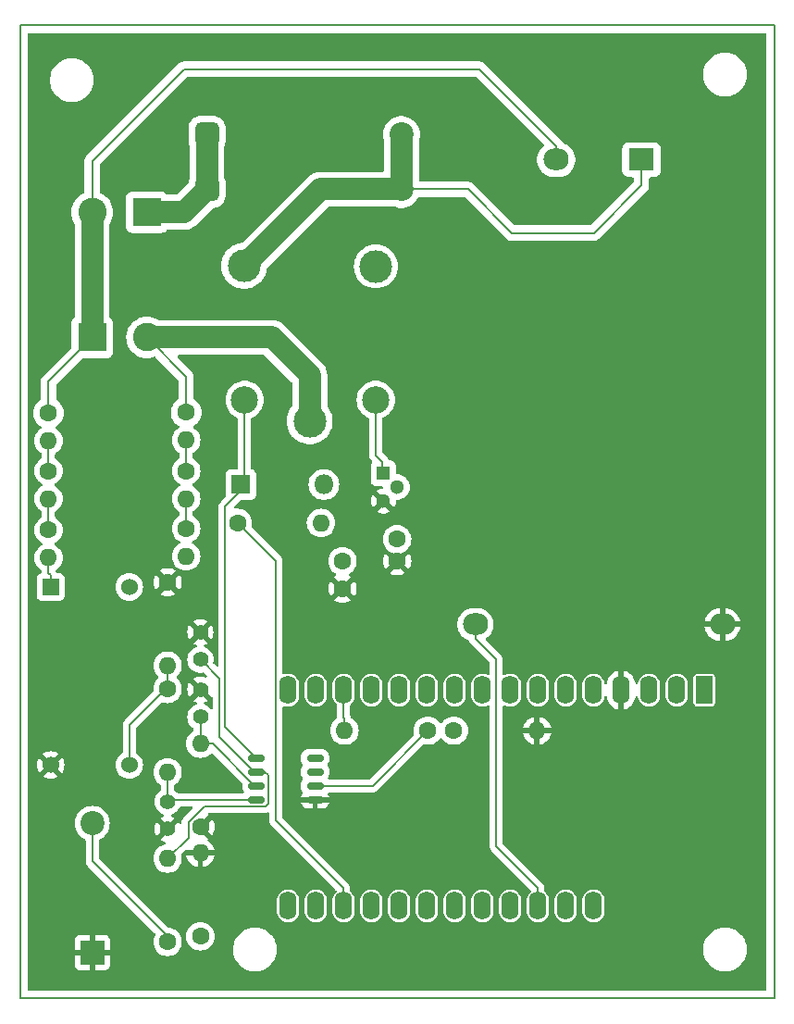
<source format=gbr>
%TF.GenerationSoftware,KiCad,Pcbnew,8.0.7*%
%TF.CreationDate,2025-02-06T20:11:24-08:00*%
%TF.ProjectId,Mains_monitor,4d61696e-735f-46d6-9f6e-69746f722e6b,rev?*%
%TF.SameCoordinates,Original*%
%TF.FileFunction,Copper,L1,Top*%
%TF.FilePolarity,Positive*%
%FSLAX46Y46*%
G04 Gerber Fmt 4.6, Leading zero omitted, Abs format (unit mm)*
G04 Created by KiCad (PCBNEW 8.0.7) date 2025-02-06 20:11:24*
%MOMM*%
%LPD*%
G01*
G04 APERTURE LIST*
G04 Aperture macros list*
%AMRoundRect*
0 Rectangle with rounded corners*
0 $1 Rounding radius*
0 $2 $3 $4 $5 $6 $7 $8 $9 X,Y pos of 4 corners*
0 Add a 4 corners polygon primitive as box body*
4,1,4,$2,$3,$4,$5,$6,$7,$8,$9,$2,$3,0*
0 Add four circle primitives for the rounded corners*
1,1,$1+$1,$2,$3*
1,1,$1+$1,$4,$5*
1,1,$1+$1,$6,$7*
1,1,$1+$1,$8,$9*
0 Add four rect primitives between the rounded corners*
20,1,$1+$1,$2,$3,$4,$5,0*
20,1,$1+$1,$4,$5,$6,$7,0*
20,1,$1+$1,$6,$7,$8,$9,0*
20,1,$1+$1,$8,$9,$2,$3,0*%
G04 Aperture macros list end*
%TA.AperFunction,Conductor*%
%ADD10C,0.200000*%
%TD*%
%TA.AperFunction,ComponentPad*%
%ADD11R,1.300000X1.300000*%
%TD*%
%TA.AperFunction,ComponentPad*%
%ADD12C,1.300000*%
%TD*%
%TA.AperFunction,ComponentPad*%
%ADD13R,2.600000X2.600000*%
%TD*%
%TA.AperFunction,ComponentPad*%
%ADD14C,2.600000*%
%TD*%
%TA.AperFunction,ComponentPad*%
%ADD15C,1.600000*%
%TD*%
%TA.AperFunction,ComponentPad*%
%ADD16O,1.600000X1.600000*%
%TD*%
%TA.AperFunction,ComponentPad*%
%ADD17O,2.300000X2.000000*%
%TD*%
%TA.AperFunction,ComponentPad*%
%ADD18R,2.300000X2.000000*%
%TD*%
%TA.AperFunction,ComponentPad*%
%ADD19C,3.000000*%
%TD*%
%TA.AperFunction,ComponentPad*%
%ADD20C,2.500000*%
%TD*%
%TA.AperFunction,ComponentPad*%
%ADD21C,1.400000*%
%TD*%
%TA.AperFunction,ComponentPad*%
%ADD22RoundRect,0.550000X-0.550000X-0.550000X0.550000X-0.550000X0.550000X0.550000X-0.550000X0.550000X0*%
%TD*%
%TA.AperFunction,ComponentPad*%
%ADD23C,2.200000*%
%TD*%
%TA.AperFunction,ComponentPad*%
%ADD24O,1.600000X2.600000*%
%TD*%
%TA.AperFunction,ComponentPad*%
%ADD25RoundRect,0.250000X-0.550000X1.050000X-0.550000X-1.050000X0.550000X-1.050000X0.550000X1.050000X0*%
%TD*%
%TA.AperFunction,ComponentPad*%
%ADD26R,2.200000X2.200000*%
%TD*%
%TA.AperFunction,ComponentPad*%
%ADD27R,1.800000X1.800000*%
%TD*%
%TA.AperFunction,ComponentPad*%
%ADD28O,1.800000X1.800000*%
%TD*%
%TA.AperFunction,SMDPad,CuDef*%
%ADD29RoundRect,0.150000X-0.625000X-0.150000X0.625000X-0.150000X0.625000X0.150000X-0.625000X0.150000X0*%
%TD*%
%TA.AperFunction,ComponentPad*%
%ADD30R,1.524000X1.524000*%
%TD*%
%TA.AperFunction,ComponentPad*%
%ADD31C,1.524000*%
%TD*%
%TA.AperFunction,Conductor*%
%ADD32C,2.000000*%
%TD*%
G04 APERTURE END LIST*
%TO.N,Net-(J1-Pin_1)*%
D10*
X90500000Y-45000000D02*
X159500000Y-45000000D01*
X159500000Y-134000000D01*
X90500000Y-134000000D01*
X90500000Y-45000000D01*
%TD*%
D11*
%TO.P,Q1,1,C*%
%TO.N,Net-(D1-A)*%
X123750000Y-85960000D03*
D12*
%TO.P,Q1,2,B*%
%TO.N,Net-(Q1-B)*%
X125020000Y-87230000D03*
%TO.P,Q1,3,E*%
%TO.N,GND*%
X123750000Y-88500000D03*
%TD*%
D13*
%TO.P,J1,1,Pin_1*%
%TO.N,Net-(J1-Pin_1)*%
X102100000Y-62095000D03*
D14*
%TO.P,J1,2,Pin_2*%
%TO.N,AC_N*%
X97100000Y-62095000D03*
%TD*%
D15*
%TO.P,R13,1*%
%TO.N,Net-(R13-Pad1)*%
X93100000Y-85750000D03*
D16*
%TO.P,R13,2*%
%TO.N,Net-(R13-Pad2)*%
X93100000Y-88290000D03*
%TD*%
D15*
%TO.P,R6,1*%
%TO.N,AC_N*%
X93100000Y-80460000D03*
D16*
%TO.P,R6,2*%
%TO.N,Net-(R13-Pad1)*%
X93100000Y-83000000D03*
%TD*%
D17*
%TO.P,PS1,4,+Vout*%
%TO.N,+5V*%
X132157500Y-99792500D03*
%TO.P,PS1,3,-Vout*%
%TO.N,GND*%
X154757500Y-99792500D03*
%TO.P,PS1,2,AC/N*%
%TO.N,AC_N*%
X139557500Y-57292500D03*
D18*
%TO.P,PS1,1,AC/L*%
%TO.N,AC_H*%
X147357500Y-57292500D03*
%TD*%
D19*
%TO.P,K1,1*%
%TO.N,RELAY_OUT*%
X117000000Y-81200000D03*
D20*
%TO.P,K1,2*%
%TO.N,Net-(D1-A)*%
X123050000Y-79250000D03*
D19*
%TO.P,K1,3*%
%TO.N,unconnected-(K1-Pad3)*%
X123050000Y-67050000D03*
%TO.P,K1,4*%
%TO.N,AC_H*%
X111000000Y-67000000D03*
D20*
%TO.P,K1,5*%
%TO.N,+5V*%
X111050000Y-79250000D03*
%TD*%
D15*
%TO.P,C5,1*%
%TO.N,GND*%
X125000000Y-94000000D03*
%TO.P,C5,2*%
%TO.N,+5V*%
X125000000Y-92000000D03*
%TD*%
D21*
%TO.P,C2,1*%
%TO.N,IP*%
X107000000Y-103000000D03*
%TO.P,C2,2*%
%TO.N,GND*%
X107000000Y-100500000D03*
%TD*%
D15*
%TO.P,R8,1*%
%TO.N,/DATA_HV*%
X130190000Y-109500000D03*
D16*
%TO.P,R8,2*%
%TO.N,GND*%
X137810000Y-109500000D03*
%TD*%
D15*
%TO.P,R1,1*%
%TO.N,/RLY_CTRL*%
X110420000Y-90500000D03*
D16*
%TO.P,R1,2*%
%TO.N,Net-(Q1-B)*%
X118040000Y-90500000D03*
%TD*%
D15*
%TO.P,R7,1*%
%TO.N,GND*%
X104000000Y-95940000D03*
D16*
%TO.P,R7,2*%
%TO.N,Net-(R7-Pad2)*%
X104000000Y-103560000D03*
%TD*%
D22*
%TO.P,F1,1*%
%TO.N,Net-(J1-Pin_1)*%
X107600000Y-55000000D03*
X107600000Y-60000000D03*
D23*
%TO.P,F1,2*%
%TO.N,AC_H*%
X125400000Y-55000000D03*
X125400000Y-60000000D03*
%TD*%
D15*
%TO.P,R14,1*%
%TO.N,Net-(R13-Pad2)*%
X93100000Y-91155000D03*
D16*
%TO.P,R14,2*%
%TO.N,Net-(R14-Pad2)*%
X93100000Y-93695000D03*
%TD*%
D24*
%TO.P,A1,28,VBAT*%
%TO.N,unconnected-(A1-VBAT-Pad28)*%
X142960000Y-125520000D03*
%TO.P,A1,27,EN*%
%TO.N,unconnected-(A1-EN-Pad27)*%
X140420000Y-125520000D03*
%TO.P,A1,26,USB*%
%TO.N,+5V*%
X137880000Y-125520000D03*
%TO.P,A1,25,A12/IO13*%
%TO.N,unconnected-(A1-A12{slash}IO13-Pad25)*%
X135340000Y-125520000D03*
%TO.P,A1,24,A11/IO12*%
%TO.N,unconnected-(A1-A11{slash}IO12-Pad24)*%
X132800000Y-125520000D03*
%TO.P,A1,23,A10/IO27*%
%TO.N,unconnected-(A1-A10{slash}IO27-Pad23)*%
X130260000Y-125520000D03*
%TO.P,A1,22,A9/IO33*%
%TO.N,unconnected-(A1-A9{slash}IO33-Pad22)*%
X127720000Y-125520000D03*
%TO.P,A1,21,A8/IO15*%
%TO.N,unconnected-(A1-A8{slash}IO15-Pad21)*%
X125180000Y-125520000D03*
%TO.P,A1,20,A7/IO32*%
%TO.N,unconnected-(A1-A7{slash}IO32-Pad20)*%
X122640000Y-125520000D03*
%TO.P,A1,19,A6/IO14*%
%TO.N,/RLY_CTRL*%
X120100000Y-125520000D03*
%TO.P,A1,18,SCL/IO22*%
%TO.N,unconnected-(A1-SCL{slash}IO22-Pad18)*%
X117560000Y-125520000D03*
%TO.P,A1,17,SDA/IO23*%
%TO.N,unconnected-(A1-SDA{slash}IO23-Pad17)*%
X115020000Y-125520000D03*
%TO.P,A1,16,IO21*%
%TO.N,unconnected-(A1-IO21-Pad16)*%
X115020000Y-105800000D03*
%TO.P,A1,15,TX/IO17*%
%TO.N,unconnected-(A1-TX{slash}IO17-Pad15)*%
X117560000Y-105800000D03*
%TO.P,A1,14,RX/IO16*%
%TO.N,/DATA_LV*%
X120100000Y-105800000D03*
%TO.P,A1,13,MISO/IO19*%
%TO.N,unconnected-(A1-MISO{slash}IO19-Pad13)*%
X122640000Y-105800000D03*
%TO.P,A1,12,MOSI/IO18*%
%TO.N,unconnected-(A1-MOSI{slash}IO18-Pad12)*%
X125180000Y-105800000D03*
%TO.P,A1,11,SCK/IO5*%
%TO.N,unconnected-(A1-SCK{slash}IO5-Pad11)*%
X127720000Y-105800000D03*
%TO.P,A1,10,IO4/A5*%
%TO.N,unconnected-(A1-IO4{slash}A5-Pad10)*%
X130260000Y-105800000D03*
%TO.P,A1,9,IO36/A4*%
%TO.N,unconnected-(A1-IO36{slash}A4-Pad9)*%
X132800000Y-105800000D03*
%TO.P,A1,8,I39/A3*%
%TO.N,unconnected-(A1-I39{slash}A3-Pad8)*%
X135340000Y-105800000D03*
%TO.P,A1,7,I34/A2*%
%TO.N,unconnected-(A1-I34{slash}A2-Pad7)*%
X137880000Y-105800000D03*
%TO.P,A1,6,DAC1/A1*%
%TO.N,unconnected-(A1-DAC1{slash}A1-Pad6)*%
X140420000Y-105800000D03*
%TO.P,A1,5,DAC2/A0*%
%TO.N,unconnected-(A1-DAC2{slash}A0-Pad5)*%
X142960000Y-105800000D03*
%TO.P,A1,4,GND*%
%TO.N,GND*%
X145500000Y-105800000D03*
%TO.P,A1,3,NC*%
%TO.N,unconnected-(A1-NC-Pad3)*%
X148040000Y-105800000D03*
%TO.P,A1,2,3V3*%
%TO.N,unconnected-(A1-3V3-Pad2)*%
X150580000Y-105800000D03*
D25*
%TO.P,A1,1,~{RESET}*%
%TO.N,unconnected-(A1-~{RESET}-Pad1)*%
X153120000Y-105800000D03*
%TD*%
D15*
%TO.P,C4,1*%
%TO.N,+5V*%
X120000000Y-94000000D03*
%TO.P,C4,2*%
%TO.N,GND*%
X120000000Y-96500000D03*
%TD*%
%TO.P,R12,1*%
%TO.N,Net-(R11-Pad2)*%
X105700000Y-91015000D03*
D16*
%TO.P,R12,2*%
%TO.N,Net-(R12-Pad2)*%
X105700000Y-93555000D03*
%TD*%
%TO.P,R2,2*%
%TO.N,GND*%
X107000000Y-120690000D03*
D15*
%TO.P,R2,1*%
%TO.N,Net-(R2-Pad1)*%
X107000000Y-128310000D03*
%TD*%
D26*
%TO.P,TR1,1*%
%TO.N,GND*%
X97112500Y-129787500D03*
D23*
%TO.P,TR1,2*%
%TO.N,Net-(R2-Pad1)*%
X97112500Y-117987500D03*
%TD*%
D16*
%TO.P,R11,2*%
%TO.N,Net-(R11-Pad2)*%
X105700000Y-88290000D03*
D15*
%TO.P,R11,1*%
%TO.N,Net-(R11-Pad1)*%
X105700000Y-85750000D03*
%TD*%
%TO.P,R10,1*%
%TO.N,/DATA_HV*%
X127810000Y-109500000D03*
D16*
%TO.P,R10,2*%
%TO.N,/DATA_LV*%
X120190000Y-109500000D03*
%TD*%
D27*
%TO.P,D1,1,K*%
%TO.N,+5V*%
X110690000Y-87000000D03*
D28*
%TO.P,D1,2,A*%
%TO.N,Net-(D1-A)*%
X118310000Y-87000000D03*
%TD*%
D21*
%TO.P,C3,1*%
%TO.N,GND*%
X107000000Y-105750000D03*
%TO.P,C3,2*%
%TO.N,IN*%
X107000000Y-108250000D03*
%TD*%
D29*
%TO.P,U1,1,VDD*%
%TO.N,+5V*%
X112150000Y-112000000D03*
%TO.P,U1,2,IP*%
%TO.N,IP*%
X112150000Y-113270000D03*
%TO.P,U1,3,IN*%
%TO.N,IN*%
X112150000Y-114540000D03*
%TO.P,U1,4,VP*%
%TO.N,VP*%
X112150000Y-115810000D03*
%TO.P,U1,5,GND*%
%TO.N,GND*%
X117500000Y-115810000D03*
%TO.P,U1,6,TX*%
%TO.N,/DATA_HV*%
X117500000Y-114540000D03*
%TO.P,U1,7,PF*%
%TO.N,unconnected-(U1-PF-Pad7)*%
X117500000Y-113270000D03*
%TO.P,U1,8,RX*%
%TO.N,unconnected-(U1-RX-Pad8)*%
X117500000Y-112000000D03*
%TD*%
D15*
%TO.P,R9,1*%
%TO.N,Net-(R7-Pad2)*%
X104000000Y-105690000D03*
D16*
%TO.P,R9,2*%
%TO.N,VP*%
X104000000Y-113310000D03*
%TD*%
D15*
%TO.P,R4,1*%
%TO.N,GND*%
X107000000Y-118310000D03*
D16*
%TO.P,R4,2*%
%TO.N,IN*%
X107000000Y-110690000D03*
%TD*%
D21*
%TO.P,C6,1*%
%TO.N,VP*%
X104000000Y-116000000D03*
%TO.P,C6,2*%
%TO.N,GND*%
X104000000Y-118500000D03*
%TD*%
D13*
%TO.P,J2,1,Pin_1*%
%TO.N,AC_N*%
X97114900Y-73546200D03*
D14*
%TO.P,J2,2,Pin_2*%
%TO.N,RELAY_OUT*%
X102114900Y-73546200D03*
%TD*%
D15*
%TO.P,R5,1*%
%TO.N,RELAY_OUT*%
X105700000Y-80400000D03*
D16*
%TO.P,R5,2*%
%TO.N,Net-(R11-Pad1)*%
X105700000Y-82940000D03*
%TD*%
D30*
%TO.P,TR2,1,1*%
%TO.N,Net-(R14-Pad2)*%
X93300000Y-96350000D03*
D31*
%TO.P,TR2,2,2*%
%TO.N,Net-(R12-Pad2)*%
X100500000Y-96350000D03*
%TO.P,TR2,3,3*%
%TO.N,GND*%
X93300000Y-112650000D03*
%TO.P,TR2,4,4*%
%TO.N,Net-(R7-Pad2)*%
X100500000Y-112650000D03*
%TD*%
D15*
%TO.P,R3,1*%
%TO.N,Net-(R2-Pad1)*%
X104000000Y-128810000D03*
D16*
%TO.P,R3,2*%
%TO.N,IP*%
X104000000Y-121190000D03*
%TD*%
D32*
%TO.N,AC_N*%
X97114900Y-62080100D02*
X97100000Y-62095000D01*
D10*
%TO.N,IP*%
X104000000Y-121190000D02*
X105900000Y-119290000D01*
X105900000Y-119290000D02*
X105900000Y-117854365D01*
X113225000Y-113570001D02*
X112924999Y-113270000D01*
X112924999Y-113270000D02*
X112150000Y-113270000D01*
X105900000Y-117854365D02*
X107344365Y-116410000D01*
X113225000Y-116150552D02*
X113225000Y-113570001D01*
X107344365Y-116410000D02*
X112965552Y-116410000D01*
X112965552Y-116410000D02*
X113225000Y-116150552D01*
%TO.N,AC_H*%
X147358000Y-59642500D02*
X147358000Y-57293000D01*
D32*
X147358000Y-57293000D02*
X147357500Y-57292500D01*
D10*
%TO.N,/DATA_LV*%
X120190000Y-108398300D02*
X120100000Y-108308300D01*
X120100000Y-108308300D02*
X120100000Y-105500000D01*
X120190000Y-109500000D02*
X120190000Y-108398300D01*
%TO.N,/RLY_CTRL*%
X113918300Y-117736600D02*
X113918300Y-93998300D01*
X120100000Y-125820000D02*
X120100000Y-123918300D01*
X113918300Y-93998300D02*
X110420000Y-90500000D01*
X120100000Y-123918300D02*
X113918300Y-117736600D01*
%TO.N,+5V*%
X112150000Y-112000000D02*
X109266200Y-109116200D01*
X134070000Y-103006700D02*
X132157500Y-101094200D01*
X132157500Y-99792500D02*
X132157500Y-101094200D01*
X137880000Y-123918300D02*
X134070000Y-120108300D01*
X111050000Y-79250000D02*
X111050000Y-87240800D01*
X110690000Y-87000000D02*
X110690000Y-87600800D01*
X137880000Y-125820000D02*
X137880000Y-123918300D01*
X111050000Y-87240800D02*
X110690000Y-87600800D01*
X109266200Y-89024600D02*
X110690000Y-87600800D01*
X109266200Y-109116200D02*
X109266200Y-89024600D01*
X134070000Y-120108300D02*
X134070000Y-103006700D01*
%TO.N,IP*%
X112150000Y-113270000D02*
X111945400Y-113270000D01*
X108749800Y-104749800D02*
X107000000Y-103000000D01*
X111945400Y-113270000D02*
X108749800Y-110074400D01*
X108749800Y-110074400D02*
X108749800Y-104749800D01*
%TO.N,IN*%
X107000000Y-108250000D02*
X107000000Y-110690000D01*
X112150000Y-114540000D02*
X111951700Y-114540000D01*
X107000000Y-110690000D02*
X108101700Y-110690000D01*
X111951700Y-114540000D02*
X108101700Y-110690000D01*
%TO.N,VP*%
X112150000Y-115810000D02*
X104310000Y-115810000D01*
X104310000Y-115810000D02*
X104000000Y-115500000D01*
X104000000Y-115500000D02*
X104000000Y-113120000D01*
%TO.N,Net-(D1-A)*%
X123640000Y-84903300D02*
X123050000Y-84313300D01*
X123050000Y-84313300D02*
X123050000Y-79250000D01*
X123640000Y-85730000D02*
X123640000Y-84903300D01*
D32*
%TO.N,AC_H*%
X118000000Y-60000000D02*
X111000000Y-67000000D01*
X125400000Y-60000000D02*
X118000000Y-60000000D01*
X125400000Y-55000000D02*
X125400000Y-60000000D01*
D10*
X135500000Y-64000000D02*
X143000000Y-64000000D01*
X143000000Y-64000000D02*
X147358000Y-59642500D01*
X131500000Y-60000000D02*
X135500000Y-64000000D01*
X125400000Y-60000000D02*
X131500000Y-60000000D01*
%TO.N,AC_N*%
X139558000Y-56520700D02*
X139557500Y-56521200D01*
X93100000Y-80120000D02*
X93100000Y-77561100D01*
X139558000Y-56984000D02*
X139557500Y-56984500D01*
D32*
X97100000Y-62095000D02*
X97100000Y-73531300D01*
D10*
X139557500Y-56984500D02*
X139557500Y-57292500D01*
X139558000Y-56675000D02*
X139558000Y-56675500D01*
X139558000Y-56057500D02*
X132500000Y-49000000D01*
X93100000Y-77561100D02*
X97114900Y-73546200D01*
X139557500Y-56675500D02*
X139557500Y-57292500D01*
X139557500Y-56521200D02*
X139557500Y-57292500D01*
X139558000Y-56675000D02*
X139558000Y-56057500D01*
X105500000Y-49000000D02*
X97114900Y-57385100D01*
X132500000Y-49000000D02*
X105500000Y-49000000D01*
D32*
%TO.N,RELAY_OUT*%
X117000000Y-81200000D02*
X117000000Y-77000000D01*
D10*
X103000000Y-74351300D02*
X102194900Y-73546200D01*
D32*
X117000000Y-77000000D02*
X113546200Y-73546200D01*
X113546200Y-73546200D02*
X102194900Y-73546200D01*
D10*
X105700000Y-77131300D02*
X105700000Y-80060000D01*
%TO.N,Net-(R2-Pad1)*%
X97112500Y-121422500D02*
X104000000Y-128310000D01*
X97112500Y-117987500D02*
X97112500Y-121422500D01*
%TO.N,Net-(R11-Pad1)*%
X105700000Y-82600000D02*
X105700000Y-85515000D01*
%TO.N,Net-(R13-Pad1)*%
X93100000Y-82660000D02*
X93100000Y-85655000D01*
%TO.N,/DATA_HV*%
X117500000Y-114540000D02*
X122770000Y-114540000D01*
X122770000Y-114540000D02*
X127810000Y-109500000D01*
%TO.N,Net-(R11-Pad2)*%
X105700000Y-88055000D02*
X105700000Y-91015000D01*
%TO.N,Net-(R13-Pad2)*%
X93100000Y-91155000D02*
X93100000Y-88195000D01*
%TO.N,Net-(R7-Pad2)*%
X100500000Y-112650000D02*
X100500000Y-109000000D01*
X104000000Y-105500000D02*
X104000000Y-103310000D01*
X100500000Y-109000000D02*
X104000000Y-105500000D01*
%TO.N,Net-(R14-Pad2)*%
X93300000Y-95286300D02*
X93100000Y-95086300D01*
X93100000Y-95086300D02*
X93100000Y-93695000D01*
X93300000Y-96350000D02*
X93300000Y-95286300D01*
D32*
%TO.N,Net-(J1-Pin_1)*%
X105505000Y-62095000D02*
X107600000Y-60000000D01*
X107600000Y-55000000D02*
X107600000Y-60000000D01*
X102100000Y-62095000D02*
X105505000Y-62095000D01*
D10*
%TO.N,AC_N*%
X97114900Y-57385100D02*
X97114900Y-62080100D01*
%TO.N,RELAY_OUT*%
X102114900Y-73546200D02*
X105700000Y-77131300D01*
%TD*%
%TA.AperFunction,Conductor*%
%TO.N,GND*%
G36*
X158742539Y-45720185D02*
G01*
X158788294Y-45772989D01*
X158799500Y-45824500D01*
X158799500Y-133175500D01*
X158779815Y-133242539D01*
X158727011Y-133288294D01*
X158675500Y-133299500D01*
X91324500Y-133299500D01*
X91257461Y-133279815D01*
X91211706Y-133227011D01*
X91200500Y-133175500D01*
X91200500Y-128639655D01*
X95512500Y-128639655D01*
X95512500Y-129537500D01*
X96564018Y-129537500D01*
X96553389Y-129555909D01*
X96512500Y-129708509D01*
X96512500Y-129866491D01*
X96553389Y-130019091D01*
X96564018Y-130037500D01*
X95512500Y-130037500D01*
X95512500Y-130935344D01*
X95518901Y-130994872D01*
X95518903Y-130994879D01*
X95569145Y-131129586D01*
X95569149Y-131129593D01*
X95655309Y-131244687D01*
X95655312Y-131244690D01*
X95770406Y-131330850D01*
X95770413Y-131330854D01*
X95905120Y-131381096D01*
X95905127Y-131381098D01*
X95964655Y-131387499D01*
X95964672Y-131387500D01*
X96862500Y-131387500D01*
X96862500Y-130335982D01*
X96880909Y-130346611D01*
X97033509Y-130387500D01*
X97191491Y-130387500D01*
X97344091Y-130346611D01*
X97362500Y-130335982D01*
X97362500Y-131387500D01*
X98260328Y-131387500D01*
X98260344Y-131387499D01*
X98319872Y-131381098D01*
X98319879Y-131381096D01*
X98454586Y-131330854D01*
X98454593Y-131330850D01*
X98569687Y-131244690D01*
X98569690Y-131244687D01*
X98655850Y-131129593D01*
X98655854Y-131129586D01*
X98706096Y-130994879D01*
X98706098Y-130994872D01*
X98712499Y-130935344D01*
X98712500Y-130935327D01*
X98712500Y-130037500D01*
X97660982Y-130037500D01*
X97671611Y-130019091D01*
X97712500Y-129866491D01*
X97712500Y-129708509D01*
X97671611Y-129555909D01*
X97660982Y-129537500D01*
X98712500Y-129537500D01*
X98712500Y-128639672D01*
X98712499Y-128639655D01*
X98706098Y-128580127D01*
X98706096Y-128580120D01*
X98655854Y-128445413D01*
X98655850Y-128445406D01*
X98569690Y-128330312D01*
X98569687Y-128330309D01*
X98454593Y-128244149D01*
X98454586Y-128244145D01*
X98319879Y-128193903D01*
X98319872Y-128193901D01*
X98260344Y-128187500D01*
X97362500Y-128187500D01*
X97362500Y-129239017D01*
X97344091Y-129228389D01*
X97191491Y-129187500D01*
X97033509Y-129187500D01*
X96880909Y-129228389D01*
X96862500Y-129239017D01*
X96862500Y-128187500D01*
X95964655Y-128187500D01*
X95905127Y-128193901D01*
X95905120Y-128193903D01*
X95770413Y-128244145D01*
X95770406Y-128244149D01*
X95655312Y-128330309D01*
X95655309Y-128330312D01*
X95569149Y-128445406D01*
X95569145Y-128445413D01*
X95518903Y-128580120D01*
X95518901Y-128580127D01*
X95512500Y-128639655D01*
X91200500Y-128639655D01*
X91200500Y-117987500D01*
X95507051Y-117987500D01*
X95526817Y-118238651D01*
X95585626Y-118483610D01*
X95682033Y-118716359D01*
X95813660Y-118931153D01*
X95813661Y-118931156D01*
X95813664Y-118931159D01*
X95977276Y-119122724D01*
X96080566Y-119210942D01*
X96168843Y-119286338D01*
X96168846Y-119286339D01*
X96379035Y-119415144D01*
X96383641Y-119417966D01*
X96435453Y-119439427D01*
X96489855Y-119483265D01*
X96511921Y-119549559D01*
X96512000Y-119553987D01*
X96512000Y-121335830D01*
X96511999Y-121335848D01*
X96511999Y-121501554D01*
X96511998Y-121501554D01*
X96511999Y-121501557D01*
X96552923Y-121654285D01*
X96562295Y-121670517D01*
X96562296Y-121670520D01*
X96631975Y-121791209D01*
X96631981Y-121791217D01*
X96750849Y-121910085D01*
X96750855Y-121910090D01*
X102849222Y-128008457D01*
X102882707Y-128069780D01*
X102877723Y-128139472D01*
X102871663Y-128152333D01*
X102871720Y-128152360D01*
X102869432Y-128157264D01*
X102869432Y-128157266D01*
X102859694Y-128178149D01*
X102773261Y-128363502D01*
X102773258Y-128363511D01*
X102714366Y-128583302D01*
X102714364Y-128583313D01*
X102694532Y-128809998D01*
X102694532Y-128810001D01*
X102714364Y-129036686D01*
X102714366Y-129036697D01*
X102773258Y-129256488D01*
X102773261Y-129256497D01*
X102869431Y-129462732D01*
X102869432Y-129462734D01*
X102999954Y-129649141D01*
X103160858Y-129810045D01*
X103160861Y-129810047D01*
X103347266Y-129940568D01*
X103553504Y-130036739D01*
X103773308Y-130095635D01*
X103935230Y-130109801D01*
X103999998Y-130115468D01*
X104000000Y-130115468D01*
X104000002Y-130115468D01*
X104056673Y-130110509D01*
X104226692Y-130095635D01*
X104446496Y-130036739D01*
X104652734Y-129940568D01*
X104839139Y-129810047D01*
X105000047Y-129649139D01*
X105130568Y-129462734D01*
X105226739Y-129256496D01*
X105285635Y-129036692D01*
X105305468Y-128810000D01*
X105285635Y-128583308D01*
X105226739Y-128363504D01*
X105201789Y-128309998D01*
X105694532Y-128309998D01*
X105694532Y-128310001D01*
X105714364Y-128536686D01*
X105714366Y-128536697D01*
X105773258Y-128756488D01*
X105773261Y-128756497D01*
X105869431Y-128962732D01*
X105869432Y-128962734D01*
X105999954Y-129149141D01*
X106160858Y-129310045D01*
X106160861Y-129310047D01*
X106347266Y-129440568D01*
X106553504Y-129536739D01*
X106773308Y-129595635D01*
X106935230Y-129609801D01*
X106999998Y-129615468D01*
X107000000Y-129615468D01*
X107000002Y-129615468D01*
X107056673Y-129610509D01*
X107226692Y-129595635D01*
X107446496Y-129536739D01*
X107652734Y-129440568D01*
X107755127Y-129368872D01*
X109999500Y-129368872D01*
X109999500Y-129631127D01*
X110023057Y-129810047D01*
X110033730Y-129891116D01*
X110093845Y-130115468D01*
X110101602Y-130144418D01*
X110101605Y-130144428D01*
X110201953Y-130386690D01*
X110201958Y-130386700D01*
X110333075Y-130613803D01*
X110492718Y-130821851D01*
X110492726Y-130821860D01*
X110678140Y-131007274D01*
X110678148Y-131007281D01*
X110886196Y-131166924D01*
X111113299Y-131298041D01*
X111113309Y-131298046D01*
X111329271Y-131387500D01*
X111355581Y-131398398D01*
X111608884Y-131466270D01*
X111868880Y-131500500D01*
X111868887Y-131500500D01*
X112131113Y-131500500D01*
X112131120Y-131500500D01*
X112391116Y-131466270D01*
X112644419Y-131398398D01*
X112886697Y-131298043D01*
X113113803Y-131166924D01*
X113321851Y-131007282D01*
X113321855Y-131007277D01*
X113321860Y-131007274D01*
X113507274Y-130821860D01*
X113507277Y-130821855D01*
X113507282Y-130821851D01*
X113666924Y-130613803D01*
X113798043Y-130386697D01*
X113898398Y-130144419D01*
X113966270Y-129891116D01*
X114000500Y-129631120D01*
X114000500Y-129368880D01*
X114000499Y-129368872D01*
X152999500Y-129368872D01*
X152999500Y-129631127D01*
X153023057Y-129810047D01*
X153033730Y-129891116D01*
X153093845Y-130115468D01*
X153101602Y-130144418D01*
X153101605Y-130144428D01*
X153201953Y-130386690D01*
X153201958Y-130386700D01*
X153333075Y-130613803D01*
X153492718Y-130821851D01*
X153492726Y-130821860D01*
X153678140Y-131007274D01*
X153678148Y-131007281D01*
X153886196Y-131166924D01*
X154113299Y-131298041D01*
X154113309Y-131298046D01*
X154329271Y-131387500D01*
X154355581Y-131398398D01*
X154608884Y-131466270D01*
X154868880Y-131500500D01*
X154868887Y-131500500D01*
X155131113Y-131500500D01*
X155131120Y-131500500D01*
X155391116Y-131466270D01*
X155644419Y-131398398D01*
X155886697Y-131298043D01*
X156113803Y-131166924D01*
X156321851Y-131007282D01*
X156321855Y-131007277D01*
X156321860Y-131007274D01*
X156507274Y-130821860D01*
X156507277Y-130821855D01*
X156507282Y-130821851D01*
X156666924Y-130613803D01*
X156798043Y-130386697D01*
X156898398Y-130144419D01*
X156966270Y-129891116D01*
X157000500Y-129631120D01*
X157000500Y-129368880D01*
X156966270Y-129108884D01*
X156898398Y-128855581D01*
X156857356Y-128756496D01*
X156798046Y-128613309D01*
X156798041Y-128613299D01*
X156666924Y-128386196D01*
X156544424Y-128226554D01*
X156507282Y-128178149D01*
X156507281Y-128178148D01*
X156507274Y-128178140D01*
X156321860Y-127992726D01*
X156321851Y-127992718D01*
X156113803Y-127833075D01*
X155886700Y-127701958D01*
X155886690Y-127701953D01*
X155644428Y-127601605D01*
X155644421Y-127601603D01*
X155644419Y-127601602D01*
X155391116Y-127533730D01*
X155333339Y-127526123D01*
X155131127Y-127499500D01*
X155131120Y-127499500D01*
X154868880Y-127499500D01*
X154868872Y-127499500D01*
X154637772Y-127529926D01*
X154608884Y-127533730D01*
X154424042Y-127583258D01*
X154355581Y-127601602D01*
X154355571Y-127601605D01*
X154113309Y-127701953D01*
X154113299Y-127701958D01*
X153886196Y-127833075D01*
X153678148Y-127992718D01*
X153492718Y-128178148D01*
X153333075Y-128386196D01*
X153201958Y-128613299D01*
X153201953Y-128613309D01*
X153101605Y-128855571D01*
X153101602Y-128855581D01*
X153053073Y-129036697D01*
X153033730Y-129108885D01*
X152999500Y-129368872D01*
X114000499Y-129368872D01*
X113966270Y-129108884D01*
X113898398Y-128855581D01*
X113857356Y-128756496D01*
X113798046Y-128613309D01*
X113798041Y-128613299D01*
X113666924Y-128386196D01*
X113544424Y-128226554D01*
X113507282Y-128178149D01*
X113507281Y-128178148D01*
X113507274Y-128178140D01*
X113321860Y-127992726D01*
X113321851Y-127992718D01*
X113113803Y-127833075D01*
X112886700Y-127701958D01*
X112886690Y-127701953D01*
X112644428Y-127601605D01*
X112644421Y-127601603D01*
X112644419Y-127601602D01*
X112391116Y-127533730D01*
X112333339Y-127526123D01*
X112131127Y-127499500D01*
X112131120Y-127499500D01*
X111868880Y-127499500D01*
X111868872Y-127499500D01*
X111637772Y-127529926D01*
X111608884Y-127533730D01*
X111424042Y-127583258D01*
X111355581Y-127601602D01*
X111355571Y-127601605D01*
X111113309Y-127701953D01*
X111113299Y-127701958D01*
X110886196Y-127833075D01*
X110678148Y-127992718D01*
X110492718Y-128178148D01*
X110333075Y-128386196D01*
X110201958Y-128613299D01*
X110201953Y-128613309D01*
X110101605Y-128855571D01*
X110101602Y-128855581D01*
X110053073Y-129036697D01*
X110033730Y-129108885D01*
X109999500Y-129368872D01*
X107755127Y-129368872D01*
X107839139Y-129310047D01*
X108000047Y-129149139D01*
X108130568Y-128962734D01*
X108226739Y-128756496D01*
X108285635Y-128536692D01*
X108305468Y-128310000D01*
X108285635Y-128083308D01*
X108226739Y-127863504D01*
X108130568Y-127657266D01*
X108000047Y-127470861D01*
X108000045Y-127470858D01*
X107839141Y-127309954D01*
X107652734Y-127179432D01*
X107652732Y-127179431D01*
X107446497Y-127083261D01*
X107446488Y-127083258D01*
X107226697Y-127024366D01*
X107226693Y-127024365D01*
X107226692Y-127024365D01*
X107226691Y-127024364D01*
X107226686Y-127024364D01*
X107000002Y-127004532D01*
X106999998Y-127004532D01*
X106773313Y-127024364D01*
X106773302Y-127024366D01*
X106553511Y-127083258D01*
X106553502Y-127083261D01*
X106347267Y-127179431D01*
X106347265Y-127179432D01*
X106160858Y-127309954D01*
X105999954Y-127470858D01*
X105869432Y-127657265D01*
X105869431Y-127657267D01*
X105773261Y-127863502D01*
X105773258Y-127863511D01*
X105714366Y-128083302D01*
X105714364Y-128083313D01*
X105694532Y-128309998D01*
X105201789Y-128309998D01*
X105130568Y-128157266D01*
X105000047Y-127970861D01*
X105000045Y-127970858D01*
X104839141Y-127809954D01*
X104652734Y-127679432D01*
X104652732Y-127679431D01*
X104446497Y-127583261D01*
X104446488Y-127583258D01*
X104226697Y-127524366D01*
X104226687Y-127524364D01*
X104092922Y-127512661D01*
X104027853Y-127487208D01*
X104016049Y-127476814D01*
X102657778Y-126118543D01*
X114019499Y-126118543D01*
X114057947Y-126311829D01*
X114057950Y-126311839D01*
X114133364Y-126493907D01*
X114133371Y-126493920D01*
X114242860Y-126657781D01*
X114242863Y-126657785D01*
X114382214Y-126797136D01*
X114382218Y-126797139D01*
X114546079Y-126906628D01*
X114546092Y-126906635D01*
X114728160Y-126982049D01*
X114728165Y-126982051D01*
X114728169Y-126982051D01*
X114728170Y-126982052D01*
X114921456Y-127020500D01*
X114921459Y-127020500D01*
X115118543Y-127020500D01*
X115248582Y-126994632D01*
X115311835Y-126982051D01*
X115493914Y-126906632D01*
X115657782Y-126797139D01*
X115797139Y-126657782D01*
X115906632Y-126493914D01*
X115982051Y-126311835D01*
X116020500Y-126118543D01*
X116559499Y-126118543D01*
X116597947Y-126311829D01*
X116597950Y-126311839D01*
X116673364Y-126493907D01*
X116673371Y-126493920D01*
X116782860Y-126657781D01*
X116782863Y-126657785D01*
X116922214Y-126797136D01*
X116922218Y-126797139D01*
X117086079Y-126906628D01*
X117086092Y-126906635D01*
X117268160Y-126982049D01*
X117268165Y-126982051D01*
X117268169Y-126982051D01*
X117268170Y-126982052D01*
X117461456Y-127020500D01*
X117461459Y-127020500D01*
X117658543Y-127020500D01*
X117788582Y-126994632D01*
X117851835Y-126982051D01*
X118033914Y-126906632D01*
X118197782Y-126797139D01*
X118337139Y-126657782D01*
X118446632Y-126493914D01*
X118522051Y-126311835D01*
X118560500Y-126118541D01*
X118560500Y-124921459D01*
X118560500Y-124921456D01*
X118522052Y-124728170D01*
X118522051Y-124728169D01*
X118522051Y-124728165D01*
X118522049Y-124728160D01*
X118446635Y-124546092D01*
X118446628Y-124546079D01*
X118337139Y-124382218D01*
X118337136Y-124382214D01*
X118197785Y-124242863D01*
X118197781Y-124242860D01*
X118033920Y-124133371D01*
X118033907Y-124133364D01*
X117851839Y-124057950D01*
X117851829Y-124057947D01*
X117658543Y-124019500D01*
X117658541Y-124019500D01*
X117461459Y-124019500D01*
X117461457Y-124019500D01*
X117268170Y-124057947D01*
X117268160Y-124057950D01*
X117086092Y-124133364D01*
X117086079Y-124133371D01*
X116922218Y-124242860D01*
X116922214Y-124242863D01*
X116782863Y-124382214D01*
X116782860Y-124382218D01*
X116673371Y-124546079D01*
X116673364Y-124546092D01*
X116597950Y-124728160D01*
X116597947Y-124728170D01*
X116559500Y-124921456D01*
X116559500Y-124921459D01*
X116559500Y-126118541D01*
X116559500Y-126118543D01*
X116559499Y-126118543D01*
X116020500Y-126118543D01*
X116020500Y-126118541D01*
X116020500Y-124921459D01*
X116020500Y-124921456D01*
X115982052Y-124728170D01*
X115982051Y-124728169D01*
X115982051Y-124728165D01*
X115982049Y-124728160D01*
X115906635Y-124546092D01*
X115906628Y-124546079D01*
X115797139Y-124382218D01*
X115797136Y-124382214D01*
X115657785Y-124242863D01*
X115657781Y-124242860D01*
X115493920Y-124133371D01*
X115493907Y-124133364D01*
X115311839Y-124057950D01*
X115311829Y-124057947D01*
X115118543Y-124019500D01*
X115118541Y-124019500D01*
X114921459Y-124019500D01*
X114921457Y-124019500D01*
X114728170Y-124057947D01*
X114728160Y-124057950D01*
X114546092Y-124133364D01*
X114546079Y-124133371D01*
X114382218Y-124242860D01*
X114382214Y-124242863D01*
X114242863Y-124382214D01*
X114242860Y-124382218D01*
X114133371Y-124546079D01*
X114133364Y-124546092D01*
X114057950Y-124728160D01*
X114057947Y-124728170D01*
X114019500Y-124921456D01*
X114019500Y-124921459D01*
X114019500Y-126118541D01*
X114019500Y-126118543D01*
X114019499Y-126118543D01*
X102657778Y-126118543D01*
X97749319Y-121210084D01*
X97715834Y-121148761D01*
X97713000Y-121122403D01*
X97713000Y-119553987D01*
X97732685Y-119486948D01*
X97785489Y-119441193D01*
X97789502Y-119439445D01*
X97841359Y-119417966D01*
X98056159Y-119286336D01*
X98247724Y-119122724D01*
X98411336Y-118931159D01*
X98542966Y-118716359D01*
X98632585Y-118499999D01*
X102794859Y-118499999D01*
X102794859Y-118500000D01*
X102815378Y-118721439D01*
X102876240Y-118935350D01*
X102975364Y-119134419D01*
X102975366Y-119134421D01*
X102991138Y-119155306D01*
X103646446Y-118500000D01*
X103646446Y-118499999D01*
X102991138Y-117844691D01*
X102991137Y-117844691D01*
X102975369Y-117865571D01*
X102876240Y-118064649D01*
X102815378Y-118278560D01*
X102794859Y-118499999D01*
X98632585Y-118499999D01*
X98639373Y-118483611D01*
X98698183Y-118238648D01*
X98717949Y-117987500D01*
X98698183Y-117736352D01*
X98639373Y-117491389D01*
X98590684Y-117373843D01*
X98542966Y-117258640D01*
X98411339Y-117043846D01*
X98411338Y-117043843D01*
X98356062Y-116979124D01*
X98247724Y-116852276D01*
X98121071Y-116744104D01*
X98056156Y-116688661D01*
X98056153Y-116688660D01*
X97841359Y-116557033D01*
X97608610Y-116460626D01*
X97363651Y-116401817D01*
X97112500Y-116382051D01*
X96861348Y-116401817D01*
X96616389Y-116460626D01*
X96383640Y-116557033D01*
X96168846Y-116688660D01*
X96168843Y-116688661D01*
X95977276Y-116852276D01*
X95813661Y-117043843D01*
X95813660Y-117043846D01*
X95682033Y-117258640D01*
X95585626Y-117491389D01*
X95526817Y-117736348D01*
X95507051Y-117987500D01*
X91200500Y-117987500D01*
X91200500Y-112649999D01*
X92033179Y-112649999D01*
X92033179Y-112650000D01*
X92052424Y-112869976D01*
X92052426Y-112869986D01*
X92109575Y-113083270D01*
X92109580Y-113083284D01*
X92202898Y-113283405D01*
X92202901Y-113283411D01*
X92248258Y-113348187D01*
X92248258Y-113348188D01*
X92919000Y-112677446D01*
X92919000Y-112700160D01*
X92944964Y-112797061D01*
X92995124Y-112883940D01*
X93066060Y-112954876D01*
X93152939Y-113005036D01*
X93249840Y-113031000D01*
X93272553Y-113031000D01*
X92601810Y-113701740D01*
X92666590Y-113747099D01*
X92666592Y-113747100D01*
X92866715Y-113840419D01*
X92866729Y-113840424D01*
X93080013Y-113897573D01*
X93080023Y-113897575D01*
X93299999Y-113916821D01*
X93300001Y-113916821D01*
X93519976Y-113897575D01*
X93519986Y-113897573D01*
X93733270Y-113840424D01*
X93733284Y-113840419D01*
X93933407Y-113747100D01*
X93933417Y-113747094D01*
X93998188Y-113701741D01*
X93327448Y-113031000D01*
X93350160Y-113031000D01*
X93447061Y-113005036D01*
X93533940Y-112954876D01*
X93604876Y-112883940D01*
X93655036Y-112797061D01*
X93681000Y-112700160D01*
X93681000Y-112677447D01*
X94351741Y-113348188D01*
X94397094Y-113283417D01*
X94397100Y-113283407D01*
X94490419Y-113083284D01*
X94490424Y-113083270D01*
X94547573Y-112869986D01*
X94547575Y-112869976D01*
X94566821Y-112650000D01*
X94566821Y-112649999D01*
X94566821Y-112649997D01*
X99232677Y-112649997D01*
X99232677Y-112650002D01*
X99251929Y-112870062D01*
X99251930Y-112870070D01*
X99309104Y-113083445D01*
X99309105Y-113083447D01*
X99309106Y-113083450D01*
X99402346Y-113283405D01*
X99402466Y-113283662D01*
X99402468Y-113283666D01*
X99529170Y-113464615D01*
X99529175Y-113464621D01*
X99685378Y-113620824D01*
X99685384Y-113620829D01*
X99866333Y-113747531D01*
X99866335Y-113747532D01*
X99866338Y-113747534D01*
X100066550Y-113840894D01*
X100279932Y-113898070D01*
X100437123Y-113911822D01*
X100499998Y-113917323D01*
X100500000Y-113917323D01*
X100500002Y-113917323D01*
X100555017Y-113912509D01*
X100720068Y-113898070D01*
X100933450Y-113840894D01*
X101133662Y-113747534D01*
X101314620Y-113620826D01*
X101470826Y-113464620D01*
X101579093Y-113309998D01*
X102694532Y-113309998D01*
X102694532Y-113310001D01*
X102714364Y-113536686D01*
X102714366Y-113536697D01*
X102773258Y-113756488D01*
X102773261Y-113756497D01*
X102869431Y-113962732D01*
X102869432Y-113962734D01*
X102999954Y-114149141D01*
X103160858Y-114310045D01*
X103160861Y-114310047D01*
X103346624Y-114440118D01*
X103390248Y-114494693D01*
X103399500Y-114541692D01*
X103399500Y-114890754D01*
X103379815Y-114957793D01*
X103340778Y-114996181D01*
X103273436Y-115037877D01*
X103109020Y-115187761D01*
X102974943Y-115365308D01*
X102974938Y-115365316D01*
X102875775Y-115564461D01*
X102875769Y-115564476D01*
X102814885Y-115778462D01*
X102814884Y-115778464D01*
X102794357Y-115999999D01*
X102794357Y-116000000D01*
X102814884Y-116221535D01*
X102814885Y-116221537D01*
X102875769Y-116435523D01*
X102875775Y-116435538D01*
X102974938Y-116634683D01*
X102974943Y-116634691D01*
X103109020Y-116812238D01*
X103273437Y-116962123D01*
X103273439Y-116962125D01*
X103462595Y-117079245D01*
X103462597Y-117079246D01*
X103462599Y-117079247D01*
X103605587Y-117134641D01*
X103660988Y-117177213D01*
X103684579Y-117242979D01*
X103668868Y-117311060D01*
X103618844Y-117359839D01*
X103605587Y-117365893D01*
X103462833Y-117421196D01*
X103462818Y-117421204D01*
X103346672Y-117493117D01*
X103346671Y-117493118D01*
X104000000Y-118146446D01*
X104000001Y-118146446D01*
X104653327Y-117493118D01*
X104653326Y-117493117D01*
X104537181Y-117421203D01*
X104537175Y-117421200D01*
X104394412Y-117365894D01*
X104339010Y-117323321D01*
X104315420Y-117257554D01*
X104331131Y-117189474D01*
X104381155Y-117140695D01*
X104394398Y-117134646D01*
X104537401Y-117079247D01*
X104726562Y-116962124D01*
X104890981Y-116812236D01*
X105025058Y-116634689D01*
X105102469Y-116479228D01*
X105149972Y-116427991D01*
X105213469Y-116410500D01*
X106195267Y-116410500D01*
X106262306Y-116430185D01*
X106308061Y-116482989D01*
X106318005Y-116552147D01*
X106288980Y-116615703D01*
X106282948Y-116622181D01*
X105531286Y-117373843D01*
X105531284Y-117373845D01*
X105483933Y-117421196D01*
X105419481Y-117485647D01*
X105419480Y-117485649D01*
X105408415Y-117504815D01*
X105340423Y-117622580D01*
X105299499Y-117775308D01*
X105299499Y-117775310D01*
X105299499Y-117890365D01*
X105279814Y-117957404D01*
X105227010Y-118003159D01*
X105157852Y-118013103D01*
X105094296Y-117984078D01*
X105064499Y-117945637D01*
X105024633Y-117865577D01*
X105024631Y-117865574D01*
X105008860Y-117844691D01*
X104350000Y-118503553D01*
X104350000Y-118453922D01*
X104326148Y-118364905D01*
X104280070Y-118285095D01*
X104214905Y-118219930D01*
X104135095Y-118173852D01*
X104046078Y-118150000D01*
X103953922Y-118150000D01*
X103864905Y-118173852D01*
X103785095Y-118219930D01*
X103719930Y-118285095D01*
X103673852Y-118364905D01*
X103650000Y-118453922D01*
X103650000Y-118546078D01*
X103673852Y-118635095D01*
X103719930Y-118714905D01*
X103785095Y-118780070D01*
X103864905Y-118826148D01*
X103953922Y-118850000D01*
X104003553Y-118850000D01*
X103346671Y-119506880D01*
X103462823Y-119578798D01*
X103462824Y-119578799D01*
X103670195Y-119659135D01*
X103733290Y-119670929D01*
X103795571Y-119702597D01*
X103830845Y-119762909D01*
X103827912Y-119832717D01*
X103787703Y-119889857D01*
X103742599Y-119912593D01*
X103553511Y-119963258D01*
X103553502Y-119963261D01*
X103347267Y-120059431D01*
X103347265Y-120059432D01*
X103160858Y-120189954D01*
X102999954Y-120350858D01*
X102869432Y-120537265D01*
X102869431Y-120537267D01*
X102773261Y-120743502D01*
X102773258Y-120743511D01*
X102714366Y-120963302D01*
X102714364Y-120963313D01*
X102694532Y-121189998D01*
X102694532Y-121190001D01*
X102714364Y-121416686D01*
X102714366Y-121416697D01*
X102773258Y-121636488D01*
X102773261Y-121636497D01*
X102869431Y-121842732D01*
X102869432Y-121842734D01*
X102999954Y-122029141D01*
X103160858Y-122190045D01*
X103160861Y-122190047D01*
X103347266Y-122320568D01*
X103553504Y-122416739D01*
X103773308Y-122475635D01*
X103935230Y-122489801D01*
X103999998Y-122495468D01*
X104000000Y-122495468D01*
X104000002Y-122495468D01*
X104056673Y-122490509D01*
X104226692Y-122475635D01*
X104446496Y-122416739D01*
X104652734Y-122320568D01*
X104839139Y-122190047D01*
X105000047Y-122029139D01*
X105130568Y-121842734D01*
X105226739Y-121636496D01*
X105285635Y-121416692D01*
X105305468Y-121190000D01*
X105285635Y-120963308D01*
X105259847Y-120867066D01*
X105261510Y-120797217D01*
X105291939Y-120747294D01*
X105568226Y-120471008D01*
X105629546Y-120437525D01*
X105664154Y-120440000D01*
X106684314Y-120440000D01*
X106679920Y-120444394D01*
X106627259Y-120535606D01*
X106600000Y-120637339D01*
X106600000Y-120742661D01*
X106627259Y-120844394D01*
X106679920Y-120935606D01*
X106684314Y-120940000D01*
X105721128Y-120940000D01*
X105773730Y-121136317D01*
X105773734Y-121136326D01*
X105869865Y-121342482D01*
X106000342Y-121528820D01*
X106161179Y-121689657D01*
X106347517Y-121820134D01*
X106553673Y-121916265D01*
X106553682Y-121916269D01*
X106749999Y-121968872D01*
X106750000Y-121968871D01*
X106750000Y-121005686D01*
X106754394Y-121010080D01*
X106845606Y-121062741D01*
X106947339Y-121090000D01*
X107052661Y-121090000D01*
X107154394Y-121062741D01*
X107245606Y-121010080D01*
X107250000Y-121005686D01*
X107250000Y-121968872D01*
X107446317Y-121916269D01*
X107446326Y-121916265D01*
X107652482Y-121820134D01*
X107838820Y-121689657D01*
X107999657Y-121528820D01*
X108130134Y-121342482D01*
X108226265Y-121136326D01*
X108226269Y-121136317D01*
X108278872Y-120940000D01*
X107315686Y-120940000D01*
X107320080Y-120935606D01*
X107372741Y-120844394D01*
X107400000Y-120742661D01*
X107400000Y-120637339D01*
X107372741Y-120535606D01*
X107320080Y-120444394D01*
X107315686Y-120440000D01*
X108278872Y-120440000D01*
X108278872Y-120439999D01*
X108226269Y-120243682D01*
X108226265Y-120243673D01*
X108130134Y-120037517D01*
X107999657Y-119851179D01*
X107838820Y-119690342D01*
X107712047Y-119601574D01*
X107668422Y-119546997D01*
X107661230Y-119477498D01*
X107692752Y-119415144D01*
X107712047Y-119398424D01*
X107725471Y-119389024D01*
X107046447Y-118710000D01*
X107052661Y-118710000D01*
X107154394Y-118682741D01*
X107245606Y-118630080D01*
X107320080Y-118555606D01*
X107372741Y-118464394D01*
X107400000Y-118362661D01*
X107400000Y-118356447D01*
X108079024Y-119035471D01*
X108130136Y-118962478D01*
X108226264Y-118756331D01*
X108226269Y-118756317D01*
X108285139Y-118536610D01*
X108285141Y-118536599D01*
X108304966Y-118310002D01*
X108304966Y-118309997D01*
X108285141Y-118083400D01*
X108285139Y-118083389D01*
X108226269Y-117863682D01*
X108226264Y-117863668D01*
X108130136Y-117657521D01*
X108130132Y-117657513D01*
X108079025Y-117584526D01*
X107400000Y-118263551D01*
X107400000Y-118257339D01*
X107372741Y-118155606D01*
X107320080Y-118064394D01*
X107245606Y-117989920D01*
X107154394Y-117937259D01*
X107052661Y-117910000D01*
X107046446Y-117910000D01*
X107725472Y-117230974D01*
X107725078Y-117226468D01*
X107689132Y-117181498D01*
X107681938Y-117112000D01*
X107713461Y-117049645D01*
X107773691Y-117014231D01*
X107803880Y-117010500D01*
X112878883Y-117010500D01*
X112878899Y-117010501D01*
X112886495Y-117010501D01*
X113044606Y-117010501D01*
X113044609Y-117010501D01*
X113161707Y-116979124D01*
X113231556Y-116980787D01*
X113289419Y-117019949D01*
X113316923Y-117084178D01*
X113317800Y-117098899D01*
X113317800Y-117649930D01*
X113317799Y-117649948D01*
X113317799Y-117815654D01*
X113317798Y-117815654D01*
X113349355Y-117933425D01*
X113358723Y-117968385D01*
X113378800Y-118003159D01*
X113387658Y-118018500D01*
X113387659Y-118018504D01*
X113387660Y-118018504D01*
X113428873Y-118089889D01*
X113437779Y-118105314D01*
X113437781Y-118105317D01*
X113556649Y-118224185D01*
X113556655Y-118224190D01*
X119431090Y-124098625D01*
X119464575Y-124159948D01*
X119459591Y-124229640D01*
X119431091Y-124273987D01*
X119322860Y-124382218D01*
X119213371Y-124546079D01*
X119213364Y-124546092D01*
X119137950Y-124728160D01*
X119137947Y-124728170D01*
X119099500Y-124921456D01*
X119099500Y-124921459D01*
X119099500Y-126118541D01*
X119099500Y-126118543D01*
X119099499Y-126118543D01*
X119137947Y-126311829D01*
X119137950Y-126311839D01*
X119213364Y-126493907D01*
X119213371Y-126493920D01*
X119322860Y-126657781D01*
X119322863Y-126657785D01*
X119462214Y-126797136D01*
X119462218Y-126797139D01*
X119626079Y-126906628D01*
X119626092Y-126906635D01*
X119808160Y-126982049D01*
X119808165Y-126982051D01*
X119808169Y-126982051D01*
X119808170Y-126982052D01*
X120001456Y-127020500D01*
X120001459Y-127020500D01*
X120198543Y-127020500D01*
X120328582Y-126994632D01*
X120391835Y-126982051D01*
X120573914Y-126906632D01*
X120737782Y-126797139D01*
X120877139Y-126657782D01*
X120986632Y-126493914D01*
X121062051Y-126311835D01*
X121100500Y-126118543D01*
X121639499Y-126118543D01*
X121677947Y-126311829D01*
X121677950Y-126311839D01*
X121753364Y-126493907D01*
X121753371Y-126493920D01*
X121862860Y-126657781D01*
X121862863Y-126657785D01*
X122002214Y-126797136D01*
X122002218Y-126797139D01*
X122166079Y-126906628D01*
X122166092Y-126906635D01*
X122348160Y-126982049D01*
X122348165Y-126982051D01*
X122348169Y-126982051D01*
X122348170Y-126982052D01*
X122541456Y-127020500D01*
X122541459Y-127020500D01*
X122738543Y-127020500D01*
X122868582Y-126994632D01*
X122931835Y-126982051D01*
X123113914Y-126906632D01*
X123277782Y-126797139D01*
X123417139Y-126657782D01*
X123526632Y-126493914D01*
X123602051Y-126311835D01*
X123640500Y-126118543D01*
X124179499Y-126118543D01*
X124217947Y-126311829D01*
X124217950Y-126311839D01*
X124293364Y-126493907D01*
X124293371Y-126493920D01*
X124402860Y-126657781D01*
X124402863Y-126657785D01*
X124542214Y-126797136D01*
X124542218Y-126797139D01*
X124706079Y-126906628D01*
X124706092Y-126906635D01*
X124888160Y-126982049D01*
X124888165Y-126982051D01*
X124888169Y-126982051D01*
X124888170Y-126982052D01*
X125081456Y-127020500D01*
X125081459Y-127020500D01*
X125278543Y-127020500D01*
X125408582Y-126994632D01*
X125471835Y-126982051D01*
X125653914Y-126906632D01*
X125817782Y-126797139D01*
X125957139Y-126657782D01*
X126066632Y-126493914D01*
X126142051Y-126311835D01*
X126180500Y-126118543D01*
X126719499Y-126118543D01*
X126757947Y-126311829D01*
X126757950Y-126311839D01*
X126833364Y-126493907D01*
X126833371Y-126493920D01*
X126942860Y-126657781D01*
X126942863Y-126657785D01*
X127082214Y-126797136D01*
X127082218Y-126797139D01*
X127246079Y-126906628D01*
X127246092Y-126906635D01*
X127428160Y-126982049D01*
X127428165Y-126982051D01*
X127428169Y-126982051D01*
X127428170Y-126982052D01*
X127621456Y-127020500D01*
X127621459Y-127020500D01*
X127818543Y-127020500D01*
X127948582Y-126994632D01*
X128011835Y-126982051D01*
X128193914Y-126906632D01*
X128357782Y-126797139D01*
X128497139Y-126657782D01*
X128606632Y-126493914D01*
X128682051Y-126311835D01*
X128720500Y-126118543D01*
X129259499Y-126118543D01*
X129297947Y-126311829D01*
X129297950Y-126311839D01*
X129373364Y-126493907D01*
X129373371Y-126493920D01*
X129482860Y-126657781D01*
X129482863Y-126657785D01*
X129622214Y-126797136D01*
X129622218Y-126797139D01*
X129786079Y-126906628D01*
X129786092Y-126906635D01*
X129968160Y-126982049D01*
X129968165Y-126982051D01*
X129968169Y-126982051D01*
X129968170Y-126982052D01*
X130161456Y-127020500D01*
X130161459Y-127020500D01*
X130358543Y-127020500D01*
X130488582Y-126994632D01*
X130551835Y-126982051D01*
X130733914Y-126906632D01*
X130897782Y-126797139D01*
X131037139Y-126657782D01*
X131146632Y-126493914D01*
X131222051Y-126311835D01*
X131260500Y-126118543D01*
X131799499Y-126118543D01*
X131837947Y-126311829D01*
X131837950Y-126311839D01*
X131913364Y-126493907D01*
X131913371Y-126493920D01*
X132022860Y-126657781D01*
X132022863Y-126657785D01*
X132162214Y-126797136D01*
X132162218Y-126797139D01*
X132326079Y-126906628D01*
X132326092Y-126906635D01*
X132508160Y-126982049D01*
X132508165Y-126982051D01*
X132508169Y-126982051D01*
X132508170Y-126982052D01*
X132701456Y-127020500D01*
X132701459Y-127020500D01*
X132898543Y-127020500D01*
X133028582Y-126994632D01*
X133091835Y-126982051D01*
X133273914Y-126906632D01*
X133437782Y-126797139D01*
X133577139Y-126657782D01*
X133686632Y-126493914D01*
X133762051Y-126311835D01*
X133800500Y-126118543D01*
X134339499Y-126118543D01*
X134377947Y-126311829D01*
X134377950Y-126311839D01*
X134453364Y-126493907D01*
X134453371Y-126493920D01*
X134562860Y-126657781D01*
X134562863Y-126657785D01*
X134702214Y-126797136D01*
X134702218Y-126797139D01*
X134866079Y-126906628D01*
X134866092Y-126906635D01*
X135048160Y-126982049D01*
X135048165Y-126982051D01*
X135048169Y-126982051D01*
X135048170Y-126982052D01*
X135241456Y-127020500D01*
X135241459Y-127020500D01*
X135438543Y-127020500D01*
X135568582Y-126994632D01*
X135631835Y-126982051D01*
X135813914Y-126906632D01*
X135977782Y-126797139D01*
X136117139Y-126657782D01*
X136226632Y-126493914D01*
X136302051Y-126311835D01*
X136340500Y-126118541D01*
X136340500Y-124921459D01*
X136340500Y-124921456D01*
X136302052Y-124728170D01*
X136302051Y-124728169D01*
X136302051Y-124728165D01*
X136302049Y-124728160D01*
X136226635Y-124546092D01*
X136226628Y-124546079D01*
X136117139Y-124382218D01*
X136117136Y-124382214D01*
X135977785Y-124242863D01*
X135977781Y-124242860D01*
X135813920Y-124133371D01*
X135813907Y-124133364D01*
X135631839Y-124057950D01*
X135631829Y-124057947D01*
X135438543Y-124019500D01*
X135438541Y-124019500D01*
X135241459Y-124019500D01*
X135241457Y-124019500D01*
X135048170Y-124057947D01*
X135048160Y-124057950D01*
X134866092Y-124133364D01*
X134866079Y-124133371D01*
X134702218Y-124242860D01*
X134702214Y-124242863D01*
X134562863Y-124382214D01*
X134562860Y-124382218D01*
X134453371Y-124546079D01*
X134453364Y-124546092D01*
X134377950Y-124728160D01*
X134377947Y-124728170D01*
X134339500Y-124921456D01*
X134339500Y-124921459D01*
X134339500Y-126118541D01*
X134339500Y-126118543D01*
X134339499Y-126118543D01*
X133800500Y-126118543D01*
X133800500Y-126118541D01*
X133800500Y-124921459D01*
X133800500Y-124921456D01*
X133762052Y-124728170D01*
X133762051Y-124728169D01*
X133762051Y-124728165D01*
X133762049Y-124728160D01*
X133686635Y-124546092D01*
X133686628Y-124546079D01*
X133577139Y-124382218D01*
X133577136Y-124382214D01*
X133437785Y-124242863D01*
X133437781Y-124242860D01*
X133273920Y-124133371D01*
X133273907Y-124133364D01*
X133091839Y-124057950D01*
X133091829Y-124057947D01*
X132898543Y-124019500D01*
X132898541Y-124019500D01*
X132701459Y-124019500D01*
X132701457Y-124019500D01*
X132508170Y-124057947D01*
X132508160Y-124057950D01*
X132326092Y-124133364D01*
X132326079Y-124133371D01*
X132162218Y-124242860D01*
X132162214Y-124242863D01*
X132022863Y-124382214D01*
X132022860Y-124382218D01*
X131913371Y-124546079D01*
X131913364Y-124546092D01*
X131837950Y-124728160D01*
X131837947Y-124728170D01*
X131799500Y-124921456D01*
X131799500Y-124921459D01*
X131799500Y-126118541D01*
X131799500Y-126118543D01*
X131799499Y-126118543D01*
X131260500Y-126118543D01*
X131260500Y-126118541D01*
X131260500Y-124921459D01*
X131260500Y-124921456D01*
X131222052Y-124728170D01*
X131222051Y-124728169D01*
X131222051Y-124728165D01*
X131222049Y-124728160D01*
X131146635Y-124546092D01*
X131146628Y-124546079D01*
X131037139Y-124382218D01*
X131037136Y-124382214D01*
X130897785Y-124242863D01*
X130897781Y-124242860D01*
X130733920Y-124133371D01*
X130733907Y-124133364D01*
X130551839Y-124057950D01*
X130551829Y-124057947D01*
X130358543Y-124019500D01*
X130358541Y-124019500D01*
X130161459Y-124019500D01*
X130161457Y-124019500D01*
X129968170Y-124057947D01*
X129968160Y-124057950D01*
X129786092Y-124133364D01*
X129786079Y-124133371D01*
X129622218Y-124242860D01*
X129622214Y-124242863D01*
X129482863Y-124382214D01*
X129482860Y-124382218D01*
X129373371Y-124546079D01*
X129373364Y-124546092D01*
X129297950Y-124728160D01*
X129297947Y-124728170D01*
X129259500Y-124921456D01*
X129259500Y-124921459D01*
X129259500Y-126118541D01*
X129259500Y-126118543D01*
X129259499Y-126118543D01*
X128720500Y-126118543D01*
X128720500Y-126118541D01*
X128720500Y-124921459D01*
X128720500Y-124921456D01*
X128682052Y-124728170D01*
X128682051Y-124728169D01*
X128682051Y-124728165D01*
X128682049Y-124728160D01*
X128606635Y-124546092D01*
X128606628Y-124546079D01*
X128497139Y-124382218D01*
X128497136Y-124382214D01*
X128357785Y-124242863D01*
X128357781Y-124242860D01*
X128193920Y-124133371D01*
X128193907Y-124133364D01*
X128011839Y-124057950D01*
X128011829Y-124057947D01*
X127818543Y-124019500D01*
X127818541Y-124019500D01*
X127621459Y-124019500D01*
X127621457Y-124019500D01*
X127428170Y-124057947D01*
X127428160Y-124057950D01*
X127246092Y-124133364D01*
X127246079Y-124133371D01*
X127082218Y-124242860D01*
X127082214Y-124242863D01*
X126942863Y-124382214D01*
X126942860Y-124382218D01*
X126833371Y-124546079D01*
X126833364Y-124546092D01*
X126757950Y-124728160D01*
X126757947Y-124728170D01*
X126719500Y-124921456D01*
X126719500Y-124921459D01*
X126719500Y-126118541D01*
X126719500Y-126118543D01*
X126719499Y-126118543D01*
X126180500Y-126118543D01*
X126180500Y-126118541D01*
X126180500Y-124921459D01*
X126180500Y-124921456D01*
X126142052Y-124728170D01*
X126142051Y-124728169D01*
X126142051Y-124728165D01*
X126142049Y-124728160D01*
X126066635Y-124546092D01*
X126066628Y-124546079D01*
X125957139Y-124382218D01*
X125957136Y-124382214D01*
X125817785Y-124242863D01*
X125817781Y-124242860D01*
X125653920Y-124133371D01*
X125653907Y-124133364D01*
X125471839Y-124057950D01*
X125471829Y-124057947D01*
X125278543Y-124019500D01*
X125278541Y-124019500D01*
X125081459Y-124019500D01*
X125081457Y-124019500D01*
X124888170Y-124057947D01*
X124888160Y-124057950D01*
X124706092Y-124133364D01*
X124706079Y-124133371D01*
X124542218Y-124242860D01*
X124542214Y-124242863D01*
X124402863Y-124382214D01*
X124402860Y-124382218D01*
X124293371Y-124546079D01*
X124293364Y-124546092D01*
X124217950Y-124728160D01*
X124217947Y-124728170D01*
X124179500Y-124921456D01*
X124179500Y-124921459D01*
X124179500Y-126118541D01*
X124179500Y-126118543D01*
X124179499Y-126118543D01*
X123640500Y-126118543D01*
X123640500Y-126118541D01*
X123640500Y-124921459D01*
X123640500Y-124921456D01*
X123602052Y-124728170D01*
X123602051Y-124728169D01*
X123602051Y-124728165D01*
X123602049Y-124728160D01*
X123526635Y-124546092D01*
X123526628Y-124546079D01*
X123417139Y-124382218D01*
X123417136Y-124382214D01*
X123277785Y-124242863D01*
X123277781Y-124242860D01*
X123113920Y-124133371D01*
X123113907Y-124133364D01*
X122931839Y-124057950D01*
X122931829Y-124057947D01*
X122738543Y-124019500D01*
X122738541Y-124019500D01*
X122541459Y-124019500D01*
X122541457Y-124019500D01*
X122348170Y-124057947D01*
X122348160Y-124057950D01*
X122166092Y-124133364D01*
X122166079Y-124133371D01*
X122002218Y-124242860D01*
X122002214Y-124242863D01*
X121862863Y-124382214D01*
X121862860Y-124382218D01*
X121753371Y-124546079D01*
X121753364Y-124546092D01*
X121677950Y-124728160D01*
X121677947Y-124728170D01*
X121639500Y-124921456D01*
X121639500Y-124921459D01*
X121639500Y-126118541D01*
X121639500Y-126118543D01*
X121639499Y-126118543D01*
X121100500Y-126118543D01*
X121100500Y-126118541D01*
X121100500Y-124921459D01*
X121100500Y-124921456D01*
X121062052Y-124728170D01*
X121062051Y-124728169D01*
X121062051Y-124728165D01*
X121062049Y-124728160D01*
X120986635Y-124546092D01*
X120986628Y-124546079D01*
X120877139Y-124382218D01*
X120877136Y-124382214D01*
X120736819Y-124241897D01*
X120703334Y-124180574D01*
X120700500Y-124154216D01*
X120700500Y-124007359D01*
X120700501Y-124007346D01*
X120700501Y-123839245D01*
X120700501Y-123839244D01*
X120700501Y-123839243D01*
X120659577Y-123686515D01*
X120630639Y-123636395D01*
X120580520Y-123549584D01*
X120468716Y-123437780D01*
X120468715Y-123437779D01*
X120464385Y-123433449D01*
X120464374Y-123433439D01*
X114555119Y-117524184D01*
X114521634Y-117462861D01*
X114518800Y-117436503D01*
X114518800Y-116060001D01*
X116227704Y-116060001D01*
X116227899Y-116062486D01*
X116273718Y-116220198D01*
X116357314Y-116361552D01*
X116357321Y-116361561D01*
X116473438Y-116477678D01*
X116473447Y-116477685D01*
X116614803Y-116561282D01*
X116614806Y-116561283D01*
X116772504Y-116607099D01*
X116772510Y-116607100D01*
X116809350Y-116609999D01*
X116809366Y-116610000D01*
X117250000Y-116610000D01*
X117750000Y-116610000D01*
X118190634Y-116610000D01*
X118190649Y-116609999D01*
X118227489Y-116607100D01*
X118227495Y-116607099D01*
X118385193Y-116561283D01*
X118385196Y-116561282D01*
X118526552Y-116477685D01*
X118526561Y-116477678D01*
X118642678Y-116361561D01*
X118642685Y-116361552D01*
X118726281Y-116220198D01*
X118772100Y-116062486D01*
X118772295Y-116060001D01*
X118772295Y-116060000D01*
X117750000Y-116060000D01*
X117750000Y-116610000D01*
X117250000Y-116610000D01*
X117250000Y-116060000D01*
X116227705Y-116060000D01*
X116227704Y-116060001D01*
X114518800Y-116060001D01*
X114518800Y-111784298D01*
X116224500Y-111784298D01*
X116224500Y-112215701D01*
X116227401Y-112252567D01*
X116227402Y-112252573D01*
X116273254Y-112410393D01*
X116273255Y-112410396D01*
X116273256Y-112410398D01*
X116284807Y-112429929D01*
X116356917Y-112551862D01*
X116361702Y-112558031D01*
X116359256Y-112559927D01*
X116385857Y-112608642D01*
X116380873Y-112678334D01*
X116360069Y-112710703D01*
X116361702Y-112711969D01*
X116356917Y-112718137D01*
X116273255Y-112859603D01*
X116273254Y-112859606D01*
X116227402Y-113017426D01*
X116227401Y-113017432D01*
X116224500Y-113054298D01*
X116224500Y-113485701D01*
X116227401Y-113522567D01*
X116227402Y-113522573D01*
X116273254Y-113680393D01*
X116273255Y-113680396D01*
X116356917Y-113821862D01*
X116361702Y-113828031D01*
X116359256Y-113829927D01*
X116385857Y-113878642D01*
X116380873Y-113948334D01*
X116360069Y-113980703D01*
X116361702Y-113981969D01*
X116356917Y-113988137D01*
X116273255Y-114129603D01*
X116273254Y-114129606D01*
X116227402Y-114287426D01*
X116227401Y-114287432D01*
X116224500Y-114324298D01*
X116224500Y-114755701D01*
X116227401Y-114792567D01*
X116227402Y-114792573D01*
X116273254Y-114950393D01*
X116273255Y-114950396D01*
X116273256Y-114950398D01*
X116278829Y-114959822D01*
X116356917Y-115091862D01*
X116361702Y-115098031D01*
X116359369Y-115099840D01*
X116386210Y-115148995D01*
X116381226Y-115218687D01*
X116360470Y-115251021D01*
X116362097Y-115252283D01*
X116357313Y-115258449D01*
X116273718Y-115399801D01*
X116227899Y-115557513D01*
X116227704Y-115559998D01*
X116227705Y-115560000D01*
X118772295Y-115560000D01*
X118772295Y-115559998D01*
X118772100Y-115557513D01*
X118726281Y-115399801D01*
X118683594Y-115327621D01*
X118666411Y-115259897D01*
X118688571Y-115193635D01*
X118743037Y-115149871D01*
X118790326Y-115140500D01*
X122683331Y-115140500D01*
X122683347Y-115140501D01*
X122690943Y-115140501D01*
X122849054Y-115140501D01*
X122849057Y-115140501D01*
X123001785Y-115099577D01*
X123051904Y-115070639D01*
X123138716Y-115020520D01*
X123250520Y-114908716D01*
X123250520Y-114908714D01*
X123260728Y-114898507D01*
X123260730Y-114898504D01*
X127367294Y-110791939D01*
X127428615Y-110758456D01*
X127487066Y-110759847D01*
X127506604Y-110765082D01*
X127583308Y-110785635D01*
X127745230Y-110799801D01*
X127809998Y-110805468D01*
X127810000Y-110805468D01*
X127810002Y-110805468D01*
X127866673Y-110800509D01*
X128036692Y-110785635D01*
X128256496Y-110726739D01*
X128462734Y-110630568D01*
X128649139Y-110500047D01*
X128810047Y-110339139D01*
X128898426Y-110212919D01*
X128953001Y-110169295D01*
X129022499Y-110162101D01*
X129084854Y-110193623D01*
X129101570Y-110212915D01*
X129181816Y-110327518D01*
X129189955Y-110339142D01*
X129350858Y-110500045D01*
X129350861Y-110500047D01*
X129537266Y-110630568D01*
X129743504Y-110726739D01*
X129963308Y-110785635D01*
X130125230Y-110799801D01*
X130189998Y-110805468D01*
X130190000Y-110805468D01*
X130190002Y-110805468D01*
X130246673Y-110800509D01*
X130416692Y-110785635D01*
X130636496Y-110726739D01*
X130842734Y-110630568D01*
X131029139Y-110500047D01*
X131190047Y-110339139D01*
X131320568Y-110152734D01*
X131416739Y-109946496D01*
X131475635Y-109726692D01*
X131495468Y-109500000D01*
X131475635Y-109273308D01*
X131416739Y-109053504D01*
X131320568Y-108847266D01*
X131207315Y-108685523D01*
X131190045Y-108660858D01*
X131029141Y-108499954D01*
X130842734Y-108369432D01*
X130842732Y-108369431D01*
X130636497Y-108273261D01*
X130636488Y-108273258D01*
X130416697Y-108214366D01*
X130416693Y-108214365D01*
X130416692Y-108214365D01*
X130416691Y-108214364D01*
X130416686Y-108214364D01*
X130190002Y-108194532D01*
X130189998Y-108194532D01*
X129963313Y-108214364D01*
X129963302Y-108214366D01*
X129743511Y-108273258D01*
X129743502Y-108273261D01*
X129537267Y-108369431D01*
X129537265Y-108369432D01*
X129350858Y-108499954D01*
X129189954Y-108660858D01*
X129101575Y-108787079D01*
X129046999Y-108830704D01*
X128977500Y-108837898D01*
X128915145Y-108806376D01*
X128898425Y-108787079D01*
X128810045Y-108660858D01*
X128649141Y-108499954D01*
X128462734Y-108369432D01*
X128462732Y-108369431D01*
X128256497Y-108273261D01*
X128256488Y-108273258D01*
X128036697Y-108214366D01*
X128036693Y-108214365D01*
X128036692Y-108214365D01*
X128036691Y-108214364D01*
X128036686Y-108214364D01*
X127810002Y-108194532D01*
X127809998Y-108194532D01*
X127583313Y-108214364D01*
X127583302Y-108214366D01*
X127363511Y-108273258D01*
X127363502Y-108273261D01*
X127157267Y-108369431D01*
X127157265Y-108369432D01*
X126970858Y-108499954D01*
X126809954Y-108660858D01*
X126679432Y-108847265D01*
X126679431Y-108847267D01*
X126583261Y-109053502D01*
X126583258Y-109053511D01*
X126524366Y-109273302D01*
X126524364Y-109273313D01*
X126504532Y-109499998D01*
X126504532Y-109500001D01*
X126524364Y-109726686D01*
X126524366Y-109726697D01*
X126550152Y-109822931D01*
X126548489Y-109892781D01*
X126518058Y-109942705D01*
X122557584Y-113903181D01*
X122496261Y-113936666D01*
X122469903Y-113939500D01*
X118790907Y-113939500D01*
X118723868Y-113919815D01*
X118678113Y-113867011D01*
X118668169Y-113797853D01*
X118684175Y-113752380D01*
X118714122Y-113701740D01*
X118726744Y-113680398D01*
X118760505Y-113564191D01*
X118772597Y-113522573D01*
X118772598Y-113522567D01*
X118775499Y-113485701D01*
X118775500Y-113485694D01*
X118775500Y-113054306D01*
X118772598Y-113017431D01*
X118726744Y-112859602D01*
X118643081Y-112718135D01*
X118643078Y-112718132D01*
X118638298Y-112711969D01*
X118640750Y-112710066D01*
X118614155Y-112661421D01*
X118619104Y-112591726D01*
X118639940Y-112559304D01*
X118638298Y-112558031D01*
X118643075Y-112551870D01*
X118643081Y-112551865D01*
X118726744Y-112410398D01*
X118772598Y-112252569D01*
X118775500Y-112215694D01*
X118775500Y-111784306D01*
X118772598Y-111747431D01*
X118752767Y-111679174D01*
X118726745Y-111589606D01*
X118726744Y-111589603D01*
X118726744Y-111589602D01*
X118643081Y-111448135D01*
X118643079Y-111448133D01*
X118643076Y-111448129D01*
X118526870Y-111331923D01*
X118526862Y-111331917D01*
X118385396Y-111248255D01*
X118385393Y-111248254D01*
X118227573Y-111202402D01*
X118227567Y-111202401D01*
X118190701Y-111199500D01*
X118190694Y-111199500D01*
X116809306Y-111199500D01*
X116809298Y-111199500D01*
X116772432Y-111202401D01*
X116772426Y-111202402D01*
X116614606Y-111248254D01*
X116614603Y-111248255D01*
X116473137Y-111331917D01*
X116473129Y-111331923D01*
X116356923Y-111448129D01*
X116356917Y-111448137D01*
X116273255Y-111589603D01*
X116273254Y-111589606D01*
X116227402Y-111747426D01*
X116227401Y-111747432D01*
X116224500Y-111784298D01*
X114518800Y-111784298D01*
X114518800Y-109499998D01*
X118884532Y-109499998D01*
X118884532Y-109500001D01*
X118904364Y-109726686D01*
X118904366Y-109726697D01*
X118963258Y-109946488D01*
X118963261Y-109946497D01*
X119059431Y-110152732D01*
X119059432Y-110152734D01*
X119189954Y-110339141D01*
X119350858Y-110500045D01*
X119350861Y-110500047D01*
X119537266Y-110630568D01*
X119743504Y-110726739D01*
X119963308Y-110785635D01*
X120125230Y-110799801D01*
X120189998Y-110805468D01*
X120190000Y-110805468D01*
X120190002Y-110805468D01*
X120246673Y-110800509D01*
X120416692Y-110785635D01*
X120636496Y-110726739D01*
X120842734Y-110630568D01*
X121029139Y-110500047D01*
X121190047Y-110339139D01*
X121320568Y-110152734D01*
X121416739Y-109946496D01*
X121475635Y-109726692D01*
X121495468Y-109500000D01*
X121475635Y-109273308D01*
X121416739Y-109053504D01*
X121320568Y-108847266D01*
X121207315Y-108685523D01*
X121190045Y-108660858D01*
X121029141Y-108499954D01*
X120842739Y-108369435D01*
X120841327Y-108368620D01*
X120840829Y-108368098D01*
X120838300Y-108366327D01*
X120838656Y-108365818D01*
X120793113Y-108318051D01*
X120783558Y-108293334D01*
X120771947Y-108250000D01*
X120749577Y-108166515D01*
X120749575Y-108166511D01*
X120717113Y-108110285D01*
X120700500Y-108048285D01*
X120700500Y-107165784D01*
X120720185Y-107098745D01*
X120736819Y-107078103D01*
X120877136Y-106937785D01*
X120877139Y-106937782D01*
X120986632Y-106773914D01*
X121062051Y-106591835D01*
X121074656Y-106528464D01*
X121100500Y-106398543D01*
X121639499Y-106398543D01*
X121677947Y-106591829D01*
X121677950Y-106591839D01*
X121753364Y-106773907D01*
X121753371Y-106773920D01*
X121862860Y-106937781D01*
X121862863Y-106937785D01*
X122002214Y-107077136D01*
X122002218Y-107077139D01*
X122166079Y-107186628D01*
X122166092Y-107186635D01*
X122325814Y-107252793D01*
X122348165Y-107262051D01*
X122348169Y-107262051D01*
X122348170Y-107262052D01*
X122541456Y-107300500D01*
X122541459Y-107300500D01*
X122738543Y-107300500D01*
X122868582Y-107274632D01*
X122931835Y-107262051D01*
X123113914Y-107186632D01*
X123277782Y-107077139D01*
X123417139Y-106937782D01*
X123526632Y-106773914D01*
X123602051Y-106591835D01*
X123614656Y-106528464D01*
X123640500Y-106398543D01*
X124179499Y-106398543D01*
X124217947Y-106591829D01*
X124217950Y-106591839D01*
X124293364Y-106773907D01*
X124293371Y-106773920D01*
X124402860Y-106937781D01*
X124402863Y-106937785D01*
X124542214Y-107077136D01*
X124542218Y-107077139D01*
X124706079Y-107186628D01*
X124706092Y-107186635D01*
X124865814Y-107252793D01*
X124888165Y-107262051D01*
X124888169Y-107262051D01*
X124888170Y-107262052D01*
X125081456Y-107300500D01*
X125081459Y-107300500D01*
X125278543Y-107300500D01*
X125408582Y-107274632D01*
X125471835Y-107262051D01*
X125653914Y-107186632D01*
X125817782Y-107077139D01*
X125957139Y-106937782D01*
X126066632Y-106773914D01*
X126142051Y-106591835D01*
X126154656Y-106528464D01*
X126180500Y-106398543D01*
X126719499Y-106398543D01*
X126757947Y-106591829D01*
X126757950Y-106591839D01*
X126833364Y-106773907D01*
X126833371Y-106773920D01*
X126942860Y-106937781D01*
X126942863Y-106937785D01*
X127082214Y-107077136D01*
X127082218Y-107077139D01*
X127246079Y-107186628D01*
X127246092Y-107186635D01*
X127405814Y-107252793D01*
X127428165Y-107262051D01*
X127428169Y-107262051D01*
X127428170Y-107262052D01*
X127621456Y-107300500D01*
X127621459Y-107300500D01*
X127818543Y-107300500D01*
X127948582Y-107274632D01*
X128011835Y-107262051D01*
X128193914Y-107186632D01*
X128357782Y-107077139D01*
X128497139Y-106937782D01*
X128606632Y-106773914D01*
X128682051Y-106591835D01*
X128694656Y-106528464D01*
X128720500Y-106398543D01*
X129259499Y-106398543D01*
X129297947Y-106591829D01*
X129297950Y-106591839D01*
X129373364Y-106773907D01*
X129373371Y-106773920D01*
X129482860Y-106937781D01*
X129482863Y-106937785D01*
X129622214Y-107077136D01*
X129622218Y-107077139D01*
X129786079Y-107186628D01*
X129786092Y-107186635D01*
X129945814Y-107252793D01*
X129968165Y-107262051D01*
X129968169Y-107262051D01*
X129968170Y-107262052D01*
X130161456Y-107300500D01*
X130161459Y-107300500D01*
X130358543Y-107300500D01*
X130488582Y-107274632D01*
X130551835Y-107262051D01*
X130733914Y-107186632D01*
X130897782Y-107077139D01*
X131037139Y-106937782D01*
X131146632Y-106773914D01*
X131222051Y-106591835D01*
X131234656Y-106528464D01*
X131260500Y-106398543D01*
X131260500Y-105201456D01*
X131222052Y-105008170D01*
X131222051Y-105008169D01*
X131222051Y-105008165D01*
X131216839Y-104995581D01*
X131146635Y-104826092D01*
X131146628Y-104826079D01*
X131037139Y-104662218D01*
X131037136Y-104662214D01*
X130897785Y-104522863D01*
X130897781Y-104522860D01*
X130733920Y-104413371D01*
X130733907Y-104413364D01*
X130551839Y-104337950D01*
X130551829Y-104337947D01*
X130358543Y-104299500D01*
X130358541Y-104299500D01*
X130161459Y-104299500D01*
X130161457Y-104299500D01*
X129968170Y-104337947D01*
X129968160Y-104337950D01*
X129786092Y-104413364D01*
X129786079Y-104413371D01*
X129622218Y-104522860D01*
X129622214Y-104522863D01*
X129482863Y-104662214D01*
X129482860Y-104662218D01*
X129373371Y-104826079D01*
X129373364Y-104826092D01*
X129297950Y-105008160D01*
X129297947Y-105008170D01*
X129259500Y-105201456D01*
X129259500Y-105201459D01*
X129259500Y-106398541D01*
X129259500Y-106398543D01*
X129259499Y-106398543D01*
X128720500Y-106398543D01*
X128720500Y-105201456D01*
X128682052Y-105008170D01*
X128682051Y-105008169D01*
X128682051Y-105008165D01*
X128676839Y-104995581D01*
X128606635Y-104826092D01*
X128606628Y-104826079D01*
X128497139Y-104662218D01*
X128497136Y-104662214D01*
X128357785Y-104522863D01*
X128357781Y-104522860D01*
X128193920Y-104413371D01*
X128193907Y-104413364D01*
X128011839Y-104337950D01*
X128011829Y-104337947D01*
X127818543Y-104299500D01*
X127818541Y-104299500D01*
X127621459Y-104299500D01*
X127621457Y-104299500D01*
X127428170Y-104337947D01*
X127428160Y-104337950D01*
X127246092Y-104413364D01*
X127246079Y-104413371D01*
X127082218Y-104522860D01*
X127082214Y-104522863D01*
X126942863Y-104662214D01*
X126942860Y-104662218D01*
X126833371Y-104826079D01*
X126833364Y-104826092D01*
X126757950Y-105008160D01*
X126757947Y-105008170D01*
X126719500Y-105201456D01*
X126719500Y-105201459D01*
X126719500Y-106398541D01*
X126719500Y-106398543D01*
X126719499Y-106398543D01*
X126180500Y-106398543D01*
X126180500Y-105201456D01*
X126142052Y-105008170D01*
X126142051Y-105008169D01*
X126142051Y-105008165D01*
X126136839Y-104995581D01*
X126066635Y-104826092D01*
X126066628Y-104826079D01*
X125957139Y-104662218D01*
X125957136Y-104662214D01*
X125817785Y-104522863D01*
X125817781Y-104522860D01*
X125653920Y-104413371D01*
X125653907Y-104413364D01*
X125471839Y-104337950D01*
X125471829Y-104337947D01*
X125278543Y-104299500D01*
X125278541Y-104299500D01*
X125081459Y-104299500D01*
X125081457Y-104299500D01*
X124888170Y-104337947D01*
X124888160Y-104337950D01*
X124706092Y-104413364D01*
X124706079Y-104413371D01*
X124542218Y-104522860D01*
X124542214Y-104522863D01*
X124402863Y-104662214D01*
X124402860Y-104662218D01*
X124293371Y-104826079D01*
X124293364Y-104826092D01*
X124217950Y-105008160D01*
X124217947Y-105008170D01*
X124179500Y-105201456D01*
X124179500Y-105201459D01*
X124179500Y-106398541D01*
X124179500Y-106398543D01*
X124179499Y-106398543D01*
X123640500Y-106398543D01*
X123640500Y-105201456D01*
X123602052Y-105008170D01*
X123602051Y-105008169D01*
X123602051Y-105008165D01*
X123596839Y-104995581D01*
X123526635Y-104826092D01*
X123526628Y-104826079D01*
X123417139Y-104662218D01*
X123417136Y-104662214D01*
X123277785Y-104522863D01*
X123277781Y-104522860D01*
X123113920Y-104413371D01*
X123113907Y-104413364D01*
X122931839Y-104337950D01*
X122931829Y-104337947D01*
X122738543Y-104299500D01*
X122738541Y-104299500D01*
X122541459Y-104299500D01*
X122541457Y-104299500D01*
X122348170Y-104337947D01*
X122348160Y-104337950D01*
X122166092Y-104413364D01*
X122166079Y-104413371D01*
X122002218Y-104522860D01*
X122002214Y-104522863D01*
X121862863Y-104662214D01*
X121862860Y-104662218D01*
X121753371Y-104826079D01*
X121753364Y-104826092D01*
X121677950Y-105008160D01*
X121677947Y-105008170D01*
X121639500Y-105201456D01*
X121639500Y-105201459D01*
X121639500Y-106398541D01*
X121639500Y-106398543D01*
X121639499Y-106398543D01*
X121100500Y-106398543D01*
X121100500Y-105201456D01*
X121062052Y-105008170D01*
X121062051Y-105008169D01*
X121062051Y-105008165D01*
X121056839Y-104995581D01*
X120986635Y-104826092D01*
X120986628Y-104826079D01*
X120877139Y-104662218D01*
X120877136Y-104662214D01*
X120737785Y-104522863D01*
X120737781Y-104522860D01*
X120573920Y-104413371D01*
X120573907Y-104413364D01*
X120391839Y-104337950D01*
X120391829Y-104337947D01*
X120198543Y-104299500D01*
X120198541Y-104299500D01*
X120001459Y-104299500D01*
X120001457Y-104299500D01*
X119808170Y-104337947D01*
X119808160Y-104337950D01*
X119626092Y-104413364D01*
X119626079Y-104413371D01*
X119462218Y-104522860D01*
X119462214Y-104522863D01*
X119322863Y-104662214D01*
X119322860Y-104662218D01*
X119213371Y-104826079D01*
X119213364Y-104826092D01*
X119137950Y-105008160D01*
X119137947Y-105008170D01*
X119099500Y-105201456D01*
X119099500Y-105201459D01*
X119099500Y-106398541D01*
X119099500Y-106398543D01*
X119099499Y-106398543D01*
X119137947Y-106591829D01*
X119137950Y-106591839D01*
X119213364Y-106773907D01*
X119213371Y-106773920D01*
X119322860Y-106937781D01*
X119322863Y-106937785D01*
X119463181Y-107078103D01*
X119496666Y-107139426D01*
X119499500Y-107165784D01*
X119499500Y-108221630D01*
X119499499Y-108221648D01*
X119499499Y-108331325D01*
X119479814Y-108398364D01*
X119446622Y-108432900D01*
X119350859Y-108499953D01*
X119189954Y-108660858D01*
X119059432Y-108847265D01*
X119059431Y-108847267D01*
X118963261Y-109053502D01*
X118963258Y-109053511D01*
X118904366Y-109273302D01*
X118904364Y-109273313D01*
X118884532Y-109499998D01*
X114518800Y-109499998D01*
X114518800Y-107360908D01*
X114538485Y-107293869D01*
X114591289Y-107248114D01*
X114660447Y-107238170D01*
X114690249Y-107246346D01*
X114728165Y-107262051D01*
X114728169Y-107262051D01*
X114728170Y-107262052D01*
X114921456Y-107300500D01*
X114921459Y-107300500D01*
X115118543Y-107300500D01*
X115248582Y-107274632D01*
X115311835Y-107262051D01*
X115493914Y-107186632D01*
X115657782Y-107077139D01*
X115797139Y-106937782D01*
X115906632Y-106773914D01*
X115982051Y-106591835D01*
X115994656Y-106528464D01*
X116020500Y-106398543D01*
X116559499Y-106398543D01*
X116597947Y-106591829D01*
X116597950Y-106591839D01*
X116673364Y-106773907D01*
X116673371Y-106773920D01*
X116782860Y-106937781D01*
X116782863Y-106937785D01*
X116922214Y-107077136D01*
X116922218Y-107077139D01*
X117086079Y-107186628D01*
X117086092Y-107186635D01*
X117245814Y-107252793D01*
X117268165Y-107262051D01*
X117268169Y-107262051D01*
X117268170Y-107262052D01*
X117461456Y-107300500D01*
X117461459Y-107300500D01*
X117658543Y-107300500D01*
X117788582Y-107274632D01*
X117851835Y-107262051D01*
X118033914Y-107186632D01*
X118197782Y-107077139D01*
X118337139Y-106937782D01*
X118446632Y-106773914D01*
X118522051Y-106591835D01*
X118534656Y-106528464D01*
X118560500Y-106398543D01*
X118560500Y-105201456D01*
X118522052Y-105008170D01*
X118522051Y-105008169D01*
X118522051Y-105008165D01*
X118516839Y-104995581D01*
X118446635Y-104826092D01*
X118446628Y-104826079D01*
X118337139Y-104662218D01*
X118337136Y-104662214D01*
X118197785Y-104522863D01*
X118197781Y-104522860D01*
X118033920Y-104413371D01*
X118033907Y-104413364D01*
X117851839Y-104337950D01*
X117851829Y-104337947D01*
X117658543Y-104299500D01*
X117658541Y-104299500D01*
X117461459Y-104299500D01*
X117461457Y-104299500D01*
X117268170Y-104337947D01*
X117268160Y-104337950D01*
X117086092Y-104413364D01*
X117086079Y-104413371D01*
X116922218Y-104522860D01*
X116922214Y-104522863D01*
X116782863Y-104662214D01*
X116782860Y-104662218D01*
X116673371Y-104826079D01*
X116673364Y-104826092D01*
X116597950Y-105008160D01*
X116597947Y-105008170D01*
X116559500Y-105201456D01*
X116559500Y-105201459D01*
X116559500Y-106398541D01*
X116559500Y-106398543D01*
X116559499Y-106398543D01*
X116020500Y-106398543D01*
X116020500Y-105201456D01*
X115982052Y-105008170D01*
X115982051Y-105008169D01*
X115982051Y-105008165D01*
X115976839Y-104995581D01*
X115906635Y-104826092D01*
X115906628Y-104826079D01*
X115797139Y-104662218D01*
X115797136Y-104662214D01*
X115657785Y-104522863D01*
X115657781Y-104522860D01*
X115493920Y-104413371D01*
X115493907Y-104413364D01*
X115311839Y-104337950D01*
X115311829Y-104337947D01*
X115118543Y-104299500D01*
X115118541Y-104299500D01*
X114921459Y-104299500D01*
X114921457Y-104299500D01*
X114728170Y-104337947D01*
X114728164Y-104337949D01*
X114690251Y-104353653D01*
X114620781Y-104361120D01*
X114558303Y-104329844D01*
X114522651Y-104269755D01*
X114518800Y-104239091D01*
X114518800Y-99674402D01*
X130507000Y-99674402D01*
X130507000Y-99910597D01*
X130543946Y-100143868D01*
X130616933Y-100368496D01*
X130724024Y-100578671D01*
X130724157Y-100578933D01*
X130862983Y-100770010D01*
X131029990Y-100937017D01*
X131221067Y-101075843D01*
X131290993Y-101111472D01*
X131431507Y-101183068D01*
X131431513Y-101183070D01*
X131507813Y-101207861D01*
X131565489Y-101247298D01*
X131589270Y-101293696D01*
X131597922Y-101325983D01*
X131626858Y-101376100D01*
X131626859Y-101376104D01*
X131626860Y-101376104D01*
X131676979Y-101462914D01*
X131676981Y-101462917D01*
X131795849Y-101581785D01*
X131795855Y-101581790D01*
X133433181Y-103219116D01*
X133466666Y-103280439D01*
X133469500Y-103306797D01*
X133469500Y-104312066D01*
X133449815Y-104379105D01*
X133397011Y-104424860D01*
X133327853Y-104434804D01*
X133279309Y-104416203D01*
X133279289Y-104416241D01*
X133278988Y-104416080D01*
X133276610Y-104415169D01*
X133273918Y-104413370D01*
X133273907Y-104413364D01*
X133091839Y-104337950D01*
X133091829Y-104337947D01*
X132898543Y-104299500D01*
X132898541Y-104299500D01*
X132701459Y-104299500D01*
X132701457Y-104299500D01*
X132508170Y-104337947D01*
X132508160Y-104337950D01*
X132326092Y-104413364D01*
X132326079Y-104413371D01*
X132162218Y-104522860D01*
X132162214Y-104522863D01*
X132022863Y-104662214D01*
X132022860Y-104662218D01*
X131913371Y-104826079D01*
X131913364Y-104826092D01*
X131837950Y-105008160D01*
X131837947Y-105008170D01*
X131799500Y-105201456D01*
X131799500Y-105201459D01*
X131799500Y-106398541D01*
X131799500Y-106398543D01*
X131799499Y-106398543D01*
X131837947Y-106591829D01*
X131837950Y-106591839D01*
X131913364Y-106773907D01*
X131913371Y-106773920D01*
X132022860Y-106937781D01*
X132022863Y-106937785D01*
X132162214Y-107077136D01*
X132162218Y-107077139D01*
X132326079Y-107186628D01*
X132326092Y-107186635D01*
X132485814Y-107252793D01*
X132508165Y-107262051D01*
X132508169Y-107262051D01*
X132508170Y-107262052D01*
X132701456Y-107300500D01*
X132701459Y-107300500D01*
X132898543Y-107300500D01*
X133028582Y-107274632D01*
X133091835Y-107262051D01*
X133273914Y-107186632D01*
X133276602Y-107184835D01*
X133278226Y-107184326D01*
X133279289Y-107183759D01*
X133279396Y-107183960D01*
X133343276Y-107163953D01*
X133410658Y-107182432D01*
X133457353Y-107234407D01*
X133469500Y-107287933D01*
X133469500Y-120021630D01*
X133469499Y-120021648D01*
X133469499Y-120187354D01*
X133469498Y-120187354D01*
X133510422Y-120340081D01*
X133510425Y-120340089D01*
X133516647Y-120350865D01*
X133589477Y-120477012D01*
X133589481Y-120477017D01*
X133708349Y-120595885D01*
X133708355Y-120595890D01*
X137211090Y-124098625D01*
X137244575Y-124159948D01*
X137239591Y-124229640D01*
X137211091Y-124273987D01*
X137102860Y-124382218D01*
X136993371Y-124546079D01*
X136993364Y-124546092D01*
X136917950Y-124728160D01*
X136917947Y-124728170D01*
X136879500Y-124921456D01*
X136879500Y-124921459D01*
X136879500Y-126118541D01*
X136879500Y-126118543D01*
X136879499Y-126118543D01*
X136917947Y-126311829D01*
X136917950Y-126311839D01*
X136993364Y-126493907D01*
X136993371Y-126493920D01*
X137102860Y-126657781D01*
X137102863Y-126657785D01*
X137242214Y-126797136D01*
X137242218Y-126797139D01*
X137406079Y-126906628D01*
X137406092Y-126906635D01*
X137588160Y-126982049D01*
X137588165Y-126982051D01*
X137588169Y-126982051D01*
X137588170Y-126982052D01*
X137781456Y-127020500D01*
X137781459Y-127020500D01*
X137978543Y-127020500D01*
X138108582Y-126994632D01*
X138171835Y-126982051D01*
X138353914Y-126906632D01*
X138517782Y-126797139D01*
X138657139Y-126657782D01*
X138766632Y-126493914D01*
X138842051Y-126311835D01*
X138880500Y-126118543D01*
X139419499Y-126118543D01*
X139457947Y-126311829D01*
X139457950Y-126311839D01*
X139533364Y-126493907D01*
X139533371Y-126493920D01*
X139642860Y-126657781D01*
X139642863Y-126657785D01*
X139782214Y-126797136D01*
X139782218Y-126797139D01*
X139946079Y-126906628D01*
X139946092Y-126906635D01*
X140128160Y-126982049D01*
X140128165Y-126982051D01*
X140128169Y-126982051D01*
X140128170Y-126982052D01*
X140321456Y-127020500D01*
X140321459Y-127020500D01*
X140518543Y-127020500D01*
X140648582Y-126994632D01*
X140711835Y-126982051D01*
X140893914Y-126906632D01*
X141057782Y-126797139D01*
X141197139Y-126657782D01*
X141306632Y-126493914D01*
X141382051Y-126311835D01*
X141420500Y-126118543D01*
X141959499Y-126118543D01*
X141997947Y-126311829D01*
X141997950Y-126311839D01*
X142073364Y-126493907D01*
X142073371Y-126493920D01*
X142182860Y-126657781D01*
X142182863Y-126657785D01*
X142322214Y-126797136D01*
X142322218Y-126797139D01*
X142486079Y-126906628D01*
X142486092Y-126906635D01*
X142668160Y-126982049D01*
X142668165Y-126982051D01*
X142668169Y-126982051D01*
X142668170Y-126982052D01*
X142861456Y-127020500D01*
X142861459Y-127020500D01*
X143058543Y-127020500D01*
X143188582Y-126994632D01*
X143251835Y-126982051D01*
X143433914Y-126906632D01*
X143597782Y-126797139D01*
X143737139Y-126657782D01*
X143846632Y-126493914D01*
X143922051Y-126311835D01*
X143960500Y-126118541D01*
X143960500Y-124921459D01*
X143960500Y-124921456D01*
X143922052Y-124728170D01*
X143922051Y-124728169D01*
X143922051Y-124728165D01*
X143922049Y-124728160D01*
X143846635Y-124546092D01*
X143846628Y-124546079D01*
X143737139Y-124382218D01*
X143737136Y-124382214D01*
X143597785Y-124242863D01*
X143597781Y-124242860D01*
X143433920Y-124133371D01*
X143433907Y-124133364D01*
X143251839Y-124057950D01*
X143251829Y-124057947D01*
X143058543Y-124019500D01*
X143058541Y-124019500D01*
X142861459Y-124019500D01*
X142861457Y-124019500D01*
X142668170Y-124057947D01*
X142668160Y-124057950D01*
X142486092Y-124133364D01*
X142486079Y-124133371D01*
X142322218Y-124242860D01*
X142322214Y-124242863D01*
X142182863Y-124382214D01*
X142182860Y-124382218D01*
X142073371Y-124546079D01*
X142073364Y-124546092D01*
X141997950Y-124728160D01*
X141997947Y-124728170D01*
X141959500Y-124921456D01*
X141959500Y-124921459D01*
X141959500Y-126118541D01*
X141959500Y-126118543D01*
X141959499Y-126118543D01*
X141420500Y-126118543D01*
X141420500Y-126118541D01*
X141420500Y-124921459D01*
X141420500Y-124921456D01*
X141382052Y-124728170D01*
X141382051Y-124728169D01*
X141382051Y-124728165D01*
X141382049Y-124728160D01*
X141306635Y-124546092D01*
X141306628Y-124546079D01*
X141197139Y-124382218D01*
X141197136Y-124382214D01*
X141057785Y-124242863D01*
X141057781Y-124242860D01*
X140893920Y-124133371D01*
X140893907Y-124133364D01*
X140711839Y-124057950D01*
X140711829Y-124057947D01*
X140518543Y-124019500D01*
X140518541Y-124019500D01*
X140321459Y-124019500D01*
X140321457Y-124019500D01*
X140128170Y-124057947D01*
X140128160Y-124057950D01*
X139946092Y-124133364D01*
X139946079Y-124133371D01*
X139782218Y-124242860D01*
X139782214Y-124242863D01*
X139642863Y-124382214D01*
X139642860Y-124382218D01*
X139533371Y-124546079D01*
X139533364Y-124546092D01*
X139457950Y-124728160D01*
X139457947Y-124728170D01*
X139419500Y-124921456D01*
X139419500Y-124921459D01*
X139419500Y-126118541D01*
X139419500Y-126118543D01*
X139419499Y-126118543D01*
X138880500Y-126118543D01*
X138880500Y-126118541D01*
X138880500Y-124921459D01*
X138880500Y-124921456D01*
X138842052Y-124728170D01*
X138842051Y-124728169D01*
X138842051Y-124728165D01*
X138842049Y-124728160D01*
X138766635Y-124546092D01*
X138766628Y-124546079D01*
X138657139Y-124382218D01*
X138657136Y-124382214D01*
X138516819Y-124241897D01*
X138483334Y-124180574D01*
X138480500Y-124154216D01*
X138480500Y-124007360D01*
X138480501Y-124007347D01*
X138480501Y-123839244D01*
X138439576Y-123686514D01*
X138439573Y-123686509D01*
X138360524Y-123549590D01*
X138360521Y-123549586D01*
X138360520Y-123549584D01*
X134706819Y-119895883D01*
X134673334Y-119834560D01*
X134670500Y-119808202D01*
X134670500Y-109249999D01*
X136531127Y-109249999D01*
X136531128Y-109250000D01*
X137494314Y-109250000D01*
X137489920Y-109254394D01*
X137437259Y-109345606D01*
X137410000Y-109447339D01*
X137410000Y-109552661D01*
X137437259Y-109654394D01*
X137489920Y-109745606D01*
X137494314Y-109750000D01*
X136531128Y-109750000D01*
X136583730Y-109946317D01*
X136583734Y-109946326D01*
X136679865Y-110152482D01*
X136810342Y-110338820D01*
X136971179Y-110499657D01*
X137157517Y-110630134D01*
X137363673Y-110726265D01*
X137363682Y-110726269D01*
X137559999Y-110778872D01*
X137560000Y-110778871D01*
X137560000Y-109815686D01*
X137564394Y-109820080D01*
X137655606Y-109872741D01*
X137757339Y-109900000D01*
X137862661Y-109900000D01*
X137964394Y-109872741D01*
X138055606Y-109820080D01*
X138060000Y-109815686D01*
X138060000Y-110778872D01*
X138256317Y-110726269D01*
X138256326Y-110726265D01*
X138462482Y-110630134D01*
X138648820Y-110499657D01*
X138809657Y-110338820D01*
X138940134Y-110152482D01*
X139036265Y-109946326D01*
X139036269Y-109946317D01*
X139088872Y-109750000D01*
X138125686Y-109750000D01*
X138130080Y-109745606D01*
X138182741Y-109654394D01*
X138210000Y-109552661D01*
X138210000Y-109447339D01*
X138182741Y-109345606D01*
X138130080Y-109254394D01*
X138125686Y-109250000D01*
X139088872Y-109250000D01*
X139088872Y-109249999D01*
X139036269Y-109053682D01*
X139036265Y-109053673D01*
X138940134Y-108847517D01*
X138809657Y-108661179D01*
X138648820Y-108500342D01*
X138462482Y-108369865D01*
X138256328Y-108273734D01*
X138060000Y-108221127D01*
X138060000Y-109184314D01*
X138055606Y-109179920D01*
X137964394Y-109127259D01*
X137862661Y-109100000D01*
X137757339Y-109100000D01*
X137655606Y-109127259D01*
X137564394Y-109179920D01*
X137560000Y-109184314D01*
X137560000Y-108221127D01*
X137363671Y-108273734D01*
X137157517Y-108369865D01*
X136971179Y-108500342D01*
X136810342Y-108661179D01*
X136679865Y-108847517D01*
X136583734Y-109053673D01*
X136583730Y-109053682D01*
X136531127Y-109249999D01*
X134670500Y-109249999D01*
X134670500Y-107287933D01*
X134690185Y-107220894D01*
X134742989Y-107175139D01*
X134812147Y-107165195D01*
X134860690Y-107183797D01*
X134860711Y-107183759D01*
X134861021Y-107183924D01*
X134863396Y-107184835D01*
X134866080Y-107186628D01*
X134866086Y-107186632D01*
X134866092Y-107186635D01*
X135025814Y-107252793D01*
X135048165Y-107262051D01*
X135048169Y-107262051D01*
X135048170Y-107262052D01*
X135241456Y-107300500D01*
X135241459Y-107300500D01*
X135438543Y-107300500D01*
X135568582Y-107274632D01*
X135631835Y-107262051D01*
X135813914Y-107186632D01*
X135977782Y-107077139D01*
X136117139Y-106937782D01*
X136226632Y-106773914D01*
X136302051Y-106591835D01*
X136314656Y-106528464D01*
X136340500Y-106398543D01*
X136879499Y-106398543D01*
X136917947Y-106591829D01*
X136917950Y-106591839D01*
X136993364Y-106773907D01*
X136993371Y-106773920D01*
X137102860Y-106937781D01*
X137102863Y-106937785D01*
X137242214Y-107077136D01*
X137242218Y-107077139D01*
X137406079Y-107186628D01*
X137406092Y-107186635D01*
X137565814Y-107252793D01*
X137588165Y-107262051D01*
X137588169Y-107262051D01*
X137588170Y-107262052D01*
X137781456Y-107300500D01*
X137781459Y-107300500D01*
X137978543Y-107300500D01*
X138108582Y-107274632D01*
X138171835Y-107262051D01*
X138353914Y-107186632D01*
X138517782Y-107077139D01*
X138657139Y-106937782D01*
X138766632Y-106773914D01*
X138842051Y-106591835D01*
X138854656Y-106528464D01*
X138880500Y-106398543D01*
X139419499Y-106398543D01*
X139457947Y-106591829D01*
X139457950Y-106591839D01*
X139533364Y-106773907D01*
X139533371Y-106773920D01*
X139642860Y-106937781D01*
X139642863Y-106937785D01*
X139782214Y-107077136D01*
X139782218Y-107077139D01*
X139946079Y-107186628D01*
X139946092Y-107186635D01*
X140105814Y-107252793D01*
X140128165Y-107262051D01*
X140128169Y-107262051D01*
X140128170Y-107262052D01*
X140321456Y-107300500D01*
X140321459Y-107300500D01*
X140518543Y-107300500D01*
X140648582Y-107274632D01*
X140711835Y-107262051D01*
X140893914Y-107186632D01*
X141057782Y-107077139D01*
X141197139Y-106937782D01*
X141306632Y-106773914D01*
X141382051Y-106591835D01*
X141394656Y-106528464D01*
X141420500Y-106398543D01*
X141959499Y-106398543D01*
X141997947Y-106591829D01*
X141997950Y-106591839D01*
X142073364Y-106773907D01*
X142073371Y-106773920D01*
X142182860Y-106937781D01*
X142182863Y-106937785D01*
X142322214Y-107077136D01*
X142322218Y-107077139D01*
X142486079Y-107186628D01*
X142486092Y-107186635D01*
X142645814Y-107252793D01*
X142668165Y-107262051D01*
X142668169Y-107262051D01*
X142668170Y-107262052D01*
X142861456Y-107300500D01*
X142861459Y-107300500D01*
X143058543Y-107300500D01*
X143188582Y-107274632D01*
X143251835Y-107262051D01*
X143433914Y-107186632D01*
X143597782Y-107077139D01*
X143737139Y-106937782D01*
X143846632Y-106773914D01*
X143922051Y-106591835D01*
X143958034Y-106410937D01*
X143990419Y-106349027D01*
X144051134Y-106314453D01*
X144120904Y-106318192D01*
X144177576Y-106359059D01*
X144202124Y-106415731D01*
X144232009Y-106604417D01*
X144295244Y-106799031D01*
X144388140Y-106981349D01*
X144508417Y-107146894D01*
X144508417Y-107146895D01*
X144653104Y-107291582D01*
X144818650Y-107411859D01*
X145000968Y-107504754D01*
X145195578Y-107567988D01*
X145250000Y-107576607D01*
X145250000Y-105933012D01*
X145307007Y-105965925D01*
X145434174Y-106000000D01*
X145565826Y-106000000D01*
X145692993Y-105965925D01*
X145750000Y-105933012D01*
X145750000Y-107576606D01*
X145804421Y-107567988D01*
X145999031Y-107504754D01*
X146181349Y-107411859D01*
X146346894Y-107291582D01*
X146346895Y-107291582D01*
X146491582Y-107146895D01*
X146491582Y-107146894D01*
X146611859Y-106981349D01*
X146704755Y-106799031D01*
X146767990Y-106604417D01*
X146797875Y-106415731D01*
X146827804Y-106352596D01*
X146887116Y-106315665D01*
X146956978Y-106316663D01*
X147015211Y-106355273D01*
X147041965Y-106410937D01*
X147077947Y-106591829D01*
X147077950Y-106591839D01*
X147153364Y-106773907D01*
X147153371Y-106773920D01*
X147262860Y-106937781D01*
X147262863Y-106937785D01*
X147402214Y-107077136D01*
X147402218Y-107077139D01*
X147566079Y-107186628D01*
X147566092Y-107186635D01*
X147725814Y-107252793D01*
X147748165Y-107262051D01*
X147748169Y-107262051D01*
X147748170Y-107262052D01*
X147941456Y-107300500D01*
X147941459Y-107300500D01*
X148138543Y-107300500D01*
X148268582Y-107274632D01*
X148331835Y-107262051D01*
X148513914Y-107186632D01*
X148677782Y-107077139D01*
X148817139Y-106937782D01*
X148926632Y-106773914D01*
X149002051Y-106591835D01*
X149014656Y-106528464D01*
X149040500Y-106398543D01*
X149579499Y-106398543D01*
X149617947Y-106591829D01*
X149617950Y-106591839D01*
X149693364Y-106773907D01*
X149693371Y-106773920D01*
X149802860Y-106937781D01*
X149802863Y-106937785D01*
X149942214Y-107077136D01*
X149942218Y-107077139D01*
X150106079Y-107186628D01*
X150106092Y-107186635D01*
X150265814Y-107252793D01*
X150288165Y-107262051D01*
X150288169Y-107262051D01*
X150288170Y-107262052D01*
X150481456Y-107300500D01*
X150481459Y-107300500D01*
X150678543Y-107300500D01*
X150808582Y-107274632D01*
X150871835Y-107262051D01*
X151053914Y-107186632D01*
X151217782Y-107077139D01*
X151357139Y-106937782D01*
X151466632Y-106773914D01*
X151542051Y-106591835D01*
X151554656Y-106528464D01*
X151580500Y-106398543D01*
X151580500Y-105201456D01*
X151542052Y-105008170D01*
X151542051Y-105008169D01*
X151542051Y-105008165D01*
X151536839Y-104995581D01*
X151466635Y-104826092D01*
X151466628Y-104826079D01*
X151379531Y-104695730D01*
X152119500Y-104695730D01*
X152119500Y-106904269D01*
X152122353Y-106934699D01*
X152122353Y-106934701D01*
X152161097Y-107045421D01*
X152167207Y-107062882D01*
X152247850Y-107172150D01*
X152357118Y-107252793D01*
X152383573Y-107262050D01*
X152485299Y-107297646D01*
X152515730Y-107300500D01*
X152515734Y-107300500D01*
X153724270Y-107300500D01*
X153754699Y-107297646D01*
X153754701Y-107297646D01*
X153818790Y-107275219D01*
X153882882Y-107252793D01*
X153992150Y-107172150D01*
X154072793Y-107062882D01*
X154103323Y-106975633D01*
X154117646Y-106934701D01*
X154117646Y-106934699D01*
X154120500Y-106904269D01*
X154120500Y-104695730D01*
X154117646Y-104665300D01*
X154117646Y-104665298D01*
X154078903Y-104554579D01*
X154072793Y-104537118D01*
X153992150Y-104427850D01*
X153882882Y-104347207D01*
X153882880Y-104347206D01*
X153754700Y-104302353D01*
X153724270Y-104299500D01*
X153724266Y-104299500D01*
X152515734Y-104299500D01*
X152515730Y-104299500D01*
X152485300Y-104302353D01*
X152485298Y-104302353D01*
X152357119Y-104347206D01*
X152357117Y-104347207D01*
X152247850Y-104427850D01*
X152167207Y-104537117D01*
X152167206Y-104537119D01*
X152122353Y-104665298D01*
X152122353Y-104665300D01*
X152119500Y-104695730D01*
X151379531Y-104695730D01*
X151357139Y-104662218D01*
X151357136Y-104662214D01*
X151217785Y-104522863D01*
X151217781Y-104522860D01*
X151053920Y-104413371D01*
X151053907Y-104413364D01*
X150871839Y-104337950D01*
X150871829Y-104337947D01*
X150678543Y-104299500D01*
X150678541Y-104299500D01*
X150481459Y-104299500D01*
X150481457Y-104299500D01*
X150288170Y-104337947D01*
X150288160Y-104337950D01*
X150106092Y-104413364D01*
X150106079Y-104413371D01*
X149942218Y-104522860D01*
X149942214Y-104522863D01*
X149802863Y-104662214D01*
X149802860Y-104662218D01*
X149693371Y-104826079D01*
X149693364Y-104826092D01*
X149617950Y-105008160D01*
X149617947Y-105008170D01*
X149579500Y-105201456D01*
X149579500Y-105201459D01*
X149579500Y-106398541D01*
X149579500Y-106398543D01*
X149579499Y-106398543D01*
X149040500Y-106398543D01*
X149040500Y-105201456D01*
X149002052Y-105008170D01*
X149002051Y-105008169D01*
X149002051Y-105008165D01*
X148996839Y-104995581D01*
X148926635Y-104826092D01*
X148926628Y-104826079D01*
X148817139Y-104662218D01*
X148817136Y-104662214D01*
X148677785Y-104522863D01*
X148677781Y-104522860D01*
X148513920Y-104413371D01*
X148513907Y-104413364D01*
X148331839Y-104337950D01*
X148331829Y-104337947D01*
X148138543Y-104299500D01*
X148138541Y-104299500D01*
X147941459Y-104299500D01*
X147941457Y-104299500D01*
X147748170Y-104337947D01*
X147748160Y-104337950D01*
X147566092Y-104413364D01*
X147566079Y-104413371D01*
X147402218Y-104522860D01*
X147402214Y-104522863D01*
X147262863Y-104662214D01*
X147262860Y-104662218D01*
X147153371Y-104826079D01*
X147153364Y-104826092D01*
X147077950Y-105008160D01*
X147077947Y-105008170D01*
X147041965Y-105189062D01*
X147009580Y-105250973D01*
X146948864Y-105285547D01*
X146879094Y-105281806D01*
X146822423Y-105240940D01*
X146797875Y-105184268D01*
X146767990Y-104995582D01*
X146704755Y-104800968D01*
X146611859Y-104618650D01*
X146491582Y-104453105D01*
X146491582Y-104453104D01*
X146346895Y-104308417D01*
X146181349Y-104188140D01*
X145999029Y-104095244D01*
X145804413Y-104032009D01*
X145750000Y-104023390D01*
X145750000Y-105066988D01*
X145692993Y-105034075D01*
X145565826Y-105000000D01*
X145434174Y-105000000D01*
X145307007Y-105034075D01*
X145250000Y-105066988D01*
X145250000Y-104023390D01*
X145195586Y-104032009D01*
X145000970Y-104095244D01*
X144818650Y-104188140D01*
X144653105Y-104308417D01*
X144653104Y-104308417D01*
X144508417Y-104453104D01*
X144508417Y-104453105D01*
X144388140Y-104618650D01*
X144295244Y-104800968D01*
X144232010Y-104995581D01*
X144202124Y-105184269D01*
X144172194Y-105247403D01*
X144112883Y-105284334D01*
X144043020Y-105283336D01*
X143984788Y-105244726D01*
X143958034Y-105189061D01*
X143927840Y-105037267D01*
X143922051Y-105008165D01*
X143916839Y-104995581D01*
X143846635Y-104826092D01*
X143846628Y-104826079D01*
X143737139Y-104662218D01*
X143737136Y-104662214D01*
X143597785Y-104522863D01*
X143597781Y-104522860D01*
X143433920Y-104413371D01*
X143433907Y-104413364D01*
X143251839Y-104337950D01*
X143251829Y-104337947D01*
X143058543Y-104299500D01*
X143058541Y-104299500D01*
X142861459Y-104299500D01*
X142861457Y-104299500D01*
X142668170Y-104337947D01*
X142668160Y-104337950D01*
X142486092Y-104413364D01*
X142486079Y-104413371D01*
X142322218Y-104522860D01*
X142322214Y-104522863D01*
X142182863Y-104662214D01*
X142182860Y-104662218D01*
X142073371Y-104826079D01*
X142073364Y-104826092D01*
X141997950Y-105008160D01*
X141997947Y-105008170D01*
X141959500Y-105201456D01*
X141959500Y-105201459D01*
X141959500Y-106398541D01*
X141959500Y-106398543D01*
X141959499Y-106398543D01*
X141420500Y-106398543D01*
X141420500Y-105201456D01*
X141382052Y-105008170D01*
X141382051Y-105008169D01*
X141382051Y-105008165D01*
X141376839Y-104995581D01*
X141306635Y-104826092D01*
X141306628Y-104826079D01*
X141197139Y-104662218D01*
X141197136Y-104662214D01*
X141057785Y-104522863D01*
X141057781Y-104522860D01*
X140893920Y-104413371D01*
X140893907Y-104413364D01*
X140711839Y-104337950D01*
X140711829Y-104337947D01*
X140518543Y-104299500D01*
X140518541Y-104299500D01*
X140321459Y-104299500D01*
X140321457Y-104299500D01*
X140128170Y-104337947D01*
X140128160Y-104337950D01*
X139946092Y-104413364D01*
X139946079Y-104413371D01*
X139782218Y-104522860D01*
X139782214Y-104522863D01*
X139642863Y-104662214D01*
X139642860Y-104662218D01*
X139533371Y-104826079D01*
X139533364Y-104826092D01*
X139457950Y-105008160D01*
X139457947Y-105008170D01*
X139419500Y-105201456D01*
X139419500Y-105201459D01*
X139419500Y-106398541D01*
X139419500Y-106398543D01*
X139419499Y-106398543D01*
X138880500Y-106398543D01*
X138880500Y-105201456D01*
X138842052Y-105008170D01*
X138842051Y-105008169D01*
X138842051Y-105008165D01*
X138836839Y-104995581D01*
X138766635Y-104826092D01*
X138766628Y-104826079D01*
X138657139Y-104662218D01*
X138657136Y-104662214D01*
X138517785Y-104522863D01*
X138517781Y-104522860D01*
X138353920Y-104413371D01*
X138353907Y-104413364D01*
X138171839Y-104337950D01*
X138171829Y-104337947D01*
X137978543Y-104299500D01*
X137978541Y-104299500D01*
X137781459Y-104299500D01*
X137781457Y-104299500D01*
X137588170Y-104337947D01*
X137588160Y-104337950D01*
X137406092Y-104413364D01*
X137406079Y-104413371D01*
X137242218Y-104522860D01*
X137242214Y-104522863D01*
X137102863Y-104662214D01*
X137102860Y-104662218D01*
X136993371Y-104826079D01*
X136993364Y-104826092D01*
X136917950Y-105008160D01*
X136917947Y-105008170D01*
X136879500Y-105201456D01*
X136879500Y-105201459D01*
X136879500Y-106398541D01*
X136879500Y-106398543D01*
X136879499Y-106398543D01*
X136340500Y-106398543D01*
X136340500Y-105201456D01*
X136302052Y-105008170D01*
X136302051Y-105008169D01*
X136302051Y-105008165D01*
X136296839Y-104995581D01*
X136226635Y-104826092D01*
X136226628Y-104826079D01*
X136117139Y-104662218D01*
X136117136Y-104662214D01*
X135977785Y-104522863D01*
X135977781Y-104522860D01*
X135813920Y-104413371D01*
X135813907Y-104413364D01*
X135631839Y-104337950D01*
X135631829Y-104337947D01*
X135438543Y-104299500D01*
X135438541Y-104299500D01*
X135241459Y-104299500D01*
X135241457Y-104299500D01*
X135048170Y-104337947D01*
X135048160Y-104337950D01*
X134866092Y-104413364D01*
X134866081Y-104413370D01*
X134863390Y-104415169D01*
X134861764Y-104415677D01*
X134860711Y-104416241D01*
X134860604Y-104416041D01*
X134796713Y-104436046D01*
X134729333Y-104417561D01*
X134682643Y-104365582D01*
X134670500Y-104312066D01*
X134670500Y-102927645D01*
X134670500Y-102927643D01*
X134629577Y-102774916D01*
X134598367Y-102720858D01*
X134550524Y-102637990D01*
X134550521Y-102637986D01*
X134550520Y-102637984D01*
X134438716Y-102526180D01*
X134438715Y-102526179D01*
X134434385Y-102521849D01*
X134434374Y-102521839D01*
X133135457Y-101222922D01*
X133101972Y-101161599D01*
X133106956Y-101091907D01*
X133148828Y-101035974D01*
X133150162Y-101034989D01*
X133285010Y-100937017D01*
X133452017Y-100770010D01*
X133590843Y-100578933D01*
X133698068Y-100368492D01*
X133771053Y-100143868D01*
X133796675Y-99982098D01*
X133808000Y-99910597D01*
X133808000Y-99674402D01*
X133787108Y-99542500D01*
X153128398Y-99542500D01*
X154157499Y-99542500D01*
X154132479Y-99602902D01*
X154107500Y-99728481D01*
X154107500Y-99856519D01*
X154132479Y-99982098D01*
X154157499Y-100042500D01*
X153128398Y-100042500D01*
X153144434Y-100143747D01*
X153217397Y-100368302D01*
X153324585Y-100578671D01*
X153463366Y-100769686D01*
X153630313Y-100936633D01*
X153821328Y-101075414D01*
X154031697Y-101182602D01*
X154256252Y-101255565D01*
X154256251Y-101255565D01*
X154489448Y-101292500D01*
X154507500Y-101292500D01*
X154507500Y-100392501D01*
X154567902Y-100417521D01*
X154693481Y-100442500D01*
X154821519Y-100442500D01*
X154947098Y-100417521D01*
X155007500Y-100392501D01*
X155007500Y-101292500D01*
X155025552Y-101292500D01*
X155258747Y-101255565D01*
X155483302Y-101182602D01*
X155693671Y-101075414D01*
X155884686Y-100936633D01*
X156051633Y-100769686D01*
X156190414Y-100578671D01*
X156297602Y-100368302D01*
X156370565Y-100143747D01*
X156386602Y-100042500D01*
X155357501Y-100042500D01*
X155382521Y-99982098D01*
X155407500Y-99856519D01*
X155407500Y-99728481D01*
X155382521Y-99602902D01*
X155357501Y-99542500D01*
X156386602Y-99542500D01*
X156370565Y-99441252D01*
X156297602Y-99216697D01*
X156190414Y-99006328D01*
X156051633Y-98815313D01*
X155884686Y-98648366D01*
X155693671Y-98509585D01*
X155483302Y-98402397D01*
X155258747Y-98329434D01*
X155258748Y-98329434D01*
X155025552Y-98292500D01*
X155007500Y-98292500D01*
X155007500Y-99192498D01*
X154947098Y-99167479D01*
X154821519Y-99142500D01*
X154693481Y-99142500D01*
X154567902Y-99167479D01*
X154507500Y-99192498D01*
X154507500Y-98292500D01*
X154489448Y-98292500D01*
X154256252Y-98329434D01*
X154031697Y-98402397D01*
X153821328Y-98509585D01*
X153630313Y-98648366D01*
X153463366Y-98815313D01*
X153324585Y-99006328D01*
X153217397Y-99216697D01*
X153144434Y-99441252D01*
X153128398Y-99542500D01*
X133787108Y-99542500D01*
X133771053Y-99441131D01*
X133698066Y-99216503D01*
X133641502Y-99105491D01*
X133590843Y-99006067D01*
X133452017Y-98814990D01*
X133285010Y-98647983D01*
X133093933Y-98509157D01*
X132883496Y-98401933D01*
X132658868Y-98328946D01*
X132425597Y-98292000D01*
X132425592Y-98292000D01*
X131889408Y-98292000D01*
X131889403Y-98292000D01*
X131656131Y-98328946D01*
X131431503Y-98401933D01*
X131221066Y-98509157D01*
X131112050Y-98588362D01*
X131029990Y-98647983D01*
X131029988Y-98647985D01*
X131029987Y-98647985D01*
X130862985Y-98814987D01*
X130862985Y-98814988D01*
X130862983Y-98814990D01*
X130803362Y-98897050D01*
X130724157Y-99006066D01*
X130616933Y-99216503D01*
X130543946Y-99441131D01*
X130507000Y-99674402D01*
X114518800Y-99674402D01*
X114518800Y-93999998D01*
X118694532Y-93999998D01*
X118694532Y-94000001D01*
X118714364Y-94226686D01*
X118714366Y-94226697D01*
X118773258Y-94446488D01*
X118773261Y-94446497D01*
X118869431Y-94652732D01*
X118869432Y-94652734D01*
X118999954Y-94839141D01*
X119160858Y-95000045D01*
X119160861Y-95000047D01*
X119347266Y-95130568D01*
X119362975Y-95137893D01*
X119415414Y-95184064D01*
X119434567Y-95251257D01*
X119414352Y-95318138D01*
X119362979Y-95362656D01*
X119347514Y-95369867D01*
X119347512Y-95369868D01*
X119274526Y-95420973D01*
X119274526Y-95420974D01*
X119953553Y-96100000D01*
X119947339Y-96100000D01*
X119845606Y-96127259D01*
X119754394Y-96179920D01*
X119679920Y-96254394D01*
X119627259Y-96345606D01*
X119600000Y-96447339D01*
X119600000Y-96453552D01*
X118920974Y-95774526D01*
X118920973Y-95774526D01*
X118869868Y-95847512D01*
X118869866Y-95847516D01*
X118773734Y-96053673D01*
X118773730Y-96053682D01*
X118714860Y-96273389D01*
X118714858Y-96273400D01*
X118695034Y-96499997D01*
X118695034Y-96500002D01*
X118714858Y-96726599D01*
X118714860Y-96726610D01*
X118773730Y-96946317D01*
X118773735Y-96946331D01*
X118869863Y-97152478D01*
X118920974Y-97225472D01*
X119600000Y-96546446D01*
X119600000Y-96552661D01*
X119627259Y-96654394D01*
X119679920Y-96745606D01*
X119754394Y-96820080D01*
X119845606Y-96872741D01*
X119947339Y-96900000D01*
X119953553Y-96900000D01*
X119274526Y-97579025D01*
X119347513Y-97630132D01*
X119347521Y-97630136D01*
X119553668Y-97726264D01*
X119553682Y-97726269D01*
X119773389Y-97785139D01*
X119773400Y-97785141D01*
X119999998Y-97804966D01*
X120000002Y-97804966D01*
X120226599Y-97785141D01*
X120226610Y-97785139D01*
X120446317Y-97726269D01*
X120446331Y-97726264D01*
X120652478Y-97630136D01*
X120725471Y-97579024D01*
X120046447Y-96900000D01*
X120052661Y-96900000D01*
X120154394Y-96872741D01*
X120245606Y-96820080D01*
X120320080Y-96745606D01*
X120372741Y-96654394D01*
X120400000Y-96552661D01*
X120400000Y-96546447D01*
X121079024Y-97225471D01*
X121130136Y-97152478D01*
X121226264Y-96946331D01*
X121226269Y-96946317D01*
X121285139Y-96726610D01*
X121285141Y-96726599D01*
X121304966Y-96500002D01*
X121304966Y-96499997D01*
X121285141Y-96273400D01*
X121285139Y-96273389D01*
X121226269Y-96053682D01*
X121226264Y-96053668D01*
X121130136Y-95847521D01*
X121130132Y-95847513D01*
X121079025Y-95774526D01*
X120400000Y-96453551D01*
X120400000Y-96447339D01*
X120372741Y-96345606D01*
X120320080Y-96254394D01*
X120245606Y-96179920D01*
X120154394Y-96127259D01*
X120052661Y-96100000D01*
X120046445Y-96100000D01*
X120725472Y-95420974D01*
X120652480Y-95369864D01*
X120637024Y-95362657D01*
X120584585Y-95316484D01*
X120565433Y-95249290D01*
X120585649Y-95182409D01*
X120637023Y-95137893D01*
X120652734Y-95130568D01*
X120839139Y-95000047D01*
X121000047Y-94839139D01*
X121130568Y-94652734D01*
X121226739Y-94446496D01*
X121285635Y-94226692D01*
X121305468Y-94000000D01*
X121285635Y-93773308D01*
X121226739Y-93553504D01*
X121130568Y-93347266D01*
X121000047Y-93160861D01*
X121000045Y-93160858D01*
X120839141Y-92999954D01*
X120652734Y-92869432D01*
X120652732Y-92869431D01*
X120446497Y-92773261D01*
X120446488Y-92773258D01*
X120226697Y-92714366D01*
X120226693Y-92714365D01*
X120226692Y-92714365D01*
X120226691Y-92714364D01*
X120226686Y-92714364D01*
X120000002Y-92694532D01*
X119999998Y-92694532D01*
X119773313Y-92714364D01*
X119773302Y-92714366D01*
X119553511Y-92773258D01*
X119553502Y-92773261D01*
X119347267Y-92869431D01*
X119347265Y-92869432D01*
X119160858Y-92999954D01*
X118999954Y-93160858D01*
X118869432Y-93347265D01*
X118869431Y-93347267D01*
X118773261Y-93553502D01*
X118773258Y-93553511D01*
X118714366Y-93773302D01*
X118714364Y-93773313D01*
X118694532Y-93999998D01*
X114518800Y-93999998D01*
X114518800Y-93919245D01*
X114518799Y-93919241D01*
X114481946Y-93781698D01*
X114481946Y-93781699D01*
X114481627Y-93780511D01*
X114477877Y-93766515D01*
X114448939Y-93716395D01*
X114398820Y-93629584D01*
X114287016Y-93517780D01*
X114287015Y-93517779D01*
X114282685Y-93513449D01*
X114282674Y-93513439D01*
X112769233Y-91999998D01*
X123694532Y-91999998D01*
X123694532Y-92000001D01*
X123714364Y-92226686D01*
X123714366Y-92226697D01*
X123773258Y-92446488D01*
X123773261Y-92446497D01*
X123869431Y-92652732D01*
X123869432Y-92652734D01*
X123999954Y-92839141D01*
X124160858Y-93000045D01*
X124160861Y-93000047D01*
X124347266Y-93130568D01*
X124553504Y-93226739D01*
X124553506Y-93226739D01*
X124553513Y-93226742D01*
X124558003Y-93227945D01*
X124613592Y-93260039D01*
X124953554Y-93600000D01*
X124947339Y-93600000D01*
X124845606Y-93627259D01*
X124754394Y-93679920D01*
X124679920Y-93754394D01*
X124627259Y-93845606D01*
X124600000Y-93947339D01*
X124600000Y-93953552D01*
X123920974Y-93274526D01*
X123920973Y-93274526D01*
X123869868Y-93347512D01*
X123869866Y-93347516D01*
X123773734Y-93553673D01*
X123773730Y-93553682D01*
X123714860Y-93773389D01*
X123714858Y-93773400D01*
X123695034Y-93999997D01*
X123695034Y-94000002D01*
X123714858Y-94226599D01*
X123714860Y-94226610D01*
X123773730Y-94446317D01*
X123773735Y-94446331D01*
X123869863Y-94652478D01*
X123920974Y-94725472D01*
X124600000Y-94046446D01*
X124600000Y-94052661D01*
X124627259Y-94154394D01*
X124679920Y-94245606D01*
X124754394Y-94320080D01*
X124845606Y-94372741D01*
X124947339Y-94400000D01*
X124953553Y-94400000D01*
X124274526Y-95079025D01*
X124347513Y-95130132D01*
X124347521Y-95130136D01*
X124553668Y-95226264D01*
X124553682Y-95226269D01*
X124773389Y-95285139D01*
X124773400Y-95285141D01*
X124999998Y-95304966D01*
X125000002Y-95304966D01*
X125226599Y-95285141D01*
X125226610Y-95285139D01*
X125446317Y-95226269D01*
X125446331Y-95226264D01*
X125652478Y-95130136D01*
X125725471Y-95079024D01*
X125046447Y-94400000D01*
X125052661Y-94400000D01*
X125154394Y-94372741D01*
X125245606Y-94320080D01*
X125320080Y-94245606D01*
X125372741Y-94154394D01*
X125400000Y-94052661D01*
X125400000Y-94046447D01*
X126079024Y-94725471D01*
X126130136Y-94652478D01*
X126226264Y-94446331D01*
X126226269Y-94446317D01*
X126285139Y-94226610D01*
X126285141Y-94226599D01*
X126304966Y-94000002D01*
X126304966Y-93999997D01*
X126285141Y-93773400D01*
X126285139Y-93773389D01*
X126226269Y-93553682D01*
X126226264Y-93553668D01*
X126130136Y-93347521D01*
X126130132Y-93347513D01*
X126079025Y-93274526D01*
X125400000Y-93953551D01*
X125400000Y-93947339D01*
X125372741Y-93845606D01*
X125320080Y-93754394D01*
X125245606Y-93679920D01*
X125154394Y-93627259D01*
X125052661Y-93600000D01*
X125046447Y-93600000D01*
X125386407Y-93260039D01*
X125441996Y-93227945D01*
X125443833Y-93227452D01*
X125446496Y-93226739D01*
X125652734Y-93130568D01*
X125839139Y-93000047D01*
X126000047Y-92839139D01*
X126130568Y-92652734D01*
X126226739Y-92446496D01*
X126285635Y-92226692D01*
X126305468Y-92000000D01*
X126304955Y-91994141D01*
X126288647Y-91807734D01*
X126285635Y-91773308D01*
X126226739Y-91553504D01*
X126130568Y-91347266D01*
X126000047Y-91160861D01*
X126000045Y-91160858D01*
X125839141Y-90999954D01*
X125652734Y-90869432D01*
X125652732Y-90869431D01*
X125446497Y-90773261D01*
X125446488Y-90773258D01*
X125226697Y-90714366D01*
X125226693Y-90714365D01*
X125226692Y-90714365D01*
X125226691Y-90714364D01*
X125226686Y-90714364D01*
X125000002Y-90694532D01*
X124999998Y-90694532D01*
X124773313Y-90714364D01*
X124773302Y-90714366D01*
X124553511Y-90773258D01*
X124553502Y-90773261D01*
X124347267Y-90869431D01*
X124347265Y-90869432D01*
X124160858Y-90999954D01*
X123999954Y-91160858D01*
X123869432Y-91347265D01*
X123869431Y-91347267D01*
X123773261Y-91553502D01*
X123773258Y-91553511D01*
X123714366Y-91773302D01*
X123714364Y-91773313D01*
X123694532Y-91999998D01*
X112769233Y-91999998D01*
X111711941Y-90942706D01*
X111678456Y-90881383D01*
X111679847Y-90822931D01*
X111689123Y-90788313D01*
X111705635Y-90726692D01*
X111725468Y-90500000D01*
X111725468Y-90499998D01*
X116734532Y-90499998D01*
X116734532Y-90500001D01*
X116754364Y-90726686D01*
X116754366Y-90726697D01*
X116813258Y-90946488D01*
X116813261Y-90946497D01*
X116909431Y-91152732D01*
X116909432Y-91152734D01*
X117039954Y-91339141D01*
X117200858Y-91500045D01*
X117200861Y-91500047D01*
X117387266Y-91630568D01*
X117593504Y-91726739D01*
X117813308Y-91785635D01*
X117975230Y-91799801D01*
X118039998Y-91805468D01*
X118040000Y-91805468D01*
X118040002Y-91805468D01*
X118096673Y-91800509D01*
X118266692Y-91785635D01*
X118486496Y-91726739D01*
X118692734Y-91630568D01*
X118879139Y-91500047D01*
X119040047Y-91339139D01*
X119170568Y-91152734D01*
X119266739Y-90946496D01*
X119325635Y-90726692D01*
X119345468Y-90500000D01*
X119325635Y-90273308D01*
X119266739Y-90053504D01*
X119170568Y-89847266D01*
X119040047Y-89660861D01*
X119040045Y-89660858D01*
X118879141Y-89499954D01*
X118692734Y-89369432D01*
X118692732Y-89369431D01*
X118486497Y-89273261D01*
X118486488Y-89273258D01*
X118266697Y-89214366D01*
X118266693Y-89214365D01*
X118266692Y-89214365D01*
X118266691Y-89214364D01*
X118266686Y-89214364D01*
X118040002Y-89194532D01*
X118039998Y-89194532D01*
X117813313Y-89214364D01*
X117813302Y-89214366D01*
X117593511Y-89273258D01*
X117593502Y-89273261D01*
X117387267Y-89369431D01*
X117387265Y-89369432D01*
X117200858Y-89499954D01*
X117039954Y-89660858D01*
X116909432Y-89847265D01*
X116909431Y-89847267D01*
X116813261Y-90053502D01*
X116813258Y-90053511D01*
X116754366Y-90273302D01*
X116754364Y-90273313D01*
X116734532Y-90499998D01*
X111725468Y-90499998D01*
X111705635Y-90273308D01*
X111646739Y-90053504D01*
X111550568Y-89847266D01*
X111420047Y-89660861D01*
X111420045Y-89660858D01*
X111259141Y-89499954D01*
X111072734Y-89369432D01*
X111072732Y-89369431D01*
X110866497Y-89273261D01*
X110866488Y-89273258D01*
X110646697Y-89214366D01*
X110646693Y-89214365D01*
X110646692Y-89214365D01*
X110646691Y-89214364D01*
X110646686Y-89214364D01*
X110420002Y-89194532D01*
X110419998Y-89194532D01*
X110239399Y-89210332D01*
X110170899Y-89196565D01*
X110120716Y-89147950D01*
X110104783Y-89079921D01*
X110128159Y-89014078D01*
X110140907Y-88999127D01*
X110703216Y-88436817D01*
X110764539Y-88403333D01*
X110790897Y-88400499D01*
X111637871Y-88400499D01*
X111637872Y-88400499D01*
X111697483Y-88394091D01*
X111832331Y-88343796D01*
X111947546Y-88257546D01*
X112033796Y-88142331D01*
X112084091Y-88007483D01*
X112090500Y-87947873D01*
X112090499Y-86999993D01*
X116904700Y-86999993D01*
X116904700Y-87000006D01*
X116923864Y-87231297D01*
X116923866Y-87231308D01*
X116980842Y-87456300D01*
X117074075Y-87668848D01*
X117201016Y-87863147D01*
X117201019Y-87863151D01*
X117201021Y-87863153D01*
X117358216Y-88033913D01*
X117358219Y-88033915D01*
X117358222Y-88033918D01*
X117541365Y-88176464D01*
X117541371Y-88176468D01*
X117541374Y-88176470D01*
X117745497Y-88286936D01*
X117859487Y-88326068D01*
X117965015Y-88362297D01*
X117965017Y-88362297D01*
X117965019Y-88362298D01*
X118193951Y-88400500D01*
X118193952Y-88400500D01*
X118426048Y-88400500D01*
X118426049Y-88400500D01*
X118654981Y-88362298D01*
X118874503Y-88286936D01*
X119078626Y-88176470D01*
X119109999Y-88152052D01*
X119198970Y-88082803D01*
X119261784Y-88033913D01*
X119418979Y-87863153D01*
X119545924Y-87668849D01*
X119639157Y-87456300D01*
X119696134Y-87231305D01*
X119696242Y-87230000D01*
X119715300Y-87000006D01*
X119715300Y-86999993D01*
X119696135Y-86768702D01*
X119696133Y-86768691D01*
X119639157Y-86543699D01*
X119545924Y-86331151D01*
X119418983Y-86136852D01*
X119418980Y-86136849D01*
X119418979Y-86136847D01*
X119261784Y-85966087D01*
X119261779Y-85966083D01*
X119261777Y-85966081D01*
X119078634Y-85823535D01*
X119078628Y-85823531D01*
X118874504Y-85713064D01*
X118874495Y-85713061D01*
X118654984Y-85637702D01*
X118464450Y-85605908D01*
X118426049Y-85599500D01*
X118193951Y-85599500D01*
X118155550Y-85605908D01*
X117965015Y-85637702D01*
X117745504Y-85713061D01*
X117745495Y-85713064D01*
X117541371Y-85823531D01*
X117541365Y-85823535D01*
X117358222Y-85966081D01*
X117358219Y-85966084D01*
X117358216Y-85966086D01*
X117358216Y-85966087D01*
X117333886Y-85992517D01*
X117201016Y-86136852D01*
X117074075Y-86331151D01*
X116980842Y-86543699D01*
X116923866Y-86768691D01*
X116923864Y-86768702D01*
X116904700Y-86999993D01*
X112090499Y-86999993D01*
X112090499Y-86052128D01*
X112084091Y-85992517D01*
X112078186Y-85976686D01*
X112033797Y-85857671D01*
X112033793Y-85857664D01*
X111947547Y-85742455D01*
X111947544Y-85742452D01*
X111832335Y-85656206D01*
X111832328Y-85656202D01*
X111731167Y-85618472D01*
X111675233Y-85576601D01*
X111650816Y-85511137D01*
X111650500Y-85502290D01*
X111650500Y-80981636D01*
X111670185Y-80914597D01*
X111720698Y-80869916D01*
X111927704Y-80770228D01*
X112144479Y-80622433D01*
X112336805Y-80443981D01*
X112500386Y-80238857D01*
X112631568Y-80011643D01*
X112727420Y-79767416D01*
X112785802Y-79511630D01*
X112785803Y-79511620D01*
X112805408Y-79250004D01*
X112805408Y-79249995D01*
X112785803Y-78988379D01*
X112785802Y-78988374D01*
X112785802Y-78988370D01*
X112727420Y-78732584D01*
X112631568Y-78488357D01*
X112500386Y-78261143D01*
X112336805Y-78056019D01*
X112336804Y-78056018D01*
X112336801Y-78056014D01*
X112144479Y-77877567D01*
X112082894Y-77835579D01*
X111927704Y-77729772D01*
X111927700Y-77729770D01*
X111927697Y-77729768D01*
X111927696Y-77729767D01*
X111691325Y-77615938D01*
X111691327Y-77615938D01*
X111440623Y-77538606D01*
X111440619Y-77538605D01*
X111440615Y-77538604D01*
X111315823Y-77519794D01*
X111181187Y-77499500D01*
X111181182Y-77499500D01*
X110918818Y-77499500D01*
X110918812Y-77499500D01*
X110757247Y-77523853D01*
X110659385Y-77538604D01*
X110659382Y-77538605D01*
X110659376Y-77538606D01*
X110408673Y-77615938D01*
X110172303Y-77729767D01*
X110172302Y-77729768D01*
X109955520Y-77877567D01*
X109763198Y-78056014D01*
X109599614Y-78261143D01*
X109468432Y-78488356D01*
X109372582Y-78732578D01*
X109372576Y-78732597D01*
X109314197Y-78988374D01*
X109314196Y-78988379D01*
X109294592Y-79249995D01*
X109294592Y-79250004D01*
X109314196Y-79511620D01*
X109314197Y-79511625D01*
X109372576Y-79767402D01*
X109372578Y-79767411D01*
X109372580Y-79767416D01*
X109468432Y-80011643D01*
X109599614Y-80238857D01*
X109697182Y-80361203D01*
X109763198Y-80443985D01*
X109944753Y-80612441D01*
X109955521Y-80622433D01*
X110172296Y-80770228D01*
X110172301Y-80770230D01*
X110172302Y-80770231D01*
X110172303Y-80770232D01*
X110316301Y-80839577D01*
X110379301Y-80869916D01*
X110431161Y-80916738D01*
X110449500Y-80981636D01*
X110449500Y-85475500D01*
X110429815Y-85542539D01*
X110377011Y-85588294D01*
X110325500Y-85599500D01*
X109742129Y-85599500D01*
X109742123Y-85599501D01*
X109682516Y-85605908D01*
X109547671Y-85656202D01*
X109547664Y-85656206D01*
X109432455Y-85742452D01*
X109432452Y-85742455D01*
X109346206Y-85857664D01*
X109346202Y-85857671D01*
X109295908Y-85992517D01*
X109289501Y-86052116D01*
X109289501Y-86052123D01*
X109289500Y-86052135D01*
X109289500Y-87947870D01*
X109289501Y-87947876D01*
X109295908Y-88007482D01*
X109305596Y-88033457D01*
X109310579Y-88103149D01*
X109277094Y-88164469D01*
X108897486Y-88544078D01*
X108785681Y-88655882D01*
X108785679Y-88655885D01*
X108750658Y-88716545D01*
X108750657Y-88716547D01*
X108706623Y-88792814D01*
X108692981Y-88843724D01*
X108665699Y-88945543D01*
X108665699Y-88945545D01*
X108665699Y-89113646D01*
X108665700Y-89113659D01*
X108665700Y-103517103D01*
X108646015Y-103584142D01*
X108593211Y-103629897D01*
X108524053Y-103639841D01*
X108460497Y-103610816D01*
X108454019Y-103604784D01*
X108211314Y-103362079D01*
X108177829Y-103300756D01*
X108179730Y-103240460D01*
X108185115Y-103221536D01*
X108205643Y-103000000D01*
X108185115Y-102778464D01*
X108124229Y-102564472D01*
X108124224Y-102564461D01*
X108025061Y-102365316D01*
X108025056Y-102365308D01*
X107890979Y-102187761D01*
X107726562Y-102037876D01*
X107726560Y-102037874D01*
X107537404Y-101920754D01*
X107537398Y-101920751D01*
X107437225Y-101881944D01*
X107394411Y-101865358D01*
X107339011Y-101822786D01*
X107315420Y-101757019D01*
X107331131Y-101688939D01*
X107381155Y-101640160D01*
X107394413Y-101634105D01*
X107537174Y-101578799D01*
X107537178Y-101578797D01*
X107653327Y-101506880D01*
X107000001Y-100853554D01*
X107000000Y-100853554D01*
X106346671Y-101506880D01*
X106462824Y-101578798D01*
X106605587Y-101634105D01*
X106660988Y-101676678D01*
X106684579Y-101742445D01*
X106668868Y-101810525D01*
X106618844Y-101859304D01*
X106605587Y-101865359D01*
X106462601Y-101920751D01*
X106462595Y-101920754D01*
X106273439Y-102037874D01*
X106273437Y-102037876D01*
X106109020Y-102187761D01*
X105974943Y-102365308D01*
X105974938Y-102365316D01*
X105875775Y-102564461D01*
X105875769Y-102564476D01*
X105814885Y-102778462D01*
X105814884Y-102778464D01*
X105794357Y-102999999D01*
X105794357Y-103000000D01*
X105814884Y-103221535D01*
X105814885Y-103221537D01*
X105875769Y-103435523D01*
X105875775Y-103435538D01*
X105974938Y-103634683D01*
X105974943Y-103634691D01*
X106109020Y-103812238D01*
X106273437Y-103962123D01*
X106273439Y-103962125D01*
X106462595Y-104079245D01*
X106462596Y-104079245D01*
X106462599Y-104079247D01*
X106670060Y-104159618D01*
X106888757Y-104200500D01*
X106888759Y-104200500D01*
X107111241Y-104200500D01*
X107111243Y-104200500D01*
X107249215Y-104174708D01*
X107318730Y-104181739D01*
X107359681Y-104208916D01*
X107586410Y-104435645D01*
X107619895Y-104496968D01*
X107614911Y-104566660D01*
X107573039Y-104622593D01*
X107507575Y-104647010D01*
X107453935Y-104638953D01*
X107329805Y-104590865D01*
X107111193Y-104550000D01*
X106888807Y-104550000D01*
X106670195Y-104590865D01*
X106462824Y-104671200D01*
X106462818Y-104671204D01*
X106346672Y-104743117D01*
X106346671Y-104743118D01*
X107003554Y-105400000D01*
X106953922Y-105400000D01*
X106864905Y-105423852D01*
X106785095Y-105469930D01*
X106719930Y-105535095D01*
X106673852Y-105614905D01*
X106650000Y-105703922D01*
X106650000Y-105796078D01*
X106673852Y-105885095D01*
X106719930Y-105964905D01*
X106785095Y-106030070D01*
X106864905Y-106076148D01*
X106953922Y-106100000D01*
X107046078Y-106100000D01*
X107135095Y-106076148D01*
X107214905Y-106030070D01*
X107280070Y-105964905D01*
X107326148Y-105885095D01*
X107350000Y-105796078D01*
X107350000Y-105746446D01*
X108008860Y-106405306D01*
X108016717Y-106404761D01*
X108084958Y-106419758D01*
X108134258Y-106469268D01*
X108149300Y-106528464D01*
X108149300Y-107409867D01*
X108129615Y-107476906D01*
X108076811Y-107522661D01*
X108007653Y-107532605D01*
X107944097Y-107503580D01*
X107926347Y-107484595D01*
X107890980Y-107437762D01*
X107726562Y-107287876D01*
X107726560Y-107287874D01*
X107537404Y-107170754D01*
X107537398Y-107170751D01*
X107437225Y-107131944D01*
X107394411Y-107115358D01*
X107339011Y-107072786D01*
X107315420Y-107007019D01*
X107331131Y-106938939D01*
X107381155Y-106890160D01*
X107394413Y-106884105D01*
X107537174Y-106828799D01*
X107537178Y-106828797D01*
X107653327Y-106756880D01*
X107000001Y-106103554D01*
X107000000Y-106103554D01*
X106346671Y-106756880D01*
X106462824Y-106828798D01*
X106605587Y-106884105D01*
X106660988Y-106926678D01*
X106684579Y-106992445D01*
X106668868Y-107060525D01*
X106618844Y-107109304D01*
X106605587Y-107115359D01*
X106462601Y-107170751D01*
X106462595Y-107170754D01*
X106273439Y-107287874D01*
X106273437Y-107287876D01*
X106109020Y-107437761D01*
X105974943Y-107615308D01*
X105974938Y-107615316D01*
X105875775Y-107814461D01*
X105875769Y-107814476D01*
X105814885Y-108028462D01*
X105814884Y-108028464D01*
X105796280Y-108229243D01*
X105794357Y-108250000D01*
X105799171Y-108301952D01*
X105814884Y-108471535D01*
X105814885Y-108471537D01*
X105875769Y-108685523D01*
X105875775Y-108685538D01*
X105974938Y-108884683D01*
X105974943Y-108884691D01*
X106109020Y-109062238D01*
X106273433Y-109212120D01*
X106273435Y-109212121D01*
X106273438Y-109212124D01*
X106340778Y-109253818D01*
X106387412Y-109305843D01*
X106399500Y-109359244D01*
X106399500Y-109458306D01*
X106379815Y-109525345D01*
X106346623Y-109559881D01*
X106160859Y-109689953D01*
X105999954Y-109850858D01*
X105869432Y-110037265D01*
X105869431Y-110037267D01*
X105773261Y-110243502D01*
X105773258Y-110243511D01*
X105714366Y-110463302D01*
X105714364Y-110463313D01*
X105694532Y-110689998D01*
X105694532Y-110690001D01*
X105714364Y-110916686D01*
X105714366Y-110916697D01*
X105773258Y-111136488D01*
X105773261Y-111136497D01*
X105869431Y-111342732D01*
X105869432Y-111342734D01*
X105999954Y-111529141D01*
X106160858Y-111690045D01*
X106160861Y-111690047D01*
X106347266Y-111820568D01*
X106553504Y-111916739D01*
X106773308Y-111975635D01*
X106935230Y-111989801D01*
X106999998Y-111995468D01*
X107000000Y-111995468D01*
X107000002Y-111995468D01*
X107056673Y-111990509D01*
X107226692Y-111975635D01*
X107446496Y-111916739D01*
X107652734Y-111820568D01*
X107839139Y-111690047D01*
X107850016Y-111679170D01*
X107958145Y-111571042D01*
X108019468Y-111537557D01*
X108089160Y-111542541D01*
X108133507Y-111571042D01*
X110838181Y-114275716D01*
X110871666Y-114337039D01*
X110874500Y-114363397D01*
X110874500Y-114755701D01*
X110877401Y-114792567D01*
X110877402Y-114792573D01*
X110923254Y-114950393D01*
X110923257Y-114950400D01*
X110965825Y-115022380D01*
X110983008Y-115090104D01*
X110960848Y-115156366D01*
X110906381Y-115200129D01*
X110859093Y-115209500D01*
X104962862Y-115209500D01*
X104895823Y-115189815D01*
X104879324Y-115177137D01*
X104726563Y-115037877D01*
X104726562Y-115037876D01*
X104659221Y-114996180D01*
X104612587Y-114944153D01*
X104600500Y-114890754D01*
X104600500Y-114541692D01*
X104620185Y-114474653D01*
X104653374Y-114440119D01*
X104839139Y-114310047D01*
X105000047Y-114149139D01*
X105130568Y-113962734D01*
X105226739Y-113756496D01*
X105285635Y-113536692D01*
X105305468Y-113310000D01*
X105303141Y-113283407D01*
X105299801Y-113245230D01*
X105285635Y-113083308D01*
X105226739Y-112863504D01*
X105130568Y-112657266D01*
X105000047Y-112470861D01*
X105000045Y-112470858D01*
X104839141Y-112309954D01*
X104652734Y-112179432D01*
X104652732Y-112179431D01*
X104446497Y-112083261D01*
X104446488Y-112083258D01*
X104226697Y-112024366D01*
X104226693Y-112024365D01*
X104226692Y-112024365D01*
X104226691Y-112024364D01*
X104226686Y-112024364D01*
X104000002Y-112004532D01*
X103999998Y-112004532D01*
X103773313Y-112024364D01*
X103773302Y-112024366D01*
X103553511Y-112083258D01*
X103553502Y-112083261D01*
X103347267Y-112179431D01*
X103347265Y-112179432D01*
X103160858Y-112309954D01*
X102999954Y-112470858D01*
X102869432Y-112657265D01*
X102869431Y-112657267D01*
X102773261Y-112863502D01*
X102773258Y-112863511D01*
X102714366Y-113083302D01*
X102714364Y-113083313D01*
X102694532Y-113309998D01*
X101579093Y-113309998D01*
X101597534Y-113283662D01*
X101690894Y-113083450D01*
X101748070Y-112870068D01*
X101766687Y-112657266D01*
X101767323Y-112650002D01*
X101767323Y-112649997D01*
X101759277Y-112558031D01*
X101748070Y-112429932D01*
X101690894Y-112216550D01*
X101597534Y-112016339D01*
X101470826Y-111835380D01*
X101314620Y-111679174D01*
X101314616Y-111679171D01*
X101314615Y-111679170D01*
X101153377Y-111566270D01*
X101109752Y-111511693D01*
X101100500Y-111464695D01*
X101100500Y-109300096D01*
X101120185Y-109233057D01*
X101136814Y-109212420D01*
X103409584Y-106939649D01*
X103470905Y-106906166D01*
X103540597Y-106911150D01*
X103549663Y-106914948D01*
X103553504Y-106916739D01*
X103773308Y-106975635D01*
X103935230Y-106989801D01*
X103999998Y-106995468D01*
X104000000Y-106995468D01*
X104000002Y-106995468D01*
X104056673Y-106990509D01*
X104226692Y-106975635D01*
X104446496Y-106916739D01*
X104652734Y-106820568D01*
X104839139Y-106690047D01*
X105000047Y-106529139D01*
X105130568Y-106342734D01*
X105226739Y-106136496D01*
X105285635Y-105916692D01*
X105300219Y-105749999D01*
X105794859Y-105749999D01*
X105794859Y-105750000D01*
X105815378Y-105971439D01*
X105876240Y-106185350D01*
X105975364Y-106384419D01*
X105975366Y-106384421D01*
X105991138Y-106405306D01*
X106646446Y-105750000D01*
X106646446Y-105749999D01*
X105991138Y-105094691D01*
X105991137Y-105094691D01*
X105975369Y-105115571D01*
X105876240Y-105314649D01*
X105815378Y-105528560D01*
X105794859Y-105749999D01*
X105300219Y-105749999D01*
X105305468Y-105690000D01*
X105285635Y-105463308D01*
X105227784Y-105247403D01*
X105226741Y-105243511D01*
X105226738Y-105243502D01*
X105207133Y-105201459D01*
X105130568Y-105037266D01*
X105000047Y-104850861D01*
X105000045Y-104850858D01*
X104861868Y-104712681D01*
X104828383Y-104651358D01*
X104833367Y-104581666D01*
X104861868Y-104537319D01*
X105000045Y-104399141D01*
X105000047Y-104399139D01*
X105130568Y-104212734D01*
X105226739Y-104006496D01*
X105285635Y-103786692D01*
X105305468Y-103560000D01*
X105285635Y-103333308D01*
X105226739Y-103113504D01*
X105130568Y-102907266D01*
X105000047Y-102720861D01*
X105000045Y-102720858D01*
X104839141Y-102559954D01*
X104652734Y-102429432D01*
X104652732Y-102429431D01*
X104446497Y-102333261D01*
X104446488Y-102333258D01*
X104226697Y-102274366D01*
X104226693Y-102274365D01*
X104226692Y-102274365D01*
X104226691Y-102274364D01*
X104226686Y-102274364D01*
X104000002Y-102254532D01*
X103999998Y-102254532D01*
X103773313Y-102274364D01*
X103773302Y-102274366D01*
X103553511Y-102333258D01*
X103553502Y-102333261D01*
X103347267Y-102429431D01*
X103347265Y-102429432D01*
X103160858Y-102559954D01*
X102999954Y-102720858D01*
X102869432Y-102907265D01*
X102869431Y-102907267D01*
X102773261Y-103113502D01*
X102773258Y-103113511D01*
X102714366Y-103333302D01*
X102714364Y-103333313D01*
X102694532Y-103559998D01*
X102694532Y-103560001D01*
X102714364Y-103786686D01*
X102714366Y-103786697D01*
X102773258Y-104006488D01*
X102773261Y-104006497D01*
X102869431Y-104212732D01*
X102869432Y-104212734D01*
X102999954Y-104399141D01*
X103138132Y-104537319D01*
X103171617Y-104598642D01*
X103166633Y-104668334D01*
X103138132Y-104712681D01*
X102999954Y-104850858D01*
X102869432Y-105037265D01*
X102869431Y-105037267D01*
X102773261Y-105243502D01*
X102773258Y-105243511D01*
X102714366Y-105463302D01*
X102714364Y-105463313D01*
X102694532Y-105689998D01*
X102694532Y-105690000D01*
X102710911Y-105877210D01*
X102697144Y-105945710D01*
X102675064Y-105975699D01*
X100131286Y-108519478D01*
X100019481Y-108631282D01*
X100019479Y-108631284D01*
X100002406Y-108660858D01*
X99993077Y-108677016D01*
X99940423Y-108768215D01*
X99899499Y-108920943D01*
X99899499Y-108920945D01*
X99899499Y-109089046D01*
X99899500Y-109089059D01*
X99899500Y-111464695D01*
X99879815Y-111531734D01*
X99846623Y-111566270D01*
X99685378Y-111679174D01*
X99529175Y-111835377D01*
X99402466Y-112016338D01*
X99402465Y-112016340D01*
X99309107Y-112216548D01*
X99309104Y-112216554D01*
X99251930Y-112429929D01*
X99251929Y-112429937D01*
X99232677Y-112649997D01*
X94566821Y-112649997D01*
X94547575Y-112430023D01*
X94547573Y-112430013D01*
X94490424Y-112216729D01*
X94490420Y-112216720D01*
X94397096Y-112016586D01*
X94351741Y-111951811D01*
X94351740Y-111951810D01*
X93681000Y-112622551D01*
X93681000Y-112599840D01*
X93655036Y-112502939D01*
X93604876Y-112416060D01*
X93533940Y-112345124D01*
X93447061Y-112294964D01*
X93350160Y-112269000D01*
X93327447Y-112269000D01*
X93998188Y-111598258D01*
X93933411Y-111552901D01*
X93933405Y-111552898D01*
X93733284Y-111459580D01*
X93733270Y-111459575D01*
X93519986Y-111402426D01*
X93519976Y-111402424D01*
X93300001Y-111383179D01*
X93299999Y-111383179D01*
X93080023Y-111402424D01*
X93080013Y-111402426D01*
X92866729Y-111459575D01*
X92866720Y-111459579D01*
X92666590Y-111552901D01*
X92601811Y-111598258D01*
X93272554Y-112269000D01*
X93249840Y-112269000D01*
X93152939Y-112294964D01*
X93066060Y-112345124D01*
X92995124Y-112416060D01*
X92944964Y-112502939D01*
X92919000Y-112599840D01*
X92919000Y-112622553D01*
X92248258Y-111951811D01*
X92202901Y-112016590D01*
X92109579Y-112216720D01*
X92109575Y-112216729D01*
X92052426Y-112430013D01*
X92052424Y-112430023D01*
X92033179Y-112649999D01*
X91200500Y-112649999D01*
X91200500Y-100499999D01*
X105794859Y-100499999D01*
X105794859Y-100500000D01*
X105815378Y-100721439D01*
X105876240Y-100935350D01*
X105975364Y-101134419D01*
X105975366Y-101134421D01*
X105991138Y-101155306D01*
X106646446Y-100500000D01*
X106646446Y-100499999D01*
X106600369Y-100453922D01*
X106650000Y-100453922D01*
X106650000Y-100546078D01*
X106673852Y-100635095D01*
X106719930Y-100714905D01*
X106785095Y-100780070D01*
X106864905Y-100826148D01*
X106953922Y-100850000D01*
X107046078Y-100850000D01*
X107135095Y-100826148D01*
X107214905Y-100780070D01*
X107280070Y-100714905D01*
X107326148Y-100635095D01*
X107350000Y-100546078D01*
X107350000Y-100499999D01*
X107353554Y-100499999D01*
X107353554Y-100500000D01*
X108008860Y-101155306D01*
X108008861Y-101155306D01*
X108024631Y-101134425D01*
X108024632Y-101134422D01*
X108123759Y-100935350D01*
X108184621Y-100721439D01*
X108205141Y-100500000D01*
X108205141Y-100499999D01*
X108184621Y-100278560D01*
X108123759Y-100064649D01*
X108024633Y-99865577D01*
X108024631Y-99865574D01*
X108008860Y-99844691D01*
X107353554Y-100499999D01*
X107350000Y-100499999D01*
X107350000Y-100453922D01*
X107326148Y-100364905D01*
X107280070Y-100285095D01*
X107214905Y-100219930D01*
X107135095Y-100173852D01*
X107046078Y-100150000D01*
X106953922Y-100150000D01*
X106864905Y-100173852D01*
X106785095Y-100219930D01*
X106719930Y-100285095D01*
X106673852Y-100364905D01*
X106650000Y-100453922D01*
X106600369Y-100453922D01*
X105991138Y-99844691D01*
X105991137Y-99844691D01*
X105975369Y-99865571D01*
X105876240Y-100064649D01*
X105815378Y-100278560D01*
X105794859Y-100499999D01*
X91200500Y-100499999D01*
X91200500Y-99493118D01*
X106346671Y-99493118D01*
X107000000Y-100146446D01*
X107000001Y-100146446D01*
X107653327Y-99493118D01*
X107653326Y-99493117D01*
X107537181Y-99421203D01*
X107537175Y-99421200D01*
X107329804Y-99340865D01*
X107111193Y-99300000D01*
X106888807Y-99300000D01*
X106670195Y-99340865D01*
X106462824Y-99421200D01*
X106462818Y-99421204D01*
X106346672Y-99493117D01*
X106346671Y-99493118D01*
X91200500Y-99493118D01*
X91200500Y-80459993D01*
X91694700Y-80459993D01*
X91694700Y-80460006D01*
X91713864Y-80691297D01*
X91713866Y-80691308D01*
X91770842Y-80916300D01*
X91864075Y-81128848D01*
X91991016Y-81323147D01*
X91991019Y-81323151D01*
X91991021Y-81323153D01*
X92148216Y-81493913D01*
X92148219Y-81493915D01*
X92148222Y-81493918D01*
X92331365Y-81636464D01*
X92331372Y-81636468D01*
X92331374Y-81636470D01*
X92407904Y-81677886D01*
X92457495Y-81727105D01*
X92472603Y-81795322D01*
X92448433Y-81860878D01*
X92420010Y-81888516D01*
X92260858Y-81999954D01*
X92099954Y-82160858D01*
X91969432Y-82347265D01*
X91969431Y-82347267D01*
X91873261Y-82553502D01*
X91873258Y-82553511D01*
X91814366Y-82773302D01*
X91814364Y-82773313D01*
X91794532Y-82999998D01*
X91794532Y-83000001D01*
X91814364Y-83226686D01*
X91814366Y-83226697D01*
X91873258Y-83446488D01*
X91873261Y-83446497D01*
X91969431Y-83652732D01*
X91969432Y-83652734D01*
X92099954Y-83839141D01*
X92260858Y-84000045D01*
X92260861Y-84000047D01*
X92446624Y-84130118D01*
X92490248Y-84184693D01*
X92499500Y-84231692D01*
X92499500Y-84518306D01*
X92479815Y-84585345D01*
X92446623Y-84619881D01*
X92260859Y-84749953D01*
X92099954Y-84910858D01*
X91969432Y-85097265D01*
X91969431Y-85097267D01*
X91873261Y-85303502D01*
X91873258Y-85303511D01*
X91814366Y-85523302D01*
X91814364Y-85523313D01*
X91794532Y-85749998D01*
X91794532Y-85750001D01*
X91814364Y-85976686D01*
X91814366Y-85976697D01*
X91873258Y-86196488D01*
X91873261Y-86196497D01*
X91969431Y-86402732D01*
X91969432Y-86402734D01*
X92099954Y-86589141D01*
X92260858Y-86750045D01*
X92260861Y-86750047D01*
X92447266Y-86880568D01*
X92505275Y-86907618D01*
X92557714Y-86953791D01*
X92576866Y-87020984D01*
X92556650Y-87087865D01*
X92505275Y-87132382D01*
X92447267Y-87159431D01*
X92447265Y-87159432D01*
X92260858Y-87289954D01*
X92099954Y-87450858D01*
X91969432Y-87637265D01*
X91969431Y-87637267D01*
X91873261Y-87843502D01*
X91873258Y-87843511D01*
X91814366Y-88063302D01*
X91814364Y-88063313D01*
X91794532Y-88289998D01*
X91794532Y-88290001D01*
X91814364Y-88516686D01*
X91814366Y-88516697D01*
X91873258Y-88736488D01*
X91873261Y-88736497D01*
X91969431Y-88942732D01*
X91969432Y-88942734D01*
X92099954Y-89129141D01*
X92260858Y-89290045D01*
X92260861Y-89290047D01*
X92446624Y-89420118D01*
X92490248Y-89474693D01*
X92499500Y-89521692D01*
X92499500Y-89923306D01*
X92479815Y-89990345D01*
X92446623Y-90024881D01*
X92260859Y-90154953D01*
X92099954Y-90315858D01*
X91969432Y-90502265D01*
X91969431Y-90502267D01*
X91873261Y-90708502D01*
X91873258Y-90708511D01*
X91814366Y-90928302D01*
X91814364Y-90928313D01*
X91794532Y-91154998D01*
X91794532Y-91155001D01*
X91814364Y-91381686D01*
X91814366Y-91381697D01*
X91873258Y-91601488D01*
X91873261Y-91601497D01*
X91969431Y-91807732D01*
X91969432Y-91807734D01*
X92099954Y-91994141D01*
X92260858Y-92155045D01*
X92260861Y-92155047D01*
X92447266Y-92285568D01*
X92505275Y-92312618D01*
X92557714Y-92358791D01*
X92576866Y-92425984D01*
X92556650Y-92492865D01*
X92505275Y-92537382D01*
X92447267Y-92564431D01*
X92447265Y-92564432D01*
X92260858Y-92694954D01*
X92099954Y-92855858D01*
X91969432Y-93042265D01*
X91969431Y-93042267D01*
X91873261Y-93248502D01*
X91873258Y-93248511D01*
X91814366Y-93468302D01*
X91814364Y-93468313D01*
X91794532Y-93694998D01*
X91794532Y-93695001D01*
X91814364Y-93921686D01*
X91814366Y-93921697D01*
X91873258Y-94141488D01*
X91873261Y-94141497D01*
X91969431Y-94347732D01*
X91969432Y-94347734D01*
X92099954Y-94534141D01*
X92260858Y-94695045D01*
X92260861Y-94695047D01*
X92446624Y-94825118D01*
X92490248Y-94879693D01*
X92499500Y-94926692D01*
X92499500Y-94982084D01*
X92479815Y-95049123D01*
X92427011Y-95094878D01*
X92418833Y-95098266D01*
X92295671Y-95144202D01*
X92295664Y-95144206D01*
X92180455Y-95230452D01*
X92180452Y-95230455D01*
X92094206Y-95345664D01*
X92094202Y-95345671D01*
X92043908Y-95480517D01*
X92037501Y-95540116D01*
X92037501Y-95540123D01*
X92037500Y-95540135D01*
X92037500Y-97159870D01*
X92037501Y-97159876D01*
X92043908Y-97219483D01*
X92094202Y-97354328D01*
X92094206Y-97354335D01*
X92180452Y-97469544D01*
X92180455Y-97469547D01*
X92295664Y-97555793D01*
X92295671Y-97555797D01*
X92430517Y-97606091D01*
X92430516Y-97606091D01*
X92437444Y-97606835D01*
X92490127Y-97612500D01*
X94109872Y-97612499D01*
X94169483Y-97606091D01*
X94304331Y-97555796D01*
X94419546Y-97469546D01*
X94505796Y-97354331D01*
X94556091Y-97219483D01*
X94562500Y-97159873D01*
X94562499Y-96349997D01*
X99232677Y-96349997D01*
X99232677Y-96350002D01*
X99251929Y-96570062D01*
X99251930Y-96570070D01*
X99309104Y-96783445D01*
X99309105Y-96783447D01*
X99309106Y-96783450D01*
X99350743Y-96872741D01*
X99402466Y-96983662D01*
X99402468Y-96983666D01*
X99529170Y-97164615D01*
X99529175Y-97164621D01*
X99685378Y-97320824D01*
X99685384Y-97320829D01*
X99866333Y-97447531D01*
X99866335Y-97447532D01*
X99866338Y-97447534D01*
X100066550Y-97540894D01*
X100279932Y-97598070D01*
X100437123Y-97611822D01*
X100499998Y-97617323D01*
X100500000Y-97617323D01*
X100500002Y-97617323D01*
X100555151Y-97612498D01*
X100720068Y-97598070D01*
X100933450Y-97540894D01*
X101133662Y-97447534D01*
X101314620Y-97320826D01*
X101470826Y-97164620D01*
X101597534Y-96983662D01*
X101690894Y-96783450D01*
X101748070Y-96570068D01*
X101767323Y-96350000D01*
X101748070Y-96129932D01*
X101697177Y-95939997D01*
X102695034Y-95939997D01*
X102695034Y-95940002D01*
X102714858Y-96166599D01*
X102714860Y-96166610D01*
X102773730Y-96386317D01*
X102773735Y-96386331D01*
X102869863Y-96592478D01*
X102920974Y-96665472D01*
X103600000Y-95986446D01*
X103600000Y-95992661D01*
X103627259Y-96094394D01*
X103679920Y-96185606D01*
X103754394Y-96260080D01*
X103845606Y-96312741D01*
X103947339Y-96340000D01*
X103953553Y-96340000D01*
X103274526Y-97019025D01*
X103347513Y-97070132D01*
X103347521Y-97070136D01*
X103553668Y-97166264D01*
X103553682Y-97166269D01*
X103773389Y-97225139D01*
X103773400Y-97225141D01*
X103999998Y-97244966D01*
X104000002Y-97244966D01*
X104226599Y-97225141D01*
X104226610Y-97225139D01*
X104446317Y-97166269D01*
X104446331Y-97166264D01*
X104652478Y-97070136D01*
X104725471Y-97019024D01*
X104046447Y-96340000D01*
X104052661Y-96340000D01*
X104154394Y-96312741D01*
X104245606Y-96260080D01*
X104320080Y-96185606D01*
X104372741Y-96094394D01*
X104400000Y-95992661D01*
X104400000Y-95986447D01*
X105079024Y-96665471D01*
X105130136Y-96592478D01*
X105226264Y-96386331D01*
X105226269Y-96386317D01*
X105285139Y-96166610D01*
X105285141Y-96166599D01*
X105304966Y-95940002D01*
X105304966Y-95939997D01*
X105285141Y-95713400D01*
X105285139Y-95713389D01*
X105226269Y-95493682D01*
X105226264Y-95493668D01*
X105130136Y-95287521D01*
X105130132Y-95287513D01*
X105079025Y-95214526D01*
X104400000Y-95893551D01*
X104400000Y-95887339D01*
X104372741Y-95785606D01*
X104320080Y-95694394D01*
X104245606Y-95619920D01*
X104154394Y-95567259D01*
X104052661Y-95540000D01*
X104046445Y-95540000D01*
X104725472Y-94860974D01*
X104652478Y-94809863D01*
X104446331Y-94713735D01*
X104446317Y-94713730D01*
X104226610Y-94654860D01*
X104226599Y-94654858D01*
X104000002Y-94635034D01*
X103999998Y-94635034D01*
X103773400Y-94654858D01*
X103773389Y-94654860D01*
X103553682Y-94713730D01*
X103553673Y-94713734D01*
X103347516Y-94809866D01*
X103347512Y-94809868D01*
X103274526Y-94860973D01*
X103274526Y-94860974D01*
X103953553Y-95540000D01*
X103947339Y-95540000D01*
X103845606Y-95567259D01*
X103754394Y-95619920D01*
X103679920Y-95694394D01*
X103627259Y-95785606D01*
X103600000Y-95887339D01*
X103600000Y-95893552D01*
X102920974Y-95214526D01*
X102920973Y-95214526D01*
X102869868Y-95287512D01*
X102869866Y-95287516D01*
X102773734Y-95493673D01*
X102773730Y-95493682D01*
X102714860Y-95713389D01*
X102714858Y-95713400D01*
X102695034Y-95939997D01*
X101697177Y-95939997D01*
X101690894Y-95916550D01*
X101597534Y-95716339D01*
X101493148Y-95567259D01*
X101470827Y-95535381D01*
X101415962Y-95480516D01*
X101314620Y-95379174D01*
X101314616Y-95379171D01*
X101314615Y-95379170D01*
X101133666Y-95252468D01*
X101133662Y-95252466D01*
X101086457Y-95230454D01*
X100933450Y-95159106D01*
X100933447Y-95159105D01*
X100933445Y-95159104D01*
X100720070Y-95101930D01*
X100720062Y-95101929D01*
X100500002Y-95082677D01*
X100499998Y-95082677D01*
X100279937Y-95101929D01*
X100279929Y-95101930D01*
X100066554Y-95159104D01*
X100066548Y-95159107D01*
X99866340Y-95252465D01*
X99866338Y-95252466D01*
X99685377Y-95379175D01*
X99529175Y-95535377D01*
X99402466Y-95716338D01*
X99402465Y-95716340D01*
X99309107Y-95916548D01*
X99309104Y-95916554D01*
X99251930Y-96129929D01*
X99251929Y-96129937D01*
X99232677Y-96349997D01*
X94562499Y-96349997D01*
X94562499Y-95540128D01*
X94556091Y-95480517D01*
X94514821Y-95369867D01*
X94505797Y-95345671D01*
X94505793Y-95345664D01*
X94419547Y-95230455D01*
X94419544Y-95230452D01*
X94304335Y-95144206D01*
X94304328Y-95144202D01*
X94169482Y-95093908D01*
X94169483Y-95093908D01*
X94109883Y-95087501D01*
X94109881Y-95087500D01*
X94109873Y-95087500D01*
X94109865Y-95087500D01*
X93950212Y-95087500D01*
X93883173Y-95067815D01*
X93842825Y-95025499D01*
X93791502Y-94936604D01*
X93775029Y-94868704D01*
X93797882Y-94802677D01*
X93827760Y-94773034D01*
X93939139Y-94695047D01*
X94100047Y-94534139D01*
X94230568Y-94347734D01*
X94326739Y-94141496D01*
X94385635Y-93921692D01*
X94405468Y-93695000D01*
X94385635Y-93468308D01*
X94326739Y-93248504D01*
X94230568Y-93042266D01*
X94132539Y-92902265D01*
X94100045Y-92855858D01*
X93939141Y-92694954D01*
X93752734Y-92564432D01*
X93752728Y-92564429D01*
X93694725Y-92537382D01*
X93642285Y-92491210D01*
X93623133Y-92424017D01*
X93643348Y-92357135D01*
X93694725Y-92312618D01*
X93752734Y-92285568D01*
X93939139Y-92155047D01*
X94100047Y-91994139D01*
X94230568Y-91807734D01*
X94326739Y-91601496D01*
X94385635Y-91381692D01*
X94404955Y-91160861D01*
X94405468Y-91155001D01*
X94405468Y-91154998D01*
X94399801Y-91090230D01*
X94385635Y-90928308D01*
X94331613Y-90726693D01*
X94326741Y-90708511D01*
X94326738Y-90708502D01*
X94320224Y-90694532D01*
X94230568Y-90502266D01*
X94100047Y-90315861D01*
X94100045Y-90315858D01*
X93939140Y-90154953D01*
X93753377Y-90024881D01*
X93709752Y-89970304D01*
X93700500Y-89923306D01*
X93700500Y-89521692D01*
X93720185Y-89454653D01*
X93753374Y-89420119D01*
X93939139Y-89290047D01*
X94100047Y-89129139D01*
X94230568Y-88942734D01*
X94326739Y-88736496D01*
X94385635Y-88516692D01*
X94405468Y-88290000D01*
X94402628Y-88257544D01*
X94392549Y-88142335D01*
X94385635Y-88063308D01*
X94326739Y-87843504D01*
X94230568Y-87637266D01*
X94100047Y-87450861D01*
X94100045Y-87450858D01*
X93939141Y-87289954D01*
X93752734Y-87159432D01*
X93752728Y-87159429D01*
X93694725Y-87132382D01*
X93642285Y-87086210D01*
X93623133Y-87019017D01*
X93643348Y-86952135D01*
X93694725Y-86907618D01*
X93752734Y-86880568D01*
X93939139Y-86750047D01*
X94100047Y-86589139D01*
X94230568Y-86402734D01*
X94326739Y-86196496D01*
X94385635Y-85976692D01*
X94405468Y-85750000D01*
X94385635Y-85523308D01*
X94326739Y-85303504D01*
X94230568Y-85097266D01*
X94100047Y-84910861D01*
X94100045Y-84910858D01*
X93939140Y-84749953D01*
X93753377Y-84619881D01*
X93709752Y-84565304D01*
X93700500Y-84518306D01*
X93700500Y-84231692D01*
X93720185Y-84164653D01*
X93753374Y-84130119D01*
X93939139Y-84000047D01*
X94100047Y-83839139D01*
X94230568Y-83652734D01*
X94326739Y-83446496D01*
X94385635Y-83226692D01*
X94405468Y-83000000D01*
X94400218Y-82939998D01*
X94385635Y-82773313D01*
X94385635Y-82773308D01*
X94326739Y-82553504D01*
X94230568Y-82347266D01*
X94100047Y-82160861D01*
X94100045Y-82160858D01*
X93939141Y-81999954D01*
X93779989Y-81888516D01*
X93736364Y-81833940D01*
X93729170Y-81764441D01*
X93760692Y-81702086D01*
X93792092Y-81677887D01*
X93868626Y-81636470D01*
X94051784Y-81493913D01*
X94208979Y-81323153D01*
X94335924Y-81128849D01*
X94429157Y-80916300D01*
X94486134Y-80691305D01*
X94491051Y-80631965D01*
X94505300Y-80460006D01*
X94505300Y-80459993D01*
X94486135Y-80228702D01*
X94486133Y-80228691D01*
X94429157Y-80003699D01*
X94335924Y-79791151D01*
X94208983Y-79596852D01*
X94208980Y-79596849D01*
X94208979Y-79596847D01*
X94051784Y-79426087D01*
X94051779Y-79426083D01*
X94051777Y-79426081D01*
X93868634Y-79283535D01*
X93868622Y-79283527D01*
X93865473Y-79281823D01*
X93864433Y-79280790D01*
X93864334Y-79280726D01*
X93864347Y-79280705D01*
X93815887Y-79232599D01*
X93800500Y-79172773D01*
X93800500Y-77902618D01*
X93820185Y-77835579D01*
X93836814Y-77814942D01*
X96168738Y-75483017D01*
X96230061Y-75449533D01*
X96256419Y-75446699D01*
X98454263Y-75446699D01*
X98571653Y-75431246D01*
X98571657Y-75431244D01*
X98571662Y-75431244D01*
X98717741Y-75370736D01*
X98843182Y-75274482D01*
X98939436Y-75149041D01*
X98999944Y-75002962D01*
X99015400Y-74885561D01*
X99015399Y-73546198D01*
X100209545Y-73546198D01*
X100209545Y-73546201D01*
X100228939Y-73817360D01*
X100228940Y-73817367D01*
X100286723Y-74082993D01*
X100286725Y-74083001D01*
X100363230Y-74288120D01*
X100381730Y-74337719D01*
X100512009Y-74576307D01*
X100512010Y-74576308D01*
X100512013Y-74576313D01*
X100674929Y-74793942D01*
X100674933Y-74793946D01*
X100674938Y-74793952D01*
X100867147Y-74986161D01*
X100867153Y-74986166D01*
X100867158Y-74986171D01*
X101084787Y-75149087D01*
X101084791Y-75149089D01*
X101084792Y-75149090D01*
X101323381Y-75279369D01*
X101323380Y-75279369D01*
X101323384Y-75279370D01*
X101323387Y-75279372D01*
X101578099Y-75374375D01*
X101843740Y-75432161D01*
X102095505Y-75450167D01*
X102114899Y-75451555D01*
X102114900Y-75451555D01*
X102114901Y-75451555D01*
X102133000Y-75450260D01*
X102386060Y-75432161D01*
X102594878Y-75386735D01*
X102651697Y-75374376D01*
X102651697Y-75374375D01*
X102651701Y-75374375D01*
X102796060Y-75320530D01*
X102865750Y-75315546D01*
X102927071Y-75349028D01*
X102927074Y-75349031D01*
X104963181Y-77385138D01*
X104996666Y-77446461D01*
X104999500Y-77472819D01*
X104999500Y-79112773D01*
X104979815Y-79179812D01*
X104934527Y-79221823D01*
X104931377Y-79223527D01*
X104931365Y-79223535D01*
X104748222Y-79366081D01*
X104748219Y-79366084D01*
X104591016Y-79536852D01*
X104464075Y-79731151D01*
X104370842Y-79943699D01*
X104313866Y-80168691D01*
X104313864Y-80168702D01*
X104294700Y-80399993D01*
X104294700Y-80400006D01*
X104313864Y-80631297D01*
X104313866Y-80631308D01*
X104370842Y-80856300D01*
X104464075Y-81068848D01*
X104591016Y-81263147D01*
X104591019Y-81263151D01*
X104591021Y-81263153D01*
X104748216Y-81433913D01*
X104748219Y-81433915D01*
X104748222Y-81433918D01*
X104931365Y-81576464D01*
X104931376Y-81576471D01*
X105007904Y-81617886D01*
X105057495Y-81667105D01*
X105072603Y-81735322D01*
X105048433Y-81800878D01*
X105020010Y-81828516D01*
X104860858Y-81939954D01*
X104699954Y-82100858D01*
X104569432Y-82287265D01*
X104569431Y-82287267D01*
X104473261Y-82493502D01*
X104473258Y-82493511D01*
X104414366Y-82713302D01*
X104414364Y-82713313D01*
X104394532Y-82939998D01*
X104394532Y-82940001D01*
X104414364Y-83166686D01*
X104414366Y-83166697D01*
X104473258Y-83386488D01*
X104473261Y-83386497D01*
X104569431Y-83592732D01*
X104569432Y-83592734D01*
X104699954Y-83779141D01*
X104860858Y-83940045D01*
X104860861Y-83940047D01*
X105046624Y-84070118D01*
X105090248Y-84124693D01*
X105099500Y-84171692D01*
X105099500Y-84518306D01*
X105079815Y-84585345D01*
X105046623Y-84619881D01*
X104860859Y-84749953D01*
X104699954Y-84910858D01*
X104569432Y-85097265D01*
X104569431Y-85097267D01*
X104473261Y-85303502D01*
X104473258Y-85303511D01*
X104414366Y-85523302D01*
X104414364Y-85523313D01*
X104394532Y-85749998D01*
X104394532Y-85750001D01*
X104414364Y-85976686D01*
X104414366Y-85976697D01*
X104473258Y-86196488D01*
X104473261Y-86196497D01*
X104569431Y-86402732D01*
X104569432Y-86402734D01*
X104699954Y-86589141D01*
X104860858Y-86750045D01*
X104860861Y-86750047D01*
X105047266Y-86880568D01*
X105105275Y-86907618D01*
X105157714Y-86953791D01*
X105176866Y-87020984D01*
X105156650Y-87087865D01*
X105105275Y-87132382D01*
X105047267Y-87159431D01*
X105047265Y-87159432D01*
X104860858Y-87289954D01*
X104699954Y-87450858D01*
X104569432Y-87637265D01*
X104569431Y-87637267D01*
X104473261Y-87843502D01*
X104473258Y-87843511D01*
X104414366Y-88063302D01*
X104414364Y-88063313D01*
X104394532Y-88289998D01*
X104394532Y-88290001D01*
X104414364Y-88516686D01*
X104414366Y-88516697D01*
X104473258Y-88736488D01*
X104473261Y-88736497D01*
X104569431Y-88942732D01*
X104569432Y-88942734D01*
X104699954Y-89129141D01*
X104860858Y-89290045D01*
X104860861Y-89290047D01*
X105046624Y-89420118D01*
X105090248Y-89474693D01*
X105099500Y-89521692D01*
X105099500Y-89783306D01*
X105079815Y-89850345D01*
X105046623Y-89884881D01*
X104860859Y-90014953D01*
X104699954Y-90175858D01*
X104569432Y-90362265D01*
X104569431Y-90362267D01*
X104473261Y-90568502D01*
X104473258Y-90568511D01*
X104414366Y-90788302D01*
X104414364Y-90788313D01*
X104394532Y-91014998D01*
X104394532Y-91015001D01*
X104414364Y-91241686D01*
X104414366Y-91241697D01*
X104473258Y-91461488D01*
X104473261Y-91461497D01*
X104569431Y-91667732D01*
X104569432Y-91667734D01*
X104699954Y-91854141D01*
X104860858Y-92015045D01*
X104860861Y-92015047D01*
X105047266Y-92145568D01*
X105067594Y-92155047D01*
X105105275Y-92172618D01*
X105157714Y-92218791D01*
X105176866Y-92285984D01*
X105156650Y-92352865D01*
X105105275Y-92397382D01*
X105047267Y-92424431D01*
X105047265Y-92424432D01*
X104860858Y-92554954D01*
X104699954Y-92715858D01*
X104569432Y-92902265D01*
X104569431Y-92902267D01*
X104473261Y-93108502D01*
X104473258Y-93108511D01*
X104414366Y-93328302D01*
X104414364Y-93328313D01*
X104394532Y-93554998D01*
X104394532Y-93555001D01*
X104414364Y-93781686D01*
X104414366Y-93781697D01*
X104473258Y-94001488D01*
X104473261Y-94001497D01*
X104569431Y-94207732D01*
X104569432Y-94207734D01*
X104699954Y-94394141D01*
X104860858Y-94555045D01*
X104860861Y-94555047D01*
X105047266Y-94685568D01*
X105253504Y-94781739D01*
X105473308Y-94840635D01*
X105635230Y-94854801D01*
X105699998Y-94860468D01*
X105700000Y-94860468D01*
X105700002Y-94860468D01*
X105756673Y-94855509D01*
X105926692Y-94840635D01*
X106146496Y-94781739D01*
X106352734Y-94685568D01*
X106539139Y-94555047D01*
X106700047Y-94394139D01*
X106830568Y-94207734D01*
X106926739Y-94001496D01*
X106985635Y-93781692D01*
X107005468Y-93555000D01*
X107005351Y-93553668D01*
X106987315Y-93347512D01*
X106985635Y-93328308D01*
X106926739Y-93108504D01*
X106830568Y-92902266D01*
X106700047Y-92715861D01*
X106700045Y-92715858D01*
X106539141Y-92554954D01*
X106352734Y-92424432D01*
X106352728Y-92424429D01*
X106294725Y-92397382D01*
X106242285Y-92351210D01*
X106223133Y-92284017D01*
X106243348Y-92217135D01*
X106294725Y-92172618D01*
X106352734Y-92145568D01*
X106539139Y-92015047D01*
X106700047Y-91854139D01*
X106830568Y-91667734D01*
X106926739Y-91461496D01*
X106985635Y-91241692D01*
X107005468Y-91015000D01*
X106985635Y-90788308D01*
X106926739Y-90568504D01*
X106830568Y-90362266D01*
X106700047Y-90175861D01*
X106700045Y-90175858D01*
X106539140Y-90014953D01*
X106353377Y-89884881D01*
X106309752Y-89830304D01*
X106300500Y-89783306D01*
X106300500Y-89521692D01*
X106320185Y-89454653D01*
X106353374Y-89420119D01*
X106539139Y-89290047D01*
X106700047Y-89129139D01*
X106830568Y-88942734D01*
X106926739Y-88736496D01*
X106985635Y-88516692D01*
X107005468Y-88290000D01*
X107002628Y-88257544D01*
X106992549Y-88142335D01*
X106985635Y-88063308D01*
X106926739Y-87843504D01*
X106830568Y-87637266D01*
X106700047Y-87450861D01*
X106700045Y-87450858D01*
X106539141Y-87289954D01*
X106352734Y-87159432D01*
X106352728Y-87159429D01*
X106294725Y-87132382D01*
X106242285Y-87086210D01*
X106223133Y-87019017D01*
X106243348Y-86952135D01*
X106294725Y-86907618D01*
X106352734Y-86880568D01*
X106539139Y-86750047D01*
X106700047Y-86589139D01*
X106830568Y-86402734D01*
X106926739Y-86196496D01*
X106985635Y-85976692D01*
X107005468Y-85750000D01*
X106985635Y-85523308D01*
X106926739Y-85303504D01*
X106830568Y-85097266D01*
X106700047Y-84910861D01*
X106700045Y-84910858D01*
X106539140Y-84749953D01*
X106353377Y-84619881D01*
X106309752Y-84565304D01*
X106300500Y-84518306D01*
X106300500Y-84171692D01*
X106320185Y-84104653D01*
X106353374Y-84070119D01*
X106539139Y-83940047D01*
X106700047Y-83779139D01*
X106830568Y-83592734D01*
X106926739Y-83386496D01*
X106985635Y-83166692D01*
X107005468Y-82940000D01*
X106985635Y-82713308D01*
X106926739Y-82493504D01*
X106830568Y-82287266D01*
X106700047Y-82100861D01*
X106700045Y-82100858D01*
X106539141Y-81939954D01*
X106379989Y-81828516D01*
X106336364Y-81773940D01*
X106329170Y-81704441D01*
X106360692Y-81642086D01*
X106392092Y-81617887D01*
X106468626Y-81576470D01*
X106651784Y-81433913D01*
X106808979Y-81263153D01*
X106935924Y-81068849D01*
X107029157Y-80856300D01*
X107086134Y-80631305D01*
X107086869Y-80622433D01*
X107105300Y-80400006D01*
X107105300Y-80399993D01*
X107086135Y-80168702D01*
X107086133Y-80168691D01*
X107029157Y-79943699D01*
X106935924Y-79731151D01*
X106808983Y-79536852D01*
X106808980Y-79536849D01*
X106808979Y-79536847D01*
X106651784Y-79366087D01*
X106651779Y-79366083D01*
X106651777Y-79366081D01*
X106468634Y-79223535D01*
X106468622Y-79223527D01*
X106465473Y-79221823D01*
X106464433Y-79220790D01*
X106464334Y-79220726D01*
X106464347Y-79220705D01*
X106415887Y-79172599D01*
X106400500Y-79112773D01*
X106400500Y-77062304D01*
X106373581Y-76926977D01*
X106373580Y-76926976D01*
X106373580Y-76926972D01*
X106351654Y-76874038D01*
X106320777Y-76799492D01*
X106244112Y-76684754D01*
X106244111Y-76684753D01*
X104917738Y-75358381D01*
X104884253Y-75297058D01*
X104889237Y-75227366D01*
X104931109Y-75171433D01*
X104996573Y-75147016D01*
X105005419Y-75146700D01*
X112831889Y-75146700D01*
X112898928Y-75166385D01*
X112919570Y-75183019D01*
X115363181Y-77626630D01*
X115396666Y-77687953D01*
X115399500Y-77714311D01*
X115399500Y-79787401D01*
X115379815Y-79854440D01*
X115369340Y-79867902D01*
X115369483Y-79868018D01*
X115366809Y-79871304D01*
X115201098Y-80106064D01*
X115068894Y-80361206D01*
X114972667Y-80631962D01*
X114972666Y-80631965D01*
X114914201Y-80913319D01*
X114894592Y-81200000D01*
X114914201Y-81486680D01*
X114972666Y-81768034D01*
X114972667Y-81768037D01*
X115068894Y-82038793D01*
X115068893Y-82038793D01*
X115201098Y-82293935D01*
X115366812Y-82528700D01*
X115451923Y-82619831D01*
X115562947Y-82738708D01*
X115785853Y-82920055D01*
X115917316Y-83000000D01*
X116031382Y-83069365D01*
X116218237Y-83150526D01*
X116294942Y-83183844D01*
X116571642Y-83261371D01*
X116821920Y-83295771D01*
X116856321Y-83300500D01*
X116856322Y-83300500D01*
X117143679Y-83300500D01*
X117174370Y-83296281D01*
X117428358Y-83261371D01*
X117705058Y-83183844D01*
X117818015Y-83134779D01*
X117968617Y-83069365D01*
X117968620Y-83069363D01*
X117968625Y-83069361D01*
X118214147Y-82920055D01*
X118437053Y-82738708D01*
X118633189Y-82528698D01*
X118798901Y-82293936D01*
X118931104Y-82038797D01*
X119027334Y-81768032D01*
X119085798Y-81486686D01*
X119105408Y-81200000D01*
X119085798Y-80913314D01*
X119027334Y-80631968D01*
X119027099Y-80631308D01*
X118931105Y-80361206D01*
X118931106Y-80361206D01*
X118798901Y-80106064D01*
X118726644Y-80003699D01*
X118633189Y-79871302D01*
X118633184Y-79871296D01*
X118630517Y-79868018D01*
X118631467Y-79867244D01*
X118602504Y-79809606D01*
X118600500Y-79787401D01*
X118600500Y-79249995D01*
X121294592Y-79249995D01*
X121294592Y-79250004D01*
X121314196Y-79511620D01*
X121314197Y-79511625D01*
X121372576Y-79767402D01*
X121372578Y-79767411D01*
X121372580Y-79767416D01*
X121468432Y-80011643D01*
X121599614Y-80238857D01*
X121697182Y-80361203D01*
X121763198Y-80443985D01*
X121944753Y-80612441D01*
X121955521Y-80622433D01*
X122172296Y-80770228D01*
X122172301Y-80770230D01*
X122172302Y-80770231D01*
X122172303Y-80770232D01*
X122316301Y-80839577D01*
X122379301Y-80869916D01*
X122431161Y-80916738D01*
X122449500Y-80981636D01*
X122449500Y-84226630D01*
X122449499Y-84226648D01*
X122449499Y-84392354D01*
X122449498Y-84392354D01*
X122490423Y-84545085D01*
X122519358Y-84595200D01*
X122519359Y-84595204D01*
X122519360Y-84595204D01*
X122569479Y-84682014D01*
X122569481Y-84682017D01*
X122688349Y-84800885D01*
X122688355Y-84800890D01*
X122708203Y-84820738D01*
X122741688Y-84882061D01*
X122736704Y-84951753D01*
X122719789Y-84982730D01*
X122656204Y-85067668D01*
X122656202Y-85067671D01*
X122605908Y-85202517D01*
X122599501Y-85262116D01*
X122599501Y-85262123D01*
X122599500Y-85262135D01*
X122599500Y-86657870D01*
X122599501Y-86657876D01*
X122605908Y-86717483D01*
X122656202Y-86852328D01*
X122656206Y-86852335D01*
X122742452Y-86967544D01*
X122742455Y-86967547D01*
X122857664Y-87053793D01*
X122857671Y-87053797D01*
X122992517Y-87104091D01*
X122992516Y-87104091D01*
X122999444Y-87104835D01*
X123052127Y-87110500D01*
X123586480Y-87110499D01*
X123653518Y-87130183D01*
X123699273Y-87182987D01*
X123709217Y-87252146D01*
X123680192Y-87315702D01*
X123621414Y-87353476D01*
X123609264Y-87356388D01*
X123433941Y-87389162D01*
X123433936Y-87389163D01*
X123235210Y-87466149D01*
X123235201Y-87466154D01*
X123132992Y-87529438D01*
X123132991Y-87529439D01*
X123728554Y-88125000D01*
X123700630Y-88125000D01*
X123605255Y-88150556D01*
X123519745Y-88199925D01*
X123449925Y-88269745D01*
X123400556Y-88355255D01*
X123375000Y-88450630D01*
X123375000Y-88478554D01*
X122776835Y-87880389D01*
X122768056Y-87892015D01*
X122673066Y-88082783D01*
X122673058Y-88082803D01*
X122614738Y-88287780D01*
X122614737Y-88287783D01*
X122595073Y-88499999D01*
X122595073Y-88500000D01*
X122614737Y-88712216D01*
X122614738Y-88712219D01*
X122673058Y-88917196D01*
X122673066Y-88917216D01*
X122768060Y-89107990D01*
X122776834Y-89119609D01*
X122776835Y-89119609D01*
X123375000Y-88521445D01*
X123375000Y-88549370D01*
X123400556Y-88644745D01*
X123449925Y-88730255D01*
X123519745Y-88800075D01*
X123605255Y-88849444D01*
X123700630Y-88875000D01*
X123728553Y-88875000D01*
X123132991Y-89470559D01*
X123235204Y-89533847D01*
X123235208Y-89533849D01*
X123433936Y-89610836D01*
X123433941Y-89610837D01*
X123643439Y-89650000D01*
X123856561Y-89650000D01*
X124066058Y-89610837D01*
X124066063Y-89610836D01*
X124264791Y-89533849D01*
X124264798Y-89533846D01*
X124367006Y-89470560D01*
X124367006Y-89470559D01*
X123771448Y-88875000D01*
X123799370Y-88875000D01*
X123894745Y-88849444D01*
X123980255Y-88800075D01*
X124050075Y-88730255D01*
X124099444Y-88644745D01*
X124125000Y-88549370D01*
X124125000Y-88521446D01*
X124723163Y-89119610D01*
X124731935Y-89107996D01*
X124731938Y-89107991D01*
X124826935Y-88917211D01*
X124826941Y-88917196D01*
X124885261Y-88712219D01*
X124885262Y-88712216D01*
X124905456Y-88494292D01*
X124907859Y-88494514D01*
X124924612Y-88437461D01*
X124977416Y-88391706D01*
X125028927Y-88380500D01*
X125126608Y-88380500D01*
X125126610Y-88380500D01*
X125336198Y-88341321D01*
X125535019Y-88264298D01*
X125716302Y-88152052D01*
X125873872Y-88008407D01*
X126002366Y-87838255D01*
X126002367Y-87838253D01*
X126097403Y-87647394D01*
X126097403Y-87647393D01*
X126097405Y-87647389D01*
X126155756Y-87442310D01*
X126175429Y-87230000D01*
X126155756Y-87017690D01*
X126097405Y-86812611D01*
X126097403Y-86812606D01*
X126097403Y-86812605D01*
X126002367Y-86621746D01*
X125873872Y-86451593D01*
X125716302Y-86307948D01*
X125535019Y-86195702D01*
X125535017Y-86195701D01*
X125383095Y-86136847D01*
X125336198Y-86118679D01*
X125126610Y-86079500D01*
X125024499Y-86079500D01*
X124957460Y-86059815D01*
X124911705Y-86007011D01*
X124900499Y-85955500D01*
X124900499Y-85262129D01*
X124900498Y-85262123D01*
X124900497Y-85262116D01*
X124894091Y-85202517D01*
X124854835Y-85097267D01*
X124843797Y-85067671D01*
X124843793Y-85067664D01*
X124757547Y-84952455D01*
X124757544Y-84952452D01*
X124642335Y-84866206D01*
X124642328Y-84866202D01*
X124507482Y-84815908D01*
X124507483Y-84815908D01*
X124447883Y-84809501D01*
X124447881Y-84809500D01*
X124447873Y-84809500D01*
X124447865Y-84809500D01*
X124331698Y-84809500D01*
X124264659Y-84789815D01*
X124218904Y-84737011D01*
X124211925Y-84717599D01*
X124199577Y-84671515D01*
X124169507Y-84619432D01*
X124120520Y-84534584D01*
X124008716Y-84422780D01*
X124008715Y-84422779D01*
X124004385Y-84418449D01*
X124004374Y-84418439D01*
X123686819Y-84100884D01*
X123653334Y-84039561D01*
X123650500Y-84013203D01*
X123650500Y-80981636D01*
X123670185Y-80914597D01*
X123720698Y-80869916D01*
X123927704Y-80770228D01*
X124144479Y-80622433D01*
X124336805Y-80443981D01*
X124500386Y-80238857D01*
X124631568Y-80011643D01*
X124727420Y-79767416D01*
X124785802Y-79511630D01*
X124785803Y-79511620D01*
X124805408Y-79250004D01*
X124805408Y-79249995D01*
X124785803Y-78988379D01*
X124785802Y-78988374D01*
X124785802Y-78988370D01*
X124727420Y-78732584D01*
X124631568Y-78488357D01*
X124500386Y-78261143D01*
X124336805Y-78056019D01*
X124336804Y-78056018D01*
X124336801Y-78056014D01*
X124144479Y-77877567D01*
X124082894Y-77835579D01*
X123927704Y-77729772D01*
X123927700Y-77729770D01*
X123927697Y-77729768D01*
X123927696Y-77729767D01*
X123691325Y-77615938D01*
X123691327Y-77615938D01*
X123440623Y-77538606D01*
X123440619Y-77538605D01*
X123440615Y-77538604D01*
X123315823Y-77519794D01*
X123181187Y-77499500D01*
X123181182Y-77499500D01*
X122918818Y-77499500D01*
X122918812Y-77499500D01*
X122757247Y-77523853D01*
X122659385Y-77538604D01*
X122659382Y-77538605D01*
X122659376Y-77538606D01*
X122408673Y-77615938D01*
X122172303Y-77729767D01*
X122172302Y-77729768D01*
X121955520Y-77877567D01*
X121763198Y-78056014D01*
X121599614Y-78261143D01*
X121468432Y-78488356D01*
X121372582Y-78732578D01*
X121372576Y-78732597D01*
X121314197Y-78988374D01*
X121314196Y-78988379D01*
X121294592Y-79249995D01*
X118600500Y-79249995D01*
X118600500Y-76874038D01*
X118588693Y-76799492D01*
X118561090Y-76625215D01*
X118483241Y-76385621D01*
X118483239Y-76385618D01*
X118483239Y-76385616D01*
X118441747Y-76304184D01*
X118368870Y-76161155D01*
X118349952Y-76135117D01*
X118220798Y-75957350D01*
X118220794Y-75957345D01*
X114588858Y-72325409D01*
X114588856Y-72325407D01*
X114547968Y-72295700D01*
X114385045Y-72177330D01*
X114314947Y-72141613D01*
X114160583Y-72062960D01*
X113920985Y-71985110D01*
X113672162Y-71945700D01*
X113672161Y-71945700D01*
X103181034Y-71945700D01*
X103121607Y-71930532D01*
X102906418Y-71813030D01*
X102906419Y-71813030D01*
X102856820Y-71794530D01*
X102651701Y-71718025D01*
X102651694Y-71718023D01*
X102651693Y-71718023D01*
X102386067Y-71660240D01*
X102386060Y-71660239D01*
X102114901Y-71640845D01*
X102114899Y-71640845D01*
X101843739Y-71660239D01*
X101843732Y-71660240D01*
X101578106Y-71718023D01*
X101578102Y-71718024D01*
X101578099Y-71718025D01*
X101450743Y-71765526D01*
X101323380Y-71813030D01*
X101084792Y-71943309D01*
X101084791Y-71943310D01*
X100867159Y-72106228D01*
X100867147Y-72106238D01*
X100674938Y-72298447D01*
X100674928Y-72298459D01*
X100512010Y-72516091D01*
X100512009Y-72516092D01*
X100381730Y-72754680D01*
X100334226Y-72882043D01*
X100286725Y-73009399D01*
X100286724Y-73009402D01*
X100286723Y-73009406D01*
X100228940Y-73275032D01*
X100228939Y-73275039D01*
X100209545Y-73546198D01*
X99015399Y-73546198D01*
X99015399Y-72206840D01*
X99015399Y-72206839D01*
X99015399Y-72206836D01*
X98999946Y-72089446D01*
X98999944Y-72089439D01*
X98999944Y-72089438D01*
X98939436Y-71943359D01*
X98843182Y-71817918D01*
X98749012Y-71745659D01*
X98707811Y-71689232D01*
X98700500Y-71647284D01*
X98700500Y-67000000D01*
X108894592Y-67000000D01*
X108914201Y-67286680D01*
X108972666Y-67568034D01*
X108972667Y-67568037D01*
X109068894Y-67838793D01*
X109068893Y-67838793D01*
X109201098Y-68093935D01*
X109366812Y-68328700D01*
X109399225Y-68363405D01*
X109562947Y-68538708D01*
X109596173Y-68565739D01*
X109785853Y-68720055D01*
X110031382Y-68869365D01*
X110218237Y-68950526D01*
X110294942Y-68983844D01*
X110571642Y-69061371D01*
X110821920Y-69095771D01*
X110856321Y-69100500D01*
X110856322Y-69100500D01*
X111143679Y-69100500D01*
X111174370Y-69096281D01*
X111428358Y-69061371D01*
X111705058Y-68983844D01*
X111818015Y-68934779D01*
X111968617Y-68869365D01*
X111968620Y-68869363D01*
X111968625Y-68869361D01*
X112214147Y-68720055D01*
X112437053Y-68538708D01*
X112633189Y-68328698D01*
X112798901Y-68093936D01*
X112931104Y-67838797D01*
X113027334Y-67568032D01*
X113085798Y-67286686D01*
X113090632Y-67216004D01*
X113114845Y-67150465D01*
X113126655Y-67136792D01*
X113213449Y-67049998D01*
X121044390Y-67049998D01*
X121044390Y-67050001D01*
X121064804Y-67335433D01*
X121125628Y-67615037D01*
X121225635Y-67883166D01*
X121362770Y-68134309D01*
X121362775Y-68134317D01*
X121534254Y-68363387D01*
X121534270Y-68363405D01*
X121736594Y-68565729D01*
X121736612Y-68565745D01*
X121965682Y-68737224D01*
X121965690Y-68737229D01*
X122216833Y-68874364D01*
X122216832Y-68874364D01*
X122216836Y-68874365D01*
X122216839Y-68874367D01*
X122484954Y-68974369D01*
X122484960Y-68974370D01*
X122484962Y-68974371D01*
X122764566Y-69035195D01*
X122764568Y-69035195D01*
X122764572Y-69035196D01*
X123018220Y-69053337D01*
X123049999Y-69055610D01*
X123050000Y-69055610D01*
X123050001Y-69055610D01*
X123078595Y-69053564D01*
X123335428Y-69035196D01*
X123615046Y-68974369D01*
X123883161Y-68874367D01*
X124134315Y-68737226D01*
X124363395Y-68565739D01*
X124565739Y-68363395D01*
X124737226Y-68134315D01*
X124874367Y-67883161D01*
X124974369Y-67615046D01*
X125035196Y-67335428D01*
X125055610Y-67050000D01*
X125035196Y-66764572D01*
X124974369Y-66484954D01*
X124874367Y-66216839D01*
X124843987Y-66161203D01*
X124737229Y-65965690D01*
X124737224Y-65965682D01*
X124565745Y-65736612D01*
X124565729Y-65736594D01*
X124363405Y-65534270D01*
X124363387Y-65534254D01*
X124134317Y-65362775D01*
X124134309Y-65362770D01*
X123883166Y-65225635D01*
X123883167Y-65225635D01*
X123775915Y-65185632D01*
X123615046Y-65125631D01*
X123615043Y-65125630D01*
X123615037Y-65125628D01*
X123335433Y-65064804D01*
X123050001Y-65044390D01*
X123049999Y-65044390D01*
X122764566Y-65064804D01*
X122484962Y-65125628D01*
X122216833Y-65225635D01*
X121965690Y-65362770D01*
X121965682Y-65362775D01*
X121736612Y-65534254D01*
X121736594Y-65534270D01*
X121534270Y-65736594D01*
X121534254Y-65736612D01*
X121362775Y-65965682D01*
X121362770Y-65965690D01*
X121225635Y-66216833D01*
X121125628Y-66484962D01*
X121064804Y-66764566D01*
X121044390Y-67049998D01*
X113213449Y-67049998D01*
X118626630Y-61636819D01*
X118687953Y-61603334D01*
X118714311Y-61600500D01*
X124800811Y-61600500D01*
X124837360Y-61606008D01*
X125020542Y-61662513D01*
X125272565Y-61700500D01*
X125527435Y-61700500D01*
X125779458Y-61662513D01*
X126023004Y-61587389D01*
X126252634Y-61476805D01*
X126463217Y-61333232D01*
X126650050Y-61159877D01*
X126808959Y-60960612D01*
X126923338Y-60762499D01*
X126973905Y-60714285D01*
X127030725Y-60700500D01*
X131158481Y-60700500D01*
X131225520Y-60720185D01*
X131246162Y-60736819D01*
X135053453Y-64544111D01*
X135053454Y-64544112D01*
X135168190Y-64620776D01*
X135266790Y-64661617D01*
X135295671Y-64673580D01*
X135295672Y-64673580D01*
X135295677Y-64673582D01*
X135322545Y-64678925D01*
X135322551Y-64678926D01*
X135322591Y-64678934D01*
X135412937Y-64696905D01*
X135431006Y-64700500D01*
X142999960Y-64700500D01*
X143068954Y-64700504D01*
X143068970Y-64700500D01*
X143068978Y-64700500D01*
X143068993Y-64700500D01*
X143130978Y-64688169D01*
X143130978Y-64688171D01*
X143130986Y-64688167D01*
X143188899Y-64676652D01*
X143202576Y-64673933D01*
X143204304Y-64673617D01*
X143204306Y-64673616D01*
X143205845Y-64672951D01*
X143262136Y-64649635D01*
X143330808Y-64621194D01*
X143331826Y-64620786D01*
X143331828Y-64620785D01*
X143332973Y-64619999D01*
X143353729Y-64606128D01*
X143385645Y-64584802D01*
X143385653Y-64584800D01*
X143385652Y-64584799D01*
X143404802Y-64572004D01*
X143445113Y-64545073D01*
X143446568Y-64544132D01*
X143446578Y-64544124D01*
X143447932Y-64542723D01*
X143490108Y-64500547D01*
X147799550Y-60191598D01*
X147799600Y-60191555D01*
X147804539Y-60186615D01*
X147804542Y-60186614D01*
X147849772Y-60141383D01*
X147900601Y-60090560D01*
X147902055Y-60089159D01*
X147902073Y-60089138D01*
X147902897Y-60087870D01*
X147938693Y-60034297D01*
X147978531Y-59974683D01*
X147978765Y-59974338D01*
X147978767Y-59974335D01*
X147978875Y-59974067D01*
X147995658Y-59933550D01*
X148006780Y-59906703D01*
X148006780Y-59906702D01*
X148010137Y-59898596D01*
X148030453Y-59849557D01*
X148031635Y-59846893D01*
X148032117Y-59844125D01*
X148045171Y-59778500D01*
X148058496Y-59711534D01*
X148058496Y-59711523D01*
X148058498Y-59711500D01*
X148058500Y-59711493D01*
X148058500Y-59625215D01*
X148058503Y-59573546D01*
X148058501Y-59573539D01*
X148058502Y-59567834D01*
X148058500Y-59567768D01*
X148058500Y-59016999D01*
X148078185Y-58949960D01*
X148130989Y-58904205D01*
X148182500Y-58892999D01*
X148546863Y-58892999D01*
X148664253Y-58877546D01*
X148664257Y-58877544D01*
X148664262Y-58877544D01*
X148810341Y-58817036D01*
X148935782Y-58720782D01*
X149032036Y-58595341D01*
X149092544Y-58449262D01*
X149108000Y-58331861D01*
X149107999Y-56253140D01*
X149107999Y-56253139D01*
X149107999Y-56253136D01*
X149092546Y-56135746D01*
X149092544Y-56135739D01*
X149092544Y-56135738D01*
X149032036Y-55989659D01*
X148935782Y-55864218D01*
X148810341Y-55767964D01*
X148758633Y-55746546D01*
X148664262Y-55707456D01*
X148664260Y-55707455D01*
X148546870Y-55692001D01*
X148546867Y-55692000D01*
X148546861Y-55692000D01*
X147483464Y-55692000D01*
X147483462Y-55692000D01*
X147231538Y-55692000D01*
X147231534Y-55692000D01*
X146168136Y-55692000D01*
X146050746Y-55707453D01*
X146050737Y-55707456D01*
X145904660Y-55767963D01*
X145779218Y-55864218D01*
X145682963Y-55989660D01*
X145622456Y-56135737D01*
X145622455Y-56135739D01*
X145607433Y-56249850D01*
X145607001Y-56253136D01*
X145607000Y-56253145D01*
X145607000Y-58331863D01*
X145622453Y-58449253D01*
X145622456Y-58449262D01*
X145648978Y-58513293D01*
X145682964Y-58595341D01*
X145779218Y-58720782D01*
X145904659Y-58817036D01*
X146050738Y-58877544D01*
X146168139Y-58893000D01*
X146533500Y-58892999D01*
X146600539Y-58912683D01*
X146646294Y-58965487D01*
X146657500Y-59016999D01*
X146657500Y-59300952D01*
X146637815Y-59367991D01*
X146621176Y-59388638D01*
X142746185Y-63263186D01*
X142684860Y-63296668D01*
X142658509Y-63299500D01*
X135841519Y-63299500D01*
X135774480Y-63279815D01*
X135753838Y-63263181D01*
X131946546Y-59455888D01*
X131946545Y-59455887D01*
X131831807Y-59379222D01*
X131704332Y-59326421D01*
X131704322Y-59326418D01*
X131568996Y-59299500D01*
X131568994Y-59299500D01*
X131568993Y-59299500D01*
X127124500Y-59299500D01*
X127057461Y-59279815D01*
X127011706Y-59227011D01*
X127000500Y-59175500D01*
X127000500Y-55600009D01*
X127009072Y-55554706D01*
X127009203Y-55554372D01*
X127029508Y-55502637D01*
X127086222Y-55254157D01*
X127105268Y-55000000D01*
X127086222Y-54745843D01*
X127029508Y-54497363D01*
X126936393Y-54260112D01*
X126808959Y-54039388D01*
X126650050Y-53840123D01*
X126463217Y-53666768D01*
X126252634Y-53523195D01*
X126252630Y-53523193D01*
X126252627Y-53523191D01*
X126252626Y-53523190D01*
X126023006Y-53412612D01*
X126023008Y-53412612D01*
X125779466Y-53337489D01*
X125779462Y-53337488D01*
X125779458Y-53337487D01*
X125658231Y-53319214D01*
X125527440Y-53299500D01*
X125527435Y-53299500D01*
X125272565Y-53299500D01*
X125272559Y-53299500D01*
X125115609Y-53323157D01*
X125020542Y-53337487D01*
X125020539Y-53337488D01*
X125020533Y-53337489D01*
X124776992Y-53412612D01*
X124547373Y-53523190D01*
X124547372Y-53523191D01*
X124336782Y-53666768D01*
X124149952Y-53840121D01*
X124149950Y-53840123D01*
X123991041Y-54039388D01*
X123863608Y-54260109D01*
X123770492Y-54497362D01*
X123770490Y-54497369D01*
X123713777Y-54745845D01*
X123694732Y-54999995D01*
X123694732Y-55000004D01*
X123713777Y-55254154D01*
X123770490Y-55502630D01*
X123770492Y-55502637D01*
X123790928Y-55554706D01*
X123799500Y-55600009D01*
X123799500Y-58275500D01*
X123779815Y-58342539D01*
X123727011Y-58388294D01*
X123675500Y-58399500D01*
X117874038Y-58399500D01*
X117749626Y-58419205D01*
X117625214Y-58438910D01*
X117385616Y-58516760D01*
X117161154Y-58631130D01*
X117119537Y-58661367D01*
X116962115Y-58775741D01*
X116962111Y-58775744D01*
X116957350Y-58779201D01*
X116957339Y-58779211D01*
X110863465Y-64873084D01*
X110802142Y-64906569D01*
X110792670Y-64908248D01*
X110571639Y-64938629D01*
X110371040Y-64994834D01*
X110294942Y-65016156D01*
X110294939Y-65016156D01*
X110294936Y-65016158D01*
X110294935Y-65016158D01*
X110031382Y-65130634D01*
X109785853Y-65279944D01*
X109562950Y-65461289D01*
X109366812Y-65671299D01*
X109201098Y-65906064D01*
X109068894Y-66161206D01*
X108972667Y-66431962D01*
X108972666Y-66431965D01*
X108914201Y-66713319D01*
X108894592Y-67000000D01*
X98700500Y-67000000D01*
X98700500Y-63161132D01*
X98715667Y-63101707D01*
X98833172Y-62886513D01*
X98928175Y-62631801D01*
X98985961Y-62366160D01*
X99005355Y-62095000D01*
X98985961Y-61823840D01*
X98928175Y-61558199D01*
X98833172Y-61303487D01*
X98833170Y-61303484D01*
X98833169Y-61303480D01*
X98702890Y-61064892D01*
X98702889Y-61064891D01*
X98702887Y-61064887D01*
X98539971Y-60847258D01*
X98539966Y-60847253D01*
X98539961Y-60847247D01*
X98448359Y-60755645D01*
X100199500Y-60755645D01*
X100199500Y-63434363D01*
X100214953Y-63551753D01*
X100214956Y-63551762D01*
X100275464Y-63697841D01*
X100371718Y-63823282D01*
X100497159Y-63919536D01*
X100643238Y-63980044D01*
X100760639Y-63995500D01*
X103439360Y-63995499D01*
X103439363Y-63995499D01*
X103556753Y-63980046D01*
X103556757Y-63980044D01*
X103556762Y-63980044D01*
X103702841Y-63919536D01*
X103828282Y-63823282D01*
X103889106Y-63744013D01*
X103945534Y-63702811D01*
X103987482Y-63695500D01*
X105630961Y-63695500D01*
X105630962Y-63695500D01*
X105879785Y-63656090D01*
X106119379Y-63578241D01*
X106343845Y-63463870D01*
X106547656Y-63315793D01*
X106725793Y-63137656D01*
X108126630Y-61736819D01*
X108187953Y-61703334D01*
X108214311Y-61700500D01*
X108221016Y-61700500D01*
X108256459Y-61698039D01*
X108309630Y-61694349D01*
X108309636Y-61694347D01*
X108309640Y-61694347D01*
X108517176Y-61645534D01*
X108517174Y-61645534D01*
X108517185Y-61645532D01*
X108712237Y-61559409D01*
X108888142Y-61438911D01*
X109038911Y-61288142D01*
X109159409Y-61112237D01*
X109245532Y-60917185D01*
X109281914Y-60762500D01*
X109294347Y-60709640D01*
X109294347Y-60709636D01*
X109294349Y-60709630D01*
X109300500Y-60621012D01*
X109300500Y-59378988D01*
X109294349Y-59290370D01*
X109294347Y-59290364D01*
X109294347Y-59290359D01*
X109245533Y-59082820D01*
X109245532Y-59082815D01*
X109211065Y-59004753D01*
X109200500Y-58954668D01*
X109200500Y-56045329D01*
X109211065Y-55995244D01*
X109245532Y-55917185D01*
X109280629Y-55767963D01*
X109294347Y-55709640D01*
X109294347Y-55709636D01*
X109294349Y-55709630D01*
X109300500Y-55621012D01*
X109300500Y-54378988D01*
X109294349Y-54290370D01*
X109294347Y-54290364D01*
X109294347Y-54290359D01*
X109245534Y-54082823D01*
X109245532Y-54082817D01*
X109245532Y-54082815D01*
X109159409Y-53887763D01*
X109038911Y-53711858D01*
X109038906Y-53711852D01*
X108888147Y-53561093D01*
X108888141Y-53561088D01*
X108712238Y-53440592D01*
X108712239Y-53440592D01*
X108712237Y-53440591D01*
X108517185Y-53354468D01*
X108517183Y-53354467D01*
X108517182Y-53354467D01*
X108517176Y-53354465D01*
X108309640Y-53305652D01*
X108309624Y-53305650D01*
X108221016Y-53299500D01*
X108221012Y-53299500D01*
X106978988Y-53299500D01*
X106978984Y-53299500D01*
X106890375Y-53305650D01*
X106890359Y-53305652D01*
X106682823Y-53354465D01*
X106682817Y-53354467D01*
X106487761Y-53440592D01*
X106311858Y-53561088D01*
X106311852Y-53561093D01*
X106161093Y-53711852D01*
X106161088Y-53711858D01*
X106040592Y-53887761D01*
X105954467Y-54082817D01*
X105954465Y-54082823D01*
X105905652Y-54290359D01*
X105905650Y-54290375D01*
X105899500Y-54378984D01*
X105899500Y-55621015D01*
X105905650Y-55709624D01*
X105905652Y-55709640D01*
X105954465Y-55917176D01*
X105954468Y-55917187D01*
X105964185Y-55939192D01*
X105988934Y-55995244D01*
X105999500Y-56045329D01*
X105999500Y-58954668D01*
X105988935Y-59004753D01*
X105954466Y-59082820D01*
X105905652Y-59290359D01*
X105905650Y-59290375D01*
X105899500Y-59378984D01*
X105899500Y-59385689D01*
X105879815Y-59452728D01*
X105863181Y-59473370D01*
X104878370Y-60458181D01*
X104817047Y-60491666D01*
X104790689Y-60494500D01*
X103987482Y-60494500D01*
X103920443Y-60474815D01*
X103889106Y-60445986D01*
X103828283Y-60366719D01*
X103828282Y-60366718D01*
X103702841Y-60270464D01*
X103556762Y-60209956D01*
X103556760Y-60209955D01*
X103439370Y-60194501D01*
X103439367Y-60194500D01*
X103439361Y-60194500D01*
X103439354Y-60194500D01*
X100760636Y-60194500D01*
X100643246Y-60209953D01*
X100643237Y-60209956D01*
X100497160Y-60270463D01*
X100371718Y-60366718D01*
X100275463Y-60492160D01*
X100214956Y-60638237D01*
X100214955Y-60638239D01*
X100199501Y-60755629D01*
X100199500Y-60755645D01*
X98448359Y-60755645D01*
X98347752Y-60655038D01*
X98347746Y-60655033D01*
X98347742Y-60655029D01*
X98130113Y-60492113D01*
X98130108Y-60492110D01*
X98130107Y-60492109D01*
X97891508Y-60361824D01*
X97887889Y-60360172D01*
X97835085Y-60314418D01*
X97815400Y-60247378D01*
X97815400Y-57726619D01*
X97835085Y-57659580D01*
X97851719Y-57638938D01*
X105753838Y-49736819D01*
X105815161Y-49703334D01*
X105841519Y-49700500D01*
X132158499Y-49700500D01*
X132225538Y-49720185D01*
X132246174Y-49736814D01*
X138277751Y-55767963D01*
X138387666Y-55877870D01*
X138421153Y-55939192D01*
X138416171Y-56008883D01*
X138374302Y-56064818D01*
X138372882Y-56065866D01*
X138364847Y-56071704D01*
X138364841Y-56071709D01*
X138186705Y-56249845D01*
X138186701Y-56249850D01*
X138038632Y-56453651D01*
X137924260Y-56678116D01*
X137846410Y-56917714D01*
X137807000Y-57166538D01*
X137807000Y-57418461D01*
X137846410Y-57667285D01*
X137924260Y-57906883D01*
X138038632Y-58131348D01*
X138186701Y-58335149D01*
X138186705Y-58335154D01*
X138364845Y-58513294D01*
X138364850Y-58513298D01*
X138527033Y-58631130D01*
X138568655Y-58661370D01*
X138685256Y-58720781D01*
X138793116Y-58775739D01*
X138793118Y-58775739D01*
X138793121Y-58775741D01*
X139032715Y-58853590D01*
X139281538Y-58893000D01*
X139281539Y-58893000D01*
X139833461Y-58893000D01*
X139833462Y-58893000D01*
X140082285Y-58853590D01*
X140321879Y-58775741D01*
X140546345Y-58661370D01*
X140750156Y-58513293D01*
X140928293Y-58335156D01*
X141076370Y-58131345D01*
X141190741Y-57906879D01*
X141268590Y-57667285D01*
X141308000Y-57418462D01*
X141308000Y-57166538D01*
X141268590Y-56917715D01*
X141190741Y-56678121D01*
X141190739Y-56678118D01*
X141190739Y-56678116D01*
X141149247Y-56596684D01*
X141076370Y-56453655D01*
X141057452Y-56427617D01*
X140928298Y-56249850D01*
X140928294Y-56249845D01*
X140750154Y-56071705D01*
X140750149Y-56071701D01*
X140546348Y-55923632D01*
X140546347Y-55923631D01*
X140546345Y-55923630D01*
X140429742Y-55864218D01*
X140321882Y-55809260D01*
X140321879Y-55809259D01*
X140250249Y-55785984D01*
X140192575Y-55746546D01*
X140179085Y-55726272D01*
X140178817Y-55725768D01*
X140178768Y-55725675D01*
X140168042Y-55709624D01*
X140139973Y-55667619D01*
X140102114Y-55610958D01*
X140102113Y-55610956D01*
X140102101Y-55610942D01*
X140102098Y-55610938D01*
X140045532Y-55554376D01*
X140045528Y-55554372D01*
X140000237Y-55509080D01*
X140000191Y-55509038D01*
X133859591Y-49368872D01*
X152999500Y-49368872D01*
X152999500Y-49631127D01*
X153026123Y-49833339D01*
X153033730Y-49891116D01*
X153101602Y-50144418D01*
X153101605Y-50144428D01*
X153201953Y-50386690D01*
X153201958Y-50386700D01*
X153333075Y-50613803D01*
X153492718Y-50821851D01*
X153492726Y-50821860D01*
X153678140Y-51007274D01*
X153678148Y-51007281D01*
X153886196Y-51166924D01*
X154113299Y-51298041D01*
X154113309Y-51298046D01*
X154355571Y-51398394D01*
X154355581Y-51398398D01*
X154608884Y-51466270D01*
X154868880Y-51500500D01*
X154868887Y-51500500D01*
X155131113Y-51500500D01*
X155131120Y-51500500D01*
X155391116Y-51466270D01*
X155644419Y-51398398D01*
X155829198Y-51321860D01*
X155886690Y-51298046D01*
X155886691Y-51298045D01*
X155886697Y-51298043D01*
X156113803Y-51166924D01*
X156321851Y-51007282D01*
X156321855Y-51007277D01*
X156321860Y-51007274D01*
X156507274Y-50821860D01*
X156507277Y-50821855D01*
X156507282Y-50821851D01*
X156666924Y-50613803D01*
X156798043Y-50386697D01*
X156898398Y-50144419D01*
X156966270Y-49891116D01*
X157000500Y-49631120D01*
X157000500Y-49368880D01*
X156966270Y-49108884D01*
X156898398Y-48855581D01*
X156898394Y-48855571D01*
X156798046Y-48613309D01*
X156798041Y-48613299D01*
X156666924Y-48386196D01*
X156525551Y-48201957D01*
X156507282Y-48178149D01*
X156507281Y-48178148D01*
X156507274Y-48178140D01*
X156321860Y-47992726D01*
X156321851Y-47992718D01*
X156113803Y-47833075D01*
X155886700Y-47701958D01*
X155886690Y-47701953D01*
X155644428Y-47601605D01*
X155644421Y-47601603D01*
X155644419Y-47601602D01*
X155391116Y-47533730D01*
X155333339Y-47526123D01*
X155131127Y-47499500D01*
X155131120Y-47499500D01*
X154868880Y-47499500D01*
X154868872Y-47499500D01*
X154637772Y-47529926D01*
X154608884Y-47533730D01*
X154355581Y-47601602D01*
X154355571Y-47601605D01*
X154113309Y-47701953D01*
X154113299Y-47701958D01*
X153886196Y-47833075D01*
X153678148Y-47992718D01*
X153492718Y-48178148D01*
X153333075Y-48386196D01*
X153201958Y-48613299D01*
X153201953Y-48613309D01*
X153101605Y-48855571D01*
X153101602Y-48855581D01*
X153033730Y-49108884D01*
X153029926Y-49137772D01*
X152999500Y-49368872D01*
X133859591Y-49368872D01*
X132974806Y-48484150D01*
X132946528Y-48455872D01*
X132887116Y-48416178D01*
X132887111Y-48416175D01*
X132842244Y-48386196D01*
X132831811Y-48379225D01*
X132831809Y-48379224D01*
X132831806Y-48379222D01*
X132831795Y-48379217D01*
X132831789Y-48379214D01*
X132777282Y-48356638D01*
X132777280Y-48356637D01*
X132704316Y-48326414D01*
X132641179Y-48313858D01*
X132641177Y-48313857D01*
X132569001Y-48299500D01*
X132568978Y-48299498D01*
X132568969Y-48299498D01*
X132513774Y-48299500D01*
X105431003Y-48299500D01*
X105322590Y-48321065D01*
X105322589Y-48321065D01*
X105295706Y-48326413D01*
X105295671Y-48326420D01*
X105168190Y-48379224D01*
X105053454Y-48455887D01*
X96570787Y-56938554D01*
X96525353Y-57006551D01*
X96494322Y-57052994D01*
X96494125Y-57053289D01*
X96494124Y-57053290D01*
X96441320Y-57180771D01*
X96441318Y-57180777D01*
X96414400Y-57316104D01*
X96414400Y-60236229D01*
X96394715Y-60303268D01*
X96341911Y-60349023D01*
X96333737Y-60352410D01*
X96308480Y-60361830D01*
X96069892Y-60492109D01*
X96069891Y-60492110D01*
X95852259Y-60655028D01*
X95852247Y-60655038D01*
X95660038Y-60847247D01*
X95660028Y-60847259D01*
X95497110Y-61064891D01*
X95497109Y-61064892D01*
X95366830Y-61303480D01*
X95319326Y-61430843D01*
X95271825Y-61558199D01*
X95271824Y-61558202D01*
X95271823Y-61558206D01*
X95214040Y-61823832D01*
X95214039Y-61823839D01*
X95194645Y-62094998D01*
X95194645Y-62095001D01*
X95214039Y-62366160D01*
X95214040Y-62366167D01*
X95271823Y-62631793D01*
X95271825Y-62631801D01*
X95366828Y-62886513D01*
X95366830Y-62886518D01*
X95427235Y-62997141D01*
X95484332Y-63101707D01*
X95499500Y-63161132D01*
X95499500Y-71670149D01*
X95479815Y-71737188D01*
X95450987Y-71768524D01*
X95386622Y-71817914D01*
X95386620Y-71817916D01*
X95386618Y-71817918D01*
X95309614Y-71918270D01*
X95290363Y-71943360D01*
X95229856Y-72089437D01*
X95229855Y-72089439D01*
X95214401Y-72206829D01*
X95214401Y-72206836D01*
X95214400Y-72206845D01*
X95214400Y-74404680D01*
X95194715Y-74471719D01*
X95178081Y-74492361D01*
X92555890Y-77114551D01*
X92555884Y-77114558D01*
X92498599Y-77200293D01*
X92479226Y-77229286D01*
X92479222Y-77229293D01*
X92426421Y-77356767D01*
X92426418Y-77356777D01*
X92399500Y-77492104D01*
X92399500Y-79172773D01*
X92379815Y-79239812D01*
X92334527Y-79281823D01*
X92331377Y-79283527D01*
X92331365Y-79283535D01*
X92148222Y-79426081D01*
X92148219Y-79426084D01*
X91991016Y-79596852D01*
X91864075Y-79791151D01*
X91770842Y-80003699D01*
X91713866Y-80228691D01*
X91713864Y-80228702D01*
X91694700Y-80459993D01*
X91200500Y-80459993D01*
X91200500Y-49868872D01*
X93249500Y-49868872D01*
X93249500Y-50131127D01*
X93276123Y-50333339D01*
X93283730Y-50391116D01*
X93343399Y-50613803D01*
X93351602Y-50644418D01*
X93351605Y-50644428D01*
X93451953Y-50886690D01*
X93451958Y-50886700D01*
X93583075Y-51113803D01*
X93742718Y-51321851D01*
X93742726Y-51321860D01*
X93928140Y-51507274D01*
X93928148Y-51507281D01*
X94136196Y-51666924D01*
X94363299Y-51798041D01*
X94363309Y-51798046D01*
X94605571Y-51898394D01*
X94605581Y-51898398D01*
X94858884Y-51966270D01*
X95118880Y-52000500D01*
X95118887Y-52000500D01*
X95381113Y-52000500D01*
X95381120Y-52000500D01*
X95641116Y-51966270D01*
X95894419Y-51898398D01*
X96136697Y-51798043D01*
X96363803Y-51666924D01*
X96571851Y-51507282D01*
X96571855Y-51507277D01*
X96571860Y-51507274D01*
X96757274Y-51321860D01*
X96757277Y-51321855D01*
X96757282Y-51321851D01*
X96916924Y-51113803D01*
X97048043Y-50886697D01*
X97148398Y-50644419D01*
X97216270Y-50391116D01*
X97250500Y-50131120D01*
X97250500Y-49868880D01*
X97216270Y-49608884D01*
X97148398Y-49355581D01*
X97148394Y-49355571D01*
X97048046Y-49113309D01*
X97048041Y-49113299D01*
X96916924Y-48886196D01*
X96757281Y-48678148D01*
X96757274Y-48678140D01*
X96571860Y-48492726D01*
X96571851Y-48492718D01*
X96363803Y-48333075D01*
X96136700Y-48201958D01*
X96136690Y-48201953D01*
X95894428Y-48101605D01*
X95894421Y-48101603D01*
X95894419Y-48101602D01*
X95641116Y-48033730D01*
X95583339Y-48026123D01*
X95381127Y-47999500D01*
X95381120Y-47999500D01*
X95118880Y-47999500D01*
X95118872Y-47999500D01*
X94887772Y-48029926D01*
X94858884Y-48033730D01*
X94605581Y-48101602D01*
X94605571Y-48101605D01*
X94363309Y-48201953D01*
X94363299Y-48201958D01*
X94136196Y-48333075D01*
X93928148Y-48492718D01*
X93742718Y-48678148D01*
X93583075Y-48886196D01*
X93451958Y-49113299D01*
X93451953Y-49113309D01*
X93351605Y-49355571D01*
X93351602Y-49355581D01*
X93283730Y-49608885D01*
X93249500Y-49868872D01*
X91200500Y-49868872D01*
X91200500Y-45824500D01*
X91220185Y-45757461D01*
X91272989Y-45711706D01*
X91324500Y-45700500D01*
X158675500Y-45700500D01*
X158742539Y-45720185D01*
G37*
%TD.AperFunction*%
%TD*%
M02*

</source>
